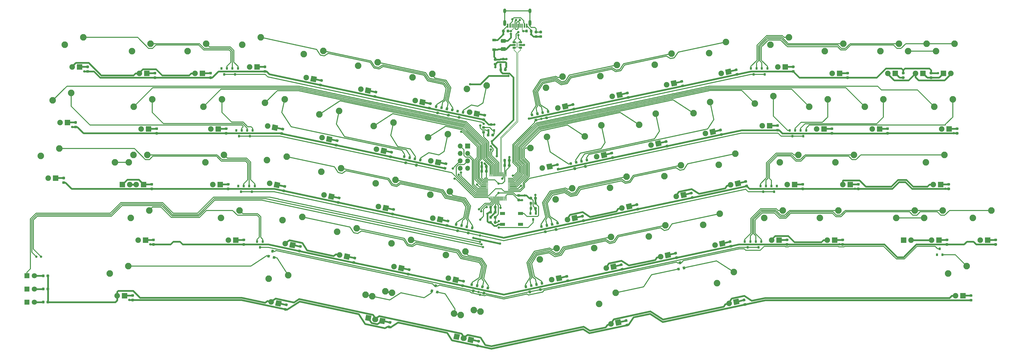
<source format=gbr>
G04 #@! TF.GenerationSoftware,KiCad,Pcbnew,5.1.9*
G04 #@! TF.CreationDate,2021-03-27T18:28:55-04:00*
G04 #@! TF.ProjectId,Cordillera,436f7264-696c-46c6-9572-612e6b696361,rev?*
G04 #@! TF.SameCoordinates,Original*
G04 #@! TF.FileFunction,Copper,L2,Bot*
G04 #@! TF.FilePolarity,Positive*
%FSLAX46Y46*%
G04 Gerber Fmt 4.6, Leading zero omitted, Abs format (unit mm)*
G04 Created by KiCad (PCBNEW 5.1.9) date 2021-03-27 18:28:55*
%MOMM*%
%LPD*%
G01*
G04 APERTURE LIST*
G04 #@! TA.AperFunction,SMDPad,CuDef*
%ADD10R,0.600000X1.450000*%
G04 #@! TD*
G04 #@! TA.AperFunction,SMDPad,CuDef*
%ADD11R,0.300000X1.450000*%
G04 #@! TD*
G04 #@! TA.AperFunction,ComponentPad*
%ADD12O,1.000000X2.100000*%
G04 #@! TD*
G04 #@! TA.AperFunction,ComponentPad*
%ADD13O,1.000000X1.600000*%
G04 #@! TD*
G04 #@! TA.AperFunction,ComponentPad*
%ADD14O,1.700000X1.700000*%
G04 #@! TD*
G04 #@! TA.AperFunction,ComponentPad*
%ADD15R,1.700000X1.700000*%
G04 #@! TD*
G04 #@! TA.AperFunction,SMDPad,CuDef*
%ADD16R,1.060000X0.650000*%
G04 #@! TD*
G04 #@! TA.AperFunction,ComponentPad*
%ADD17C,1.800000*%
G04 #@! TD*
G04 #@! TA.AperFunction,ComponentPad*
%ADD18R,1.800000X1.800000*%
G04 #@! TD*
G04 #@! TA.AperFunction,SMDPad,CuDef*
%ADD19R,1.200000X0.900000*%
G04 #@! TD*
G04 #@! TA.AperFunction,SMDPad,CuDef*
%ADD20R,0.800000X0.900000*%
G04 #@! TD*
G04 #@! TA.AperFunction,SMDPad,CuDef*
%ADD21C,0.100000*%
G04 #@! TD*
G04 #@! TA.AperFunction,ComponentPad*
%ADD22C,0.100000*%
G04 #@! TD*
G04 #@! TA.AperFunction,ComponentPad*
%ADD23C,1.905000*%
G04 #@! TD*
G04 #@! TA.AperFunction,ComponentPad*
%ADD24C,2.250000*%
G04 #@! TD*
G04 #@! TA.AperFunction,ComponentPad*
%ADD25R,1.905000X1.905000*%
G04 #@! TD*
G04 #@! TA.AperFunction,SMDPad,CuDef*
%ADD26R,1.800000X1.100000*%
G04 #@! TD*
G04 #@! TA.AperFunction,ViaPad*
%ADD27C,0.800000*%
G04 #@! TD*
G04 #@! TA.AperFunction,Conductor*
%ADD28C,0.600000*%
G04 #@! TD*
G04 #@! TA.AperFunction,Conductor*
%ADD29C,0.300000*%
G04 #@! TD*
G04 #@! TA.AperFunction,Conductor*
%ADD30C,0.200000*%
G04 #@! TD*
G04 #@! TA.AperFunction,Conductor*
%ADD31C,0.190500*%
G04 #@! TD*
G04 APERTURE END LIST*
D10*
X162594998Y9085002D03*
X156144998Y9085002D03*
X161819998Y9085002D03*
X156919998Y9085002D03*
D11*
X157619998Y9085002D03*
X161119998Y9085002D03*
X158119998Y9085002D03*
X160619998Y9085002D03*
X158619998Y9085002D03*
X160119998Y9085002D03*
X159619998Y9085002D03*
X159119998Y9085002D03*
D12*
X155049998Y10000002D03*
X163689998Y10000002D03*
D13*
X155049998Y14180002D03*
X163689998Y14180002D03*
D14*
X139877591Y-39796639D03*
X142417591Y-39796639D03*
X139877591Y-37256639D03*
X142417591Y-37256639D03*
X139877591Y-34716639D03*
X142417591Y-34716639D03*
X139877591Y-32176639D03*
D15*
X142417591Y-32176639D03*
G04 #@! TA.AperFunction,SMDPad,CuDef*
G36*
G01*
X150699997Y-52813751D02*
X150699997Y-53326251D01*
G75*
G02*
X150481247Y-53545001I-218750J0D01*
G01*
X150043747Y-53545001D01*
G75*
G02*
X149824997Y-53326251I0J218750D01*
G01*
X149824997Y-52813751D01*
G75*
G02*
X150043747Y-52595001I218750J0D01*
G01*
X150481247Y-52595001D01*
G75*
G02*
X150699997Y-52813751I0J-218750D01*
G01*
G37*
G04 #@! TD.AperFunction*
G04 #@! TA.AperFunction,SMDPad,CuDef*
G36*
G01*
X152274997Y-52813751D02*
X152274997Y-53326251D01*
G75*
G02*
X152056247Y-53545001I-218750J0D01*
G01*
X151618747Y-53545001D01*
G75*
G02*
X151399997Y-53326251I0J218750D01*
G01*
X151399997Y-52813751D01*
G75*
G02*
X151618747Y-52595001I218750J0D01*
G01*
X152056247Y-52595001D01*
G75*
G02*
X152274997Y-52813751I0J-218750D01*
G01*
G37*
G04 #@! TD.AperFunction*
G04 #@! TA.AperFunction,SMDPad,CuDef*
G36*
G01*
X149839993Y-28133751D02*
X149839993Y-28646251D01*
G75*
G02*
X149621243Y-28865001I-218750J0D01*
G01*
X149183743Y-28865001D01*
G75*
G02*
X148964993Y-28646251I0J218750D01*
G01*
X148964993Y-28133751D01*
G75*
G02*
X149183743Y-27915001I218750J0D01*
G01*
X149621243Y-27915001D01*
G75*
G02*
X149839993Y-28133751I0J-218750D01*
G01*
G37*
G04 #@! TD.AperFunction*
G04 #@! TA.AperFunction,SMDPad,CuDef*
G36*
G01*
X151414993Y-28133751D02*
X151414993Y-28646251D01*
G75*
G02*
X151196243Y-28865001I-218750J0D01*
G01*
X150758743Y-28865001D01*
G75*
G02*
X150539993Y-28646251I0J218750D01*
G01*
X150539993Y-28133751D01*
G75*
G02*
X150758743Y-27915001I218750J0D01*
G01*
X151196243Y-27915001D01*
G75*
G02*
X151414993Y-28133751I0J-218750D01*
G01*
G37*
G04 #@! TD.AperFunction*
G04 #@! TA.AperFunction,SMDPad,CuDef*
G36*
G01*
X147566340Y-26950392D02*
X148078840Y-26950392D01*
G75*
G02*
X148297590Y-27169142I0J-218750D01*
G01*
X148297590Y-27606642D01*
G75*
G02*
X148078840Y-27825392I-218750J0D01*
G01*
X147566340Y-27825392D01*
G75*
G02*
X147347590Y-27606642I0J218750D01*
G01*
X147347590Y-27169142D01*
G75*
G02*
X147566340Y-26950392I218750J0D01*
G01*
G37*
G04 #@! TD.AperFunction*
G04 #@! TA.AperFunction,SMDPad,CuDef*
G36*
G01*
X147566340Y-25375392D02*
X148078840Y-25375392D01*
G75*
G02*
X148297590Y-25594142I0J-218750D01*
G01*
X148297590Y-26031642D01*
G75*
G02*
X148078840Y-26250392I-218750J0D01*
G01*
X147566340Y-26250392D01*
G75*
G02*
X147347590Y-26031642I0J218750D01*
G01*
X147347590Y-25594142D01*
G75*
G02*
X147566340Y-25375392I218750J0D01*
G01*
G37*
G04 #@! TD.AperFunction*
D16*
X158269994Y2492501D03*
X158269994Y3442501D03*
X158269994Y1542501D03*
X160469994Y1542501D03*
X160469994Y2492501D03*
X160469994Y3442501D03*
G04 #@! TA.AperFunction,SMDPad,CuDef*
G36*
G01*
X152113748Y-2949999D02*
X151601248Y-2949999D01*
G75*
G02*
X151382498Y-2731249I0J218750D01*
G01*
X151382498Y-2293749D01*
G75*
G02*
X151601248Y-2074999I218750J0D01*
G01*
X152113748Y-2074999D01*
G75*
G02*
X152332498Y-2293749I0J-218750D01*
G01*
X152332498Y-2731249D01*
G75*
G02*
X152113748Y-2949999I-218750J0D01*
G01*
G37*
G04 #@! TD.AperFunction*
G04 #@! TA.AperFunction,SMDPad,CuDef*
G36*
G01*
X152113748Y-4524999D02*
X151601248Y-4524999D01*
G75*
G02*
X151382498Y-4306249I0J218750D01*
G01*
X151382498Y-3868749D01*
G75*
G02*
X151601248Y-3649999I218750J0D01*
G01*
X152113748Y-3649999D01*
G75*
G02*
X152332498Y-3868749I0J-218750D01*
G01*
X152332498Y-4306249D01*
G75*
G02*
X152113748Y-4524999I-218750J0D01*
G01*
G37*
G04 #@! TD.AperFunction*
G04 #@! TA.AperFunction,SMDPad,CuDef*
G36*
G01*
X164479995Y-51503749D02*
X164479995Y-52016249D01*
G75*
G02*
X164261245Y-52234999I-218750J0D01*
G01*
X163823745Y-52234999D01*
G75*
G02*
X163604995Y-52016249I0J218750D01*
G01*
X163604995Y-51503749D01*
G75*
G02*
X163823745Y-51284999I218750J0D01*
G01*
X164261245Y-51284999D01*
G75*
G02*
X164479995Y-51503749I0J-218750D01*
G01*
G37*
G04 #@! TD.AperFunction*
G04 #@! TA.AperFunction,SMDPad,CuDef*
G36*
G01*
X166054995Y-51503749D02*
X166054995Y-52016249D01*
G75*
G02*
X165836245Y-52234999I-218750J0D01*
G01*
X165398745Y-52234999D01*
G75*
G02*
X165179995Y-52016249I0J218750D01*
G01*
X165179995Y-51503749D01*
G75*
G02*
X165398745Y-51284999I218750J0D01*
G01*
X165836245Y-51284999D01*
G75*
G02*
X166054995Y-51503749I0J-218750D01*
G01*
G37*
G04 #@! TD.AperFunction*
G04 #@! TA.AperFunction,SMDPad,CuDef*
G36*
G01*
X150699997Y-56313752D02*
X150699997Y-56826252D01*
G75*
G02*
X150481247Y-57045002I-218750J0D01*
G01*
X150043747Y-57045002D01*
G75*
G02*
X149824997Y-56826252I0J218750D01*
G01*
X149824997Y-56313752D01*
G75*
G02*
X150043747Y-56095002I218750J0D01*
G01*
X150481247Y-56095002D01*
G75*
G02*
X150699997Y-56313752I0J-218750D01*
G01*
G37*
G04 #@! TD.AperFunction*
G04 #@! TA.AperFunction,SMDPad,CuDef*
G36*
G01*
X152274997Y-56313752D02*
X152274997Y-56826252D01*
G75*
G02*
X152056247Y-57045002I-218750J0D01*
G01*
X151618747Y-57045002D01*
G75*
G02*
X151399997Y-56826252I0J218750D01*
G01*
X151399997Y-56313752D01*
G75*
G02*
X151618747Y-56095002I218750J0D01*
G01*
X152056247Y-56095002D01*
G75*
G02*
X152274997Y-56313752I0J-218750D01*
G01*
G37*
G04 #@! TD.AperFunction*
G04 #@! TA.AperFunction,SMDPad,CuDef*
G36*
G01*
X154149998Y-5753750D02*
X154149998Y-6266250D01*
G75*
G02*
X153931248Y-6485000I-218750J0D01*
G01*
X153493748Y-6485000D01*
G75*
G02*
X153274998Y-6266250I0J218750D01*
G01*
X153274998Y-5753750D01*
G75*
G02*
X153493748Y-5535000I218750J0D01*
G01*
X153931248Y-5535000D01*
G75*
G02*
X154149998Y-5753750I0J-218750D01*
G01*
G37*
G04 #@! TD.AperFunction*
G04 #@! TA.AperFunction,SMDPad,CuDef*
G36*
G01*
X155724998Y-5753750D02*
X155724998Y-6266250D01*
G75*
G02*
X155506248Y-6485000I-218750J0D01*
G01*
X155068748Y-6485000D01*
G75*
G02*
X154849998Y-6266250I0J218750D01*
G01*
X154849998Y-5753750D01*
G75*
G02*
X155068748Y-5535000I218750J0D01*
G01*
X155506248Y-5535000D01*
G75*
G02*
X155724998Y-5753750I0J-218750D01*
G01*
G37*
G04 #@! TD.AperFunction*
G04 #@! TA.AperFunction,SMDPad,CuDef*
G36*
G01*
X148349993Y-39436251D02*
X148349993Y-38923751D01*
G75*
G02*
X148568743Y-38705001I218750J0D01*
G01*
X149006243Y-38705001D01*
G75*
G02*
X149224993Y-38923751I0J-218750D01*
G01*
X149224993Y-39436251D01*
G75*
G02*
X149006243Y-39655001I-218750J0D01*
G01*
X148568743Y-39655001D01*
G75*
G02*
X148349993Y-39436251I0J218750D01*
G01*
G37*
G04 #@! TD.AperFunction*
G04 #@! TA.AperFunction,SMDPad,CuDef*
G36*
G01*
X146774993Y-39436251D02*
X146774993Y-38923751D01*
G75*
G02*
X146993743Y-38705001I218750J0D01*
G01*
X147431243Y-38705001D01*
G75*
G02*
X147649993Y-38923751I0J-218750D01*
G01*
X147649993Y-39436251D01*
G75*
G02*
X147431243Y-39655001I-218750J0D01*
G01*
X146993743Y-39655001D01*
G75*
G02*
X146774993Y-39436251I0J218750D01*
G01*
G37*
G04 #@! TD.AperFunction*
G04 #@! TA.AperFunction,SMDPad,CuDef*
G36*
G01*
X165571246Y5786251D02*
X166083746Y5786251D01*
G75*
G02*
X166302496Y5567501I0J-218750D01*
G01*
X166302496Y5130001D01*
G75*
G02*
X166083746Y4911251I-218750J0D01*
G01*
X165571246Y4911251D01*
G75*
G02*
X165352496Y5130001I0J218750D01*
G01*
X165352496Y5567501D01*
G75*
G02*
X165571246Y5786251I218750J0D01*
G01*
G37*
G04 #@! TD.AperFunction*
G04 #@! TA.AperFunction,SMDPad,CuDef*
G36*
G01*
X165571246Y7361251D02*
X166083746Y7361251D01*
G75*
G02*
X166302496Y7142501I0J-218750D01*
G01*
X166302496Y6705001D01*
G75*
G02*
X166083746Y6486251I-218750J0D01*
G01*
X165571246Y6486251D01*
G75*
G02*
X165352496Y6705001I0J218750D01*
G01*
X165352496Y7142501D01*
G75*
G02*
X165571246Y7361251I218750J0D01*
G01*
G37*
G04 #@! TD.AperFunction*
G04 #@! TA.AperFunction,SMDPad,CuDef*
G36*
G01*
X156214052Y-37310257D02*
X156214052Y-36797757D01*
G75*
G02*
X156432802Y-36579007I218750J0D01*
G01*
X156870302Y-36579007D01*
G75*
G02*
X157089052Y-36797757I0J-218750D01*
G01*
X157089052Y-37310257D01*
G75*
G02*
X156870302Y-37529007I-218750J0D01*
G01*
X156432802Y-37529007D01*
G75*
G02*
X156214052Y-37310257I0J218750D01*
G01*
G37*
G04 #@! TD.AperFunction*
G04 #@! TA.AperFunction,SMDPad,CuDef*
G36*
G01*
X154639052Y-37310257D02*
X154639052Y-36797757D01*
G75*
G02*
X154857802Y-36579007I218750J0D01*
G01*
X155295302Y-36579007D01*
G75*
G02*
X155514052Y-36797757I0J-218750D01*
G01*
X155514052Y-37310257D01*
G75*
G02*
X155295302Y-37529007I-218750J0D01*
G01*
X154857802Y-37529007D01*
G75*
G02*
X154639052Y-37310257I0J218750D01*
G01*
G37*
G04 #@! TD.AperFunction*
G04 #@! TA.AperFunction,SMDPad,CuDef*
G36*
G01*
X159623746Y-50210001D02*
X160136246Y-50210001D01*
G75*
G02*
X160354996Y-50428751I0J-218750D01*
G01*
X160354996Y-50866251D01*
G75*
G02*
X160136246Y-51085001I-218750J0D01*
G01*
X159623746Y-51085001D01*
G75*
G02*
X159404996Y-50866251I0J218750D01*
G01*
X159404996Y-50428751D01*
G75*
G02*
X159623746Y-50210001I218750J0D01*
G01*
G37*
G04 #@! TD.AperFunction*
G04 #@! TA.AperFunction,SMDPad,CuDef*
G36*
G01*
X159623746Y-48635001D02*
X160136246Y-48635001D01*
G75*
G02*
X160354996Y-48853751I0J-218750D01*
G01*
X160354996Y-49291251D01*
G75*
G02*
X160136246Y-49510001I-218750J0D01*
G01*
X159623746Y-49510001D01*
G75*
G02*
X159404996Y-49291251I0J218750D01*
G01*
X159404996Y-48853751D01*
G75*
G02*
X159623746Y-48635001I218750J0D01*
G01*
G37*
G04 #@! TD.AperFunction*
G04 #@! TA.AperFunction,SMDPad,CuDef*
G36*
G01*
X150699993Y-54563751D02*
X150699993Y-55076251D01*
G75*
G02*
X150481243Y-55295001I-218750J0D01*
G01*
X150043743Y-55295001D01*
G75*
G02*
X149824993Y-55076251I0J218750D01*
G01*
X149824993Y-54563751D01*
G75*
G02*
X150043743Y-54345001I218750J0D01*
G01*
X150481243Y-54345001D01*
G75*
G02*
X150699993Y-54563751I0J-218750D01*
G01*
G37*
G04 #@! TD.AperFunction*
G04 #@! TA.AperFunction,SMDPad,CuDef*
G36*
G01*
X152274993Y-54563751D02*
X152274993Y-55076251D01*
G75*
G02*
X152056243Y-55295001I-218750J0D01*
G01*
X151618743Y-55295001D01*
G75*
G02*
X151399993Y-55076251I0J218750D01*
G01*
X151399993Y-54563751D01*
G75*
G02*
X151618743Y-54345001I218750J0D01*
G01*
X152056243Y-54345001D01*
G75*
G02*
X152274993Y-54563751I0J-218750D01*
G01*
G37*
G04 #@! TD.AperFunction*
G04 #@! TA.AperFunction,SMDPad,CuDef*
G36*
G01*
X156214049Y-39060256D02*
X156214049Y-38547756D01*
G75*
G02*
X156432799Y-38329006I218750J0D01*
G01*
X156870299Y-38329006D01*
G75*
G02*
X157089049Y-38547756I0J-218750D01*
G01*
X157089049Y-39060256D01*
G75*
G02*
X156870299Y-39279006I-218750J0D01*
G01*
X156432799Y-39279006D01*
G75*
G02*
X156214049Y-39060256I0J218750D01*
G01*
G37*
G04 #@! TD.AperFunction*
G04 #@! TA.AperFunction,SMDPad,CuDef*
G36*
G01*
X154639049Y-39060256D02*
X154639049Y-38547756D01*
G75*
G02*
X154857799Y-38329006I218750J0D01*
G01*
X155295299Y-38329006D01*
G75*
G02*
X155514049Y-38547756I0J-218750D01*
G01*
X155514049Y-39060256D01*
G75*
G02*
X155295299Y-39279006I-218750J0D01*
G01*
X154857799Y-39279006D01*
G75*
G02*
X154639049Y-39060256I0J218750D01*
G01*
G37*
G04 #@! TD.AperFunction*
G04 #@! TA.AperFunction,SMDPad,CuDef*
G36*
G01*
X148349998Y-41036251D02*
X148349998Y-40523751D01*
G75*
G02*
X148568748Y-40305001I218750J0D01*
G01*
X149006248Y-40305001D01*
G75*
G02*
X149224998Y-40523751I0J-218750D01*
G01*
X149224998Y-41036251D01*
G75*
G02*
X149006248Y-41255001I-218750J0D01*
G01*
X148568748Y-41255001D01*
G75*
G02*
X148349998Y-41036251I0J218750D01*
G01*
G37*
G04 #@! TD.AperFunction*
G04 #@! TA.AperFunction,SMDPad,CuDef*
G36*
G01*
X146774998Y-41036251D02*
X146774998Y-40523751D01*
G75*
G02*
X146993748Y-40305001I218750J0D01*
G01*
X147431248Y-40305001D01*
G75*
G02*
X147649998Y-40523751I0J-218750D01*
G01*
X147649998Y-41036251D01*
G75*
G02*
X147431248Y-41255001I-218750J0D01*
G01*
X146993748Y-41255001D01*
G75*
G02*
X146774998Y-41036251I0J218750D01*
G01*
G37*
G04 #@! TD.AperFunction*
D17*
X-6010003Y-76620000D03*
D18*
X-8550003Y-76620000D03*
D19*
X151432498Y4142500D03*
X151432498Y842500D03*
G04 #@! TA.AperFunction,SMDPad,CuDef*
G36*
G01*
X165179997Y-53766250D02*
X165179997Y-53253750D01*
G75*
G02*
X165398747Y-53035000I218750J0D01*
G01*
X165836247Y-53035000D01*
G75*
G02*
X166054997Y-53253750I0J-218750D01*
G01*
X166054997Y-53766250D01*
G75*
G02*
X165836247Y-53985000I-218750J0D01*
G01*
X165398747Y-53985000D01*
G75*
G02*
X165179997Y-53766250I0J218750D01*
G01*
G37*
G04 #@! TD.AperFunction*
G04 #@! TA.AperFunction,SMDPad,CuDef*
G36*
G01*
X163604997Y-53766250D02*
X163604997Y-53253750D01*
G75*
G02*
X163823747Y-53035000I218750J0D01*
G01*
X164261247Y-53035000D01*
G75*
G02*
X164479997Y-53253750I0J-218750D01*
G01*
X164479997Y-53766250D01*
G75*
G02*
X164261247Y-53985000I-218750J0D01*
G01*
X163823747Y-53985000D01*
G75*
G02*
X163604997Y-53766250I0J218750D01*
G01*
G37*
G04 #@! TD.AperFunction*
G04 #@! TA.AperFunction,SMDPad,CuDef*
G36*
G01*
X164479997Y-49753750D02*
X164479997Y-50266250D01*
G75*
G02*
X164261247Y-50485000I-218750J0D01*
G01*
X163823747Y-50485000D01*
G75*
G02*
X163604997Y-50266250I0J218750D01*
G01*
X163604997Y-49753750D01*
G75*
G02*
X163823747Y-49535000I218750J0D01*
G01*
X164261247Y-49535000D01*
G75*
G02*
X164479997Y-49753750I0J-218750D01*
G01*
G37*
G04 #@! TD.AperFunction*
G04 #@! TA.AperFunction,SMDPad,CuDef*
G36*
G01*
X166054997Y-49753750D02*
X166054997Y-50266250D01*
G75*
G02*
X165836247Y-50485000I-218750J0D01*
G01*
X165398747Y-50485000D01*
G75*
G02*
X165179997Y-50266250I0J218750D01*
G01*
X165179997Y-49753750D01*
G75*
G02*
X165398747Y-49535000I218750J0D01*
G01*
X165836247Y-49535000D01*
G75*
G02*
X166054997Y-49753750I0J-218750D01*
G01*
G37*
G04 #@! TD.AperFunction*
G04 #@! TA.AperFunction,SMDPad,CuDef*
G36*
G01*
X150699993Y-58063751D02*
X150699993Y-58576251D01*
G75*
G02*
X150481243Y-58795001I-218750J0D01*
G01*
X150043743Y-58795001D01*
G75*
G02*
X149824993Y-58576251I0J218750D01*
G01*
X149824993Y-58063751D01*
G75*
G02*
X150043743Y-57845001I218750J0D01*
G01*
X150481243Y-57845001D01*
G75*
G02*
X150699993Y-58063751I0J-218750D01*
G01*
G37*
G04 #@! TD.AperFunction*
G04 #@! TA.AperFunction,SMDPad,CuDef*
G36*
G01*
X152274993Y-58063751D02*
X152274993Y-58576251D01*
G75*
G02*
X152056243Y-58795001I-218750J0D01*
G01*
X151618743Y-58795001D01*
G75*
G02*
X151399993Y-58576251I0J218750D01*
G01*
X151399993Y-58063751D01*
G75*
G02*
X151618743Y-57845001I218750J0D01*
G01*
X152056243Y-57845001D01*
G75*
G02*
X152274993Y-58063751I0J-218750D01*
G01*
G37*
G04 #@! TD.AperFunction*
D20*
X150459994Y-24810001D03*
X149509994Y-26810001D03*
X151409994Y-26810001D03*
G04 #@! TA.AperFunction,SMDPad,CuDef*
D21*
G36*
X139161101Y-21810814D02*
G01*
X139943619Y-21977143D01*
X139756499Y-22857476D01*
X138973981Y-22691147D01*
X139161101Y-21810814D01*
G37*
G04 #@! TD.AperFunction*
G04 #@! TA.AperFunction,SMDPad,CuDef*
G36*
X140506165Y-20052035D02*
G01*
X141288683Y-20218364D01*
X141101563Y-21098697D01*
X140319045Y-20932368D01*
X140506165Y-20052035D01*
G37*
G04 #@! TD.AperFunction*
G04 #@! TA.AperFunction,SMDPad,CuDef*
G36*
X138647684Y-19657002D02*
G01*
X139430202Y-19823331D01*
X139243082Y-20703664D01*
X138460564Y-20537335D01*
X138647684Y-19657002D01*
G37*
G04 #@! TD.AperFunction*
G04 #@! TA.AperFunction,SMDPad,CuDef*
G36*
G01*
X129742715Y-18083598D02*
X129241414Y-17977043D01*
G75*
G02*
X129072925Y-17717592I45481J213970D01*
G01*
X129163886Y-17289653D01*
G75*
G02*
X129423337Y-17121164I213970J-45481D01*
G01*
X129924638Y-17227719D01*
G75*
G02*
X130093127Y-17487170I-45481J-213970D01*
G01*
X130002166Y-17915109D01*
G75*
G02*
X129742715Y-18083598I-213970J45481D01*
G01*
G37*
G04 #@! TD.AperFunction*
G04 #@! TA.AperFunction,SMDPad,CuDef*
G36*
G01*
X129415255Y-19624180D02*
X128913954Y-19517625D01*
G75*
G02*
X128745465Y-19258174I45481J213970D01*
G01*
X128836426Y-18830235D01*
G75*
G02*
X129095877Y-18661746I213970J-45481D01*
G01*
X129597178Y-18768301D01*
G75*
G02*
X129765667Y-19027752I-45481J-213970D01*
G01*
X129674706Y-19455691D01*
G75*
G02*
X129415255Y-19624180I-213970J45481D01*
G01*
G37*
G04 #@! TD.AperFunction*
G04 #@! TA.AperFunction,SMDPad,CuDef*
G36*
X144001407Y-81266436D02*
G01*
X144783925Y-81432765D01*
X144596805Y-82313098D01*
X143814287Y-82146769D01*
X144001407Y-81266436D01*
G37*
G04 #@! TD.AperFunction*
G04 #@! TA.AperFunction,SMDPad,CuDef*
G36*
X145346471Y-79507657D02*
G01*
X146128989Y-79673986D01*
X145941869Y-80554319D01*
X145159351Y-80387990D01*
X145346471Y-79507657D01*
G37*
G04 #@! TD.AperFunction*
G04 #@! TA.AperFunction,SMDPad,CuDef*
G36*
X143487990Y-79112624D02*
G01*
X144270508Y-79278953D01*
X144083388Y-80159286D01*
X143300870Y-79992957D01*
X143487990Y-79112624D01*
G37*
G04 #@! TD.AperFunction*
G04 #@! TA.AperFunction,SMDPad,CuDef*
G36*
X147669464Y-82046104D02*
G01*
X148451982Y-82212433D01*
X148264862Y-83092766D01*
X147482344Y-82926437D01*
X147669464Y-82046104D01*
G37*
G04 #@! TD.AperFunction*
G04 #@! TA.AperFunction,SMDPad,CuDef*
G36*
X149014528Y-80287325D02*
G01*
X149797046Y-80453654D01*
X149609926Y-81333987D01*
X148827408Y-81167658D01*
X149014528Y-80287325D01*
G37*
G04 #@! TD.AperFunction*
G04 #@! TA.AperFunction,SMDPad,CuDef*
G36*
X147156047Y-79892292D02*
G01*
X147938565Y-80058621D01*
X147751445Y-80938954D01*
X146968927Y-80772625D01*
X147156047Y-79892292D01*
G37*
G04 #@! TD.AperFunction*
G04 #@! TA.AperFunction,SMDPad,CuDef*
G36*
X138651414Y-60656438D02*
G01*
X139433932Y-60822767D01*
X139246812Y-61703100D01*
X138464294Y-61536771D01*
X138651414Y-60656438D01*
G37*
G04 #@! TD.AperFunction*
G04 #@! TA.AperFunction,SMDPad,CuDef*
G36*
X139996478Y-58897659D02*
G01*
X140778996Y-59063988D01*
X140591876Y-59944321D01*
X139809358Y-59777992D01*
X139996478Y-58897659D01*
G37*
G04 #@! TD.AperFunction*
G04 #@! TA.AperFunction,SMDPad,CuDef*
G36*
X138137997Y-58502626D02*
G01*
X138920515Y-58668955D01*
X138733395Y-59549288D01*
X137950877Y-59382959D01*
X138137997Y-58502626D01*
G37*
G04 #@! TD.AperFunction*
G04 #@! TA.AperFunction,SMDPad,CuDef*
G36*
X142319469Y-61436105D02*
G01*
X143101987Y-61602434D01*
X142914867Y-62482767D01*
X142132349Y-62316438D01*
X142319469Y-61436105D01*
G37*
G04 #@! TD.AperFunction*
G04 #@! TA.AperFunction,SMDPad,CuDef*
G36*
X143664533Y-59677326D02*
G01*
X144447051Y-59843655D01*
X144259931Y-60723988D01*
X143477413Y-60557659D01*
X143664533Y-59677326D01*
G37*
G04 #@! TD.AperFunction*
G04 #@! TA.AperFunction,SMDPad,CuDef*
G36*
X141806052Y-59282293D02*
G01*
X142588570Y-59448622D01*
X142401450Y-60328955D01*
X141618932Y-60162626D01*
X141806052Y-59282293D01*
G37*
G04 #@! TD.AperFunction*
G04 #@! TA.AperFunction,SMDPad,CuDef*
G36*
X120874221Y-37396497D02*
G01*
X121656739Y-37562826D01*
X121469619Y-38443159D01*
X120687101Y-38276830D01*
X120874221Y-37396497D01*
G37*
G04 #@! TD.AperFunction*
G04 #@! TA.AperFunction,SMDPad,CuDef*
G36*
X122219285Y-35637718D02*
G01*
X123001803Y-35804047D01*
X122814683Y-36684380D01*
X122032165Y-36518051D01*
X122219285Y-35637718D01*
G37*
G04 #@! TD.AperFunction*
G04 #@! TA.AperFunction,SMDPad,CuDef*
G36*
X120360804Y-35242685D02*
G01*
X121143322Y-35409014D01*
X120956202Y-36289347D01*
X120173684Y-36123018D01*
X120360804Y-35242685D01*
G37*
G04 #@! TD.AperFunction*
G04 #@! TA.AperFunction,SMDPad,CuDef*
G36*
X124542272Y-38176167D02*
G01*
X125324790Y-38342496D01*
X125137670Y-39222829D01*
X124355152Y-39056500D01*
X124542272Y-38176167D01*
G37*
G04 #@! TD.AperFunction*
G04 #@! TA.AperFunction,SMDPad,CuDef*
G36*
X125887336Y-36417388D02*
G01*
X126669854Y-36583717D01*
X126482734Y-37464050D01*
X125700216Y-37297721D01*
X125887336Y-36417388D01*
G37*
G04 #@! TD.AperFunction*
G04 #@! TA.AperFunction,SMDPad,CuDef*
G36*
X124028855Y-36022355D02*
G01*
X124811373Y-36188684D01*
X124624253Y-37069017D01*
X123841735Y-36902688D01*
X124028855Y-36022355D01*
G37*
G04 #@! TD.AperFunction*
G04 #@! TA.AperFunction,SMDPad,CuDef*
G36*
X135493042Y-21031145D02*
G01*
X136275560Y-21197474D01*
X136088440Y-22077807D01*
X135305922Y-21911478D01*
X135493042Y-21031145D01*
G37*
G04 #@! TD.AperFunction*
G04 #@! TA.AperFunction,SMDPad,CuDef*
G36*
X136838106Y-19272366D02*
G01*
X137620624Y-19438695D01*
X137433504Y-20319028D01*
X136650986Y-20152699D01*
X136838106Y-19272366D01*
G37*
G04 #@! TD.AperFunction*
G04 #@! TA.AperFunction,SMDPad,CuDef*
G36*
X134979625Y-18877333D02*
G01*
X135762143Y-19043662D01*
X135575023Y-19923995D01*
X134792505Y-19757666D01*
X134979625Y-18877333D01*
G37*
G04 #@! TD.AperFunction*
G04 #@! TA.AperFunction,SMDPad,CuDef*
G36*
X131824991Y-20251473D02*
G01*
X132607509Y-20417802D01*
X132420389Y-21298135D01*
X131637871Y-21131806D01*
X131824991Y-20251473D01*
G37*
G04 #@! TD.AperFunction*
G04 #@! TA.AperFunction,SMDPad,CuDef*
G36*
X133170055Y-18492694D02*
G01*
X133952573Y-18659023D01*
X133765453Y-19539356D01*
X132982935Y-19373027D01*
X133170055Y-18492694D01*
G37*
G04 #@! TD.AperFunction*
G04 #@! TA.AperFunction,SMDPad,CuDef*
G36*
X131311574Y-18097661D02*
G01*
X132094092Y-18263990D01*
X131906972Y-19144323D01*
X131124454Y-18977994D01*
X131311574Y-18097661D01*
G37*
G04 #@! TD.AperFunction*
D20*
X71234994Y-66865001D03*
X72184994Y-64865001D03*
X70284994Y-64865001D03*
X243634997Y-47814499D03*
X244584997Y-45814499D03*
X242684997Y-45814499D03*
X247384991Y-47814499D03*
X248334991Y-45814499D03*
X246434991Y-45814499D03*
G04 #@! TA.AperFunction,SMDPad,CuDef*
D21*
G36*
X163173249Y-81762823D02*
G01*
X163955767Y-81596494D01*
X164142887Y-82476827D01*
X163360369Y-82643156D01*
X163173249Y-81762823D01*
G37*
G04 #@! TD.AperFunction*
G04 #@! TA.AperFunction,SMDPad,CuDef*
G36*
X163686666Y-79609011D02*
G01*
X164469184Y-79442682D01*
X164656304Y-80323015D01*
X163873786Y-80489344D01*
X163686666Y-79609011D01*
G37*
G04 #@! TD.AperFunction*
G04 #@! TA.AperFunction,SMDPad,CuDef*
G36*
X161828185Y-80004044D02*
G01*
X162610703Y-79837715D01*
X162797823Y-80718048D01*
X162015305Y-80884377D01*
X161828185Y-80004044D01*
G37*
G04 #@! TD.AperFunction*
G04 #@! TA.AperFunction,SMDPad,CuDef*
G36*
X166841308Y-80983156D02*
G01*
X167623826Y-80816827D01*
X167810946Y-81697160D01*
X167028428Y-81863489D01*
X166841308Y-80983156D01*
G37*
G04 #@! TD.AperFunction*
G04 #@! TA.AperFunction,SMDPad,CuDef*
G36*
X167354725Y-78829344D02*
G01*
X168137243Y-78663015D01*
X168324363Y-79543348D01*
X167541845Y-79709677D01*
X167354725Y-78829344D01*
G37*
G04 #@! TD.AperFunction*
G04 #@! TA.AperFunction,SMDPad,CuDef*
G36*
X165496244Y-79224377D02*
G01*
X166278762Y-79058048D01*
X166465882Y-79938381D01*
X165683364Y-80104710D01*
X165496244Y-79224377D01*
G37*
G04 #@! TD.AperFunction*
G04 #@! TA.AperFunction,SMDPad,CuDef*
G36*
X168533254Y-61152824D02*
G01*
X169315772Y-60986495D01*
X169502892Y-61866828D01*
X168720374Y-62033157D01*
X168533254Y-61152824D01*
G37*
G04 #@! TD.AperFunction*
G04 #@! TA.AperFunction,SMDPad,CuDef*
G36*
X169046671Y-58999012D02*
G01*
X169829189Y-58832683D01*
X170016309Y-59713016D01*
X169233791Y-59879345D01*
X169046671Y-58999012D01*
G37*
G04 #@! TD.AperFunction*
G04 #@! TA.AperFunction,SMDPad,CuDef*
G36*
X167188190Y-59394045D02*
G01*
X167970708Y-59227716D01*
X168157828Y-60108049D01*
X167375310Y-60274378D01*
X167188190Y-59394045D01*
G37*
G04 #@! TD.AperFunction*
G04 #@! TA.AperFunction,SMDPad,CuDef*
G36*
X172201308Y-60373157D02*
G01*
X172983826Y-60206828D01*
X173170946Y-61087161D01*
X172388428Y-61253490D01*
X172201308Y-60373157D01*
G37*
G04 #@! TD.AperFunction*
G04 #@! TA.AperFunction,SMDPad,CuDef*
G36*
X172714725Y-58219345D02*
G01*
X173497243Y-58053016D01*
X173684363Y-58933349D01*
X172901845Y-59099678D01*
X172714725Y-58219345D01*
G37*
G04 #@! TD.AperFunction*
G04 #@! TA.AperFunction,SMDPad,CuDef*
G36*
X170856244Y-58614378D02*
G01*
X171638762Y-58448049D01*
X171825882Y-59328382D01*
X171043364Y-59494711D01*
X170856244Y-58614378D01*
G37*
G04 #@! TD.AperFunction*
G04 #@! TA.AperFunction,SMDPad,CuDef*
G36*
X178576493Y-39535830D02*
G01*
X179359011Y-39369501D01*
X179546131Y-40249834D01*
X178763613Y-40416163D01*
X178576493Y-39535830D01*
G37*
G04 #@! TD.AperFunction*
G04 #@! TA.AperFunction,SMDPad,CuDef*
G36*
X179089910Y-37382018D02*
G01*
X179872428Y-37215689D01*
X180059548Y-38096022D01*
X179277030Y-38262351D01*
X179089910Y-37382018D01*
G37*
G04 #@! TD.AperFunction*
G04 #@! TA.AperFunction,SMDPad,CuDef*
G36*
X177231429Y-37777051D02*
G01*
X178013947Y-37610722D01*
X178201067Y-38491055D01*
X177418549Y-38657384D01*
X177231429Y-37777051D01*
G37*
G04 #@! TD.AperFunction*
G04 #@! TA.AperFunction,SMDPad,CuDef*
G36*
X182244544Y-38756161D02*
G01*
X183027062Y-38589832D01*
X183214182Y-39470165D01*
X182431664Y-39636494D01*
X182244544Y-38756161D01*
G37*
G04 #@! TD.AperFunction*
G04 #@! TA.AperFunction,SMDPad,CuDef*
G36*
X182757961Y-36602349D02*
G01*
X183540479Y-36436020D01*
X183727599Y-37316353D01*
X182945081Y-37482682D01*
X182757961Y-36602349D01*
G37*
G04 #@! TD.AperFunction*
G04 #@! TA.AperFunction,SMDPad,CuDef*
G36*
X180899480Y-36997382D02*
G01*
X181681998Y-36831053D01*
X181869118Y-37711386D01*
X181086600Y-37877715D01*
X180899480Y-36997382D01*
G37*
G04 #@! TD.AperFunction*
G04 #@! TA.AperFunction,ComponentPad*
D22*
G36*
X212334789Y-11774663D02*
G01*
X211938718Y-9911292D01*
X213802089Y-9515221D01*
X214198160Y-11378592D01*
X212334789Y-11774663D01*
G37*
G04 #@! TD.AperFunction*
D23*
X210583944Y-11173038D03*
D24*
X206515162Y-4247649D03*
X212198304Y-442914D03*
G04 #@! TA.AperFunction,SMDPad,CuDef*
D21*
G36*
X165273254Y-22892822D02*
G01*
X166055772Y-22726493D01*
X166242892Y-23606826D01*
X165460374Y-23773155D01*
X165273254Y-22892822D01*
G37*
G04 #@! TD.AperFunction*
G04 #@! TA.AperFunction,SMDPad,CuDef*
G36*
X165786671Y-20739010D02*
G01*
X166569189Y-20572681D01*
X166756309Y-21453014D01*
X165973791Y-21619343D01*
X165786671Y-20739010D01*
G37*
G04 #@! TD.AperFunction*
G04 #@! TA.AperFunction,SMDPad,CuDef*
G36*
X163928190Y-21134043D02*
G01*
X164710708Y-20967714D01*
X164897828Y-21848047D01*
X164115310Y-22014376D01*
X163928190Y-21134043D01*
G37*
G04 #@! TD.AperFunction*
G04 #@! TA.AperFunction,SMDPad,CuDef*
G36*
X168941305Y-22113153D02*
G01*
X169723823Y-21946824D01*
X169910943Y-22827157D01*
X169128425Y-22993486D01*
X168941305Y-22113153D01*
G37*
G04 #@! TD.AperFunction*
G04 #@! TA.AperFunction,SMDPad,CuDef*
G36*
X169454722Y-19959341D02*
G01*
X170237240Y-19793012D01*
X170424360Y-20673345D01*
X169641842Y-20839674D01*
X169454722Y-19959341D01*
G37*
G04 #@! TD.AperFunction*
G04 #@! TA.AperFunction,SMDPad,CuDef*
G36*
X167596241Y-20354374D02*
G01*
X168378759Y-20188045D01*
X168565879Y-21068378D01*
X167783361Y-21234707D01*
X167596241Y-20354374D01*
G37*
G04 #@! TD.AperFunction*
D20*
X238274992Y-66865001D03*
X239224992Y-64865001D03*
X237324992Y-64865001D03*
X257394991Y-28787501D03*
X258344991Y-26787501D03*
X256444991Y-26787501D03*
X253644991Y-28787499D03*
X254594991Y-26787499D03*
X252694991Y-26787499D03*
X244124997Y-7575000D03*
X245074997Y-5575000D03*
X243174997Y-5575000D03*
X240374991Y-7575001D03*
X241324991Y-5575001D03*
X239424991Y-5575001D03*
X68499996Y-47815000D03*
X69449996Y-45815000D03*
X67549996Y-45815000D03*
X64749991Y-47815001D03*
X65699991Y-45815001D03*
X63799991Y-45815001D03*
X64049991Y-28765001D03*
X64999991Y-26765001D03*
X63099991Y-26765001D03*
X67799991Y-28764999D03*
X68749991Y-26764999D03*
X66849991Y-26764999D03*
X58999991Y-7575001D03*
X59949991Y-5575001D03*
X58049991Y-5575001D03*
X62749993Y-7574998D03*
X63699993Y-5574998D03*
X61799993Y-5574998D03*
X242024996Y-66864999D03*
X242974996Y-64864999D03*
X241074996Y-64864999D03*
D25*
X56930000Y-26270000D03*
D23*
X54390000Y-26270000D03*
D24*
X51850000Y-18650000D03*
X58200000Y-16110000D03*
D25*
X305360000Y-7220000D03*
D23*
X307900000Y-7220000D03*
D24*
X302820000Y400000D03*
X309170000Y2940000D03*
G04 #@! TA.AperFunction,ComponentPad*
D22*
G36*
X88496335Y-9926688D02*
G01*
X88892406Y-8063317D01*
X90755777Y-8459388D01*
X90359706Y-10322759D01*
X88496335Y-9926688D01*
G37*
G04 #@! TD.AperFunction*
D23*
X87141561Y-8664942D03*
D24*
X86241353Y-683362D03*
X92980686Y480894D03*
D17*
X-6010006Y-85620000D03*
D18*
X-8550006Y-85620000D03*
D17*
X-6010005Y-81120000D03*
D18*
X-8550005Y-81120000D03*
G04 #@! TA.AperFunction,SMDPad,CuDef*
G36*
G01*
X-1850006Y-85876250D02*
X-1850006Y-85363750D01*
G75*
G02*
X-1631256Y-85145000I218750J0D01*
G01*
X-1193756Y-85145000D01*
G75*
G02*
X-975006Y-85363750I0J-218750D01*
G01*
X-975006Y-85876250D01*
G75*
G02*
X-1193756Y-86095000I-218750J0D01*
G01*
X-1631256Y-86095000D01*
G75*
G02*
X-1850006Y-85876250I0J218750D01*
G01*
G37*
G04 #@! TD.AperFunction*
G04 #@! TA.AperFunction,SMDPad,CuDef*
G36*
G01*
X-3425006Y-85876250D02*
X-3425006Y-85363750D01*
G75*
G02*
X-3206256Y-85145000I218750J0D01*
G01*
X-2768756Y-85145000D01*
G75*
G02*
X-2550006Y-85363750I0J-218750D01*
G01*
X-2550006Y-85876250D01*
G75*
G02*
X-2768756Y-86095000I-218750J0D01*
G01*
X-3206256Y-86095000D01*
G75*
G02*
X-3425006Y-85876250I0J218750D01*
G01*
G37*
G04 #@! TD.AperFunction*
G04 #@! TA.AperFunction,SMDPad,CuDef*
G36*
G01*
X-1850005Y-81376250D02*
X-1850005Y-80863750D01*
G75*
G02*
X-1631255Y-80645000I218750J0D01*
G01*
X-1193755Y-80645000D01*
G75*
G02*
X-975005Y-80863750I0J-218750D01*
G01*
X-975005Y-81376250D01*
G75*
G02*
X-1193755Y-81595000I-218750J0D01*
G01*
X-1631255Y-81595000D01*
G75*
G02*
X-1850005Y-81376250I0J218750D01*
G01*
G37*
G04 #@! TD.AperFunction*
G04 #@! TA.AperFunction,SMDPad,CuDef*
G36*
G01*
X-3425005Y-81376250D02*
X-3425005Y-80863750D01*
G75*
G02*
X-3206255Y-80645000I218750J0D01*
G01*
X-2768755Y-80645000D01*
G75*
G02*
X-2550005Y-80863750I0J-218750D01*
G01*
X-2550005Y-81376250D01*
G75*
G02*
X-2768755Y-81595000I-218750J0D01*
G01*
X-3206255Y-81595000D01*
G75*
G02*
X-3425005Y-81376250I0J218750D01*
G01*
G37*
G04 #@! TD.AperFunction*
G04 #@! TA.AperFunction,SMDPad,CuDef*
G36*
G01*
X-1850005Y-76876250D02*
X-1850005Y-76363750D01*
G75*
G02*
X-1631255Y-76145000I218750J0D01*
G01*
X-1193755Y-76145000D01*
G75*
G02*
X-975005Y-76363750I0J-218750D01*
G01*
X-975005Y-76876250D01*
G75*
G02*
X-1193755Y-77095000I-218750J0D01*
G01*
X-1631255Y-77095000D01*
G75*
G02*
X-1850005Y-76876250I0J218750D01*
G01*
G37*
G04 #@! TD.AperFunction*
G04 #@! TA.AperFunction,SMDPad,CuDef*
G36*
G01*
X-3425005Y-76876250D02*
X-3425005Y-76363750D01*
G75*
G02*
X-3206255Y-76145000I218750J0D01*
G01*
X-2768755Y-76145000D01*
G75*
G02*
X-2550005Y-76363750I0J-218750D01*
G01*
X-2550005Y-76876250D01*
G75*
G02*
X-2768755Y-77095000I-218750J0D01*
G01*
X-3206255Y-77095000D01*
G75*
G02*
X-3425005Y-76876250I0J218750D01*
G01*
G37*
G04 #@! TD.AperFunction*
D25*
X307310000Y-26270000D03*
D23*
X304770000Y-26270000D03*
D24*
X302230000Y-18650000D03*
X308580000Y-16110000D03*
D25*
X312070000Y-83470000D03*
D23*
X309530000Y-83470000D03*
D24*
X306990000Y-75850000D03*
X313340000Y-73310000D03*
G04 #@! TA.AperFunction,ComponentPad*
D22*
G36*
X233674789Y-86674663D02*
G01*
X233278718Y-84811292D01*
X235142089Y-84415221D01*
X235538160Y-86278592D01*
X233674789Y-86674663D01*
G37*
G04 #@! TD.AperFunction*
D23*
X231923944Y-86073038D03*
D24*
X227855162Y-79147649D03*
X233538304Y-75342914D03*
G04 #@! TA.AperFunction,ComponentPad*
D22*
G36*
X111986335Y-92826688D02*
G01*
X112382406Y-90963317D01*
X114245777Y-91359388D01*
X113849706Y-93222759D01*
X111986335Y-92826688D01*
G37*
G04 #@! TD.AperFunction*
D23*
X110631561Y-91564942D03*
D24*
X109731353Y-83583362D03*
X116470686Y-82419106D03*
G04 #@! TA.AperFunction,ComponentPad*
D22*
G36*
X107211840Y-91808592D02*
G01*
X107607911Y-89945221D01*
X109471282Y-90341292D01*
X109075211Y-92204663D01*
X107211840Y-91808592D01*
G37*
G04 #@! TD.AperFunction*
D23*
X110826056Y-91603038D03*
D24*
X107441353Y-83093362D03*
X114180686Y-81929106D03*
G04 #@! TA.AperFunction,ComponentPad*
D22*
G36*
X137511840Y-98248592D02*
G01*
X137907911Y-96385221D01*
X139771282Y-96781292D01*
X139375211Y-98644663D01*
X137511840Y-98248592D01*
G37*
G04 #@! TD.AperFunction*
D23*
X141126056Y-98043038D03*
D24*
X137741353Y-89533362D03*
X144480686Y-88369106D03*
G04 #@! TA.AperFunction,ComponentPad*
D22*
G36*
X193264789Y-93734663D02*
G01*
X192868718Y-91871292D01*
X194732089Y-91475221D01*
X195128160Y-93338592D01*
X193264789Y-93734663D01*
G37*
G04 #@! TD.AperFunction*
D23*
X191513944Y-93133038D03*
D24*
X187445162Y-86207649D03*
X193128304Y-82402914D03*
G04 #@! TA.AperFunction,ComponentPad*
D22*
G36*
X76456335Y-86806688D02*
G01*
X76852406Y-84943317D01*
X78715777Y-85339388D01*
X78319706Y-87202759D01*
X76456335Y-86806688D01*
G37*
G04 #@! TD.AperFunction*
D23*
X75101561Y-85544942D03*
D24*
X74201353Y-77563362D03*
X80940686Y-76399106D03*
D25*
X291780000Y-64370000D03*
D23*
X294320000Y-64370000D03*
D24*
X289240000Y-56750000D03*
X295590000Y-54210000D03*
D25*
X303840000Y-64370000D03*
D23*
X301300000Y-64370000D03*
D24*
X298760000Y-56750000D03*
X305110000Y-54210000D03*
D25*
X304430000Y-45320000D03*
D23*
X301890000Y-45320000D03*
D24*
X299350000Y-37700000D03*
X305700000Y-35160000D03*
D25*
X24130000Y-45320000D03*
D23*
X26670000Y-45320000D03*
D24*
X21590000Y-37700000D03*
X27940000Y-35160000D03*
D25*
X24890000Y-83420000D03*
D23*
X22350000Y-83420000D03*
D24*
X19810000Y-75800000D03*
X26160000Y-73260000D03*
D25*
X298380000Y-7220000D03*
D23*
X295840000Y-7220000D03*
D24*
X293300000Y400000D03*
X299650000Y2940000D03*
G04 #@! TA.AperFunction,ComponentPad*
D22*
G36*
X142306335Y-99266688D02*
G01*
X142702406Y-97403317D01*
X144565777Y-97799388D01*
X144169706Y-99662759D01*
X142306335Y-99266688D01*
G37*
G04 #@! TD.AperFunction*
D23*
X140951561Y-98004942D03*
D24*
X140051353Y-90023362D03*
X146790686Y-88859106D03*
D25*
X31430000Y-45320000D03*
D23*
X28890000Y-45320000D03*
D24*
X26350000Y-37700000D03*
X32700000Y-35160000D03*
D25*
X33120000Y-26270000D03*
D23*
X30580000Y-26270000D03*
D24*
X28040000Y-18650000D03*
X34390000Y-16110000D03*
D25*
X32030000Y-64370000D03*
D23*
X29490000Y-64370000D03*
D24*
X26950000Y-56750000D03*
X33300000Y-54210000D03*
D20*
X164829996Y-57259998D03*
X165779996Y-55259998D03*
X163879996Y-55259998D03*
X154607497Y-2299999D03*
X153657497Y-4299999D03*
X155557497Y-4299999D03*
G04 #@! TA.AperFunction,SMDPad,CuDef*
G36*
G01*
X157624994Y-48880000D02*
X156299994Y-48880000D01*
G75*
G02*
X156224994Y-48805000I0J75000D01*
G01*
X156224994Y-48655000D01*
G75*
G02*
X156299994Y-48580000I75000J0D01*
G01*
X157624994Y-48580000D01*
G75*
G02*
X157699994Y-48655000I0J-75000D01*
G01*
X157699994Y-48805000D01*
G75*
G02*
X157624994Y-48880000I-75000J0D01*
G01*
G37*
G04 #@! TD.AperFunction*
G04 #@! TA.AperFunction,SMDPad,CuDef*
G36*
G01*
X157624994Y-48380000D02*
X156299994Y-48380000D01*
G75*
G02*
X156224994Y-48305000I0J75000D01*
G01*
X156224994Y-48155000D01*
G75*
G02*
X156299994Y-48080000I75000J0D01*
G01*
X157624994Y-48080000D01*
G75*
G02*
X157699994Y-48155000I0J-75000D01*
G01*
X157699994Y-48305000D01*
G75*
G02*
X157624994Y-48380000I-75000J0D01*
G01*
G37*
G04 #@! TD.AperFunction*
G04 #@! TA.AperFunction,SMDPad,CuDef*
G36*
G01*
X157624994Y-47880000D02*
X156299994Y-47880000D01*
G75*
G02*
X156224994Y-47805000I0J75000D01*
G01*
X156224994Y-47655000D01*
G75*
G02*
X156299994Y-47580000I75000J0D01*
G01*
X157624994Y-47580000D01*
G75*
G02*
X157699994Y-47655000I0J-75000D01*
G01*
X157699994Y-47805000D01*
G75*
G02*
X157624994Y-47880000I-75000J0D01*
G01*
G37*
G04 #@! TD.AperFunction*
G04 #@! TA.AperFunction,SMDPad,CuDef*
G36*
G01*
X157624994Y-47380000D02*
X156299994Y-47380000D01*
G75*
G02*
X156224994Y-47305000I0J75000D01*
G01*
X156224994Y-47155000D01*
G75*
G02*
X156299994Y-47080000I75000J0D01*
G01*
X157624994Y-47080000D01*
G75*
G02*
X157699994Y-47155000I0J-75000D01*
G01*
X157699994Y-47305000D01*
G75*
G02*
X157624994Y-47380000I-75000J0D01*
G01*
G37*
G04 #@! TD.AperFunction*
G04 #@! TA.AperFunction,SMDPad,CuDef*
G36*
G01*
X157624994Y-46880000D02*
X156299994Y-46880000D01*
G75*
G02*
X156224994Y-46805000I0J75000D01*
G01*
X156224994Y-46655000D01*
G75*
G02*
X156299994Y-46580000I75000J0D01*
G01*
X157624994Y-46580000D01*
G75*
G02*
X157699994Y-46655000I0J-75000D01*
G01*
X157699994Y-46805000D01*
G75*
G02*
X157624994Y-46880000I-75000J0D01*
G01*
G37*
G04 #@! TD.AperFunction*
G04 #@! TA.AperFunction,SMDPad,CuDef*
G36*
G01*
X157624994Y-46380000D02*
X156299994Y-46380000D01*
G75*
G02*
X156224994Y-46305000I0J75000D01*
G01*
X156224994Y-46155000D01*
G75*
G02*
X156299994Y-46080000I75000J0D01*
G01*
X157624994Y-46080000D01*
G75*
G02*
X157699994Y-46155000I0J-75000D01*
G01*
X157699994Y-46305000D01*
G75*
G02*
X157624994Y-46380000I-75000J0D01*
G01*
G37*
G04 #@! TD.AperFunction*
G04 #@! TA.AperFunction,SMDPad,CuDef*
G36*
G01*
X157624994Y-45880000D02*
X156299994Y-45880000D01*
G75*
G02*
X156224994Y-45805000I0J75000D01*
G01*
X156224994Y-45655000D01*
G75*
G02*
X156299994Y-45580000I75000J0D01*
G01*
X157624994Y-45580000D01*
G75*
G02*
X157699994Y-45655000I0J-75000D01*
G01*
X157699994Y-45805000D01*
G75*
G02*
X157624994Y-45880000I-75000J0D01*
G01*
G37*
G04 #@! TD.AperFunction*
G04 #@! TA.AperFunction,SMDPad,CuDef*
G36*
G01*
X157624994Y-45380000D02*
X156299994Y-45380000D01*
G75*
G02*
X156224994Y-45305000I0J75000D01*
G01*
X156224994Y-45155000D01*
G75*
G02*
X156299994Y-45080000I75000J0D01*
G01*
X157624994Y-45080000D01*
G75*
G02*
X157699994Y-45155000I0J-75000D01*
G01*
X157699994Y-45305000D01*
G75*
G02*
X157624994Y-45380000I-75000J0D01*
G01*
G37*
G04 #@! TD.AperFunction*
G04 #@! TA.AperFunction,SMDPad,CuDef*
G36*
G01*
X157624994Y-44880000D02*
X156299994Y-44880000D01*
G75*
G02*
X156224994Y-44805000I0J75000D01*
G01*
X156224994Y-44655000D01*
G75*
G02*
X156299994Y-44580000I75000J0D01*
G01*
X157624994Y-44580000D01*
G75*
G02*
X157699994Y-44655000I0J-75000D01*
G01*
X157699994Y-44805000D01*
G75*
G02*
X157624994Y-44880000I-75000J0D01*
G01*
G37*
G04 #@! TD.AperFunction*
G04 #@! TA.AperFunction,SMDPad,CuDef*
G36*
G01*
X157624994Y-44380000D02*
X156299994Y-44380000D01*
G75*
G02*
X156224994Y-44305000I0J75000D01*
G01*
X156224994Y-44155000D01*
G75*
G02*
X156299994Y-44080000I75000J0D01*
G01*
X157624994Y-44080000D01*
G75*
G02*
X157699994Y-44155000I0J-75000D01*
G01*
X157699994Y-44305000D01*
G75*
G02*
X157624994Y-44380000I-75000J0D01*
G01*
G37*
G04 #@! TD.AperFunction*
G04 #@! TA.AperFunction,SMDPad,CuDef*
G36*
G01*
X157624994Y-43880000D02*
X156299994Y-43880000D01*
G75*
G02*
X156224994Y-43805000I0J75000D01*
G01*
X156224994Y-43655000D01*
G75*
G02*
X156299994Y-43580000I75000J0D01*
G01*
X157624994Y-43580000D01*
G75*
G02*
X157699994Y-43655000I0J-75000D01*
G01*
X157699994Y-43805000D01*
G75*
G02*
X157624994Y-43880000I-75000J0D01*
G01*
G37*
G04 #@! TD.AperFunction*
G04 #@! TA.AperFunction,SMDPad,CuDef*
G36*
G01*
X157624994Y-43380000D02*
X156299994Y-43380000D01*
G75*
G02*
X156224994Y-43305000I0J75000D01*
G01*
X156224994Y-43155000D01*
G75*
G02*
X156299994Y-43080000I75000J0D01*
G01*
X157624994Y-43080000D01*
G75*
G02*
X157699994Y-43155000I0J-75000D01*
G01*
X157699994Y-43305000D01*
G75*
G02*
X157624994Y-43380000I-75000J0D01*
G01*
G37*
G04 #@! TD.AperFunction*
G04 #@! TA.AperFunction,SMDPad,CuDef*
G36*
G01*
X155624994Y-42555000D02*
X155474994Y-42555000D01*
G75*
G02*
X155399994Y-42480000I0J75000D01*
G01*
X155399994Y-41155000D01*
G75*
G02*
X155474994Y-41080000I75000J0D01*
G01*
X155624994Y-41080000D01*
G75*
G02*
X155699994Y-41155000I0J-75000D01*
G01*
X155699994Y-42480000D01*
G75*
G02*
X155624994Y-42555000I-75000J0D01*
G01*
G37*
G04 #@! TD.AperFunction*
G04 #@! TA.AperFunction,SMDPad,CuDef*
G36*
G01*
X155124994Y-42555000D02*
X154974994Y-42555000D01*
G75*
G02*
X154899994Y-42480000I0J75000D01*
G01*
X154899994Y-41155000D01*
G75*
G02*
X154974994Y-41080000I75000J0D01*
G01*
X155124994Y-41080000D01*
G75*
G02*
X155199994Y-41155000I0J-75000D01*
G01*
X155199994Y-42480000D01*
G75*
G02*
X155124994Y-42555000I-75000J0D01*
G01*
G37*
G04 #@! TD.AperFunction*
G04 #@! TA.AperFunction,SMDPad,CuDef*
G36*
G01*
X154624994Y-42555000D02*
X154474994Y-42555000D01*
G75*
G02*
X154399994Y-42480000I0J75000D01*
G01*
X154399994Y-41155000D01*
G75*
G02*
X154474994Y-41080000I75000J0D01*
G01*
X154624994Y-41080000D01*
G75*
G02*
X154699994Y-41155000I0J-75000D01*
G01*
X154699994Y-42480000D01*
G75*
G02*
X154624994Y-42555000I-75000J0D01*
G01*
G37*
G04 #@! TD.AperFunction*
G04 #@! TA.AperFunction,SMDPad,CuDef*
G36*
G01*
X154124994Y-42555000D02*
X153974994Y-42555000D01*
G75*
G02*
X153899994Y-42480000I0J75000D01*
G01*
X153899994Y-41155000D01*
G75*
G02*
X153974994Y-41080000I75000J0D01*
G01*
X154124994Y-41080000D01*
G75*
G02*
X154199994Y-41155000I0J-75000D01*
G01*
X154199994Y-42480000D01*
G75*
G02*
X154124994Y-42555000I-75000J0D01*
G01*
G37*
G04 #@! TD.AperFunction*
G04 #@! TA.AperFunction,SMDPad,CuDef*
G36*
G01*
X153624994Y-42555000D02*
X153474994Y-42555000D01*
G75*
G02*
X153399994Y-42480000I0J75000D01*
G01*
X153399994Y-41155000D01*
G75*
G02*
X153474994Y-41080000I75000J0D01*
G01*
X153624994Y-41080000D01*
G75*
G02*
X153699994Y-41155000I0J-75000D01*
G01*
X153699994Y-42480000D01*
G75*
G02*
X153624994Y-42555000I-75000J0D01*
G01*
G37*
G04 #@! TD.AperFunction*
G04 #@! TA.AperFunction,SMDPad,CuDef*
G36*
G01*
X153124994Y-42555000D02*
X152974994Y-42555000D01*
G75*
G02*
X152899994Y-42480000I0J75000D01*
G01*
X152899994Y-41155000D01*
G75*
G02*
X152974994Y-41080000I75000J0D01*
G01*
X153124994Y-41080000D01*
G75*
G02*
X153199994Y-41155000I0J-75000D01*
G01*
X153199994Y-42480000D01*
G75*
G02*
X153124994Y-42555000I-75000J0D01*
G01*
G37*
G04 #@! TD.AperFunction*
G04 #@! TA.AperFunction,SMDPad,CuDef*
G36*
G01*
X152624994Y-42555000D02*
X152474994Y-42555000D01*
G75*
G02*
X152399994Y-42480000I0J75000D01*
G01*
X152399994Y-41155000D01*
G75*
G02*
X152474994Y-41080000I75000J0D01*
G01*
X152624994Y-41080000D01*
G75*
G02*
X152699994Y-41155000I0J-75000D01*
G01*
X152699994Y-42480000D01*
G75*
G02*
X152624994Y-42555000I-75000J0D01*
G01*
G37*
G04 #@! TD.AperFunction*
G04 #@! TA.AperFunction,SMDPad,CuDef*
G36*
G01*
X152124994Y-42555000D02*
X151974994Y-42555000D01*
G75*
G02*
X151899994Y-42480000I0J75000D01*
G01*
X151899994Y-41155000D01*
G75*
G02*
X151974994Y-41080000I75000J0D01*
G01*
X152124994Y-41080000D01*
G75*
G02*
X152199994Y-41155000I0J-75000D01*
G01*
X152199994Y-42480000D01*
G75*
G02*
X152124994Y-42555000I-75000J0D01*
G01*
G37*
G04 #@! TD.AperFunction*
G04 #@! TA.AperFunction,SMDPad,CuDef*
G36*
G01*
X151624994Y-42555000D02*
X151474994Y-42555000D01*
G75*
G02*
X151399994Y-42480000I0J75000D01*
G01*
X151399994Y-41155000D01*
G75*
G02*
X151474994Y-41080000I75000J0D01*
G01*
X151624994Y-41080000D01*
G75*
G02*
X151699994Y-41155000I0J-75000D01*
G01*
X151699994Y-42480000D01*
G75*
G02*
X151624994Y-42555000I-75000J0D01*
G01*
G37*
G04 #@! TD.AperFunction*
G04 #@! TA.AperFunction,SMDPad,CuDef*
G36*
G01*
X151124994Y-42555000D02*
X150974994Y-42555000D01*
G75*
G02*
X150899994Y-42480000I0J75000D01*
G01*
X150899994Y-41155000D01*
G75*
G02*
X150974994Y-41080000I75000J0D01*
G01*
X151124994Y-41080000D01*
G75*
G02*
X151199994Y-41155000I0J-75000D01*
G01*
X151199994Y-42480000D01*
G75*
G02*
X151124994Y-42555000I-75000J0D01*
G01*
G37*
G04 #@! TD.AperFunction*
G04 #@! TA.AperFunction,SMDPad,CuDef*
G36*
G01*
X150624994Y-42555000D02*
X150474994Y-42555000D01*
G75*
G02*
X150399994Y-42480000I0J75000D01*
G01*
X150399994Y-41155000D01*
G75*
G02*
X150474994Y-41080000I75000J0D01*
G01*
X150624994Y-41080000D01*
G75*
G02*
X150699994Y-41155000I0J-75000D01*
G01*
X150699994Y-42480000D01*
G75*
G02*
X150624994Y-42555000I-75000J0D01*
G01*
G37*
G04 #@! TD.AperFunction*
G04 #@! TA.AperFunction,SMDPad,CuDef*
G36*
G01*
X150124994Y-42555000D02*
X149974994Y-42555000D01*
G75*
G02*
X149899994Y-42480000I0J75000D01*
G01*
X149899994Y-41155000D01*
G75*
G02*
X149974994Y-41080000I75000J0D01*
G01*
X150124994Y-41080000D01*
G75*
G02*
X150199994Y-41155000I0J-75000D01*
G01*
X150199994Y-42480000D01*
G75*
G02*
X150124994Y-42555000I-75000J0D01*
G01*
G37*
G04 #@! TD.AperFunction*
G04 #@! TA.AperFunction,SMDPad,CuDef*
G36*
G01*
X149299994Y-43380000D02*
X147974994Y-43380000D01*
G75*
G02*
X147899994Y-43305000I0J75000D01*
G01*
X147899994Y-43155000D01*
G75*
G02*
X147974994Y-43080000I75000J0D01*
G01*
X149299994Y-43080000D01*
G75*
G02*
X149374994Y-43155000I0J-75000D01*
G01*
X149374994Y-43305000D01*
G75*
G02*
X149299994Y-43380000I-75000J0D01*
G01*
G37*
G04 #@! TD.AperFunction*
G04 #@! TA.AperFunction,SMDPad,CuDef*
G36*
G01*
X149299994Y-43880000D02*
X147974994Y-43880000D01*
G75*
G02*
X147899994Y-43805000I0J75000D01*
G01*
X147899994Y-43655000D01*
G75*
G02*
X147974994Y-43580000I75000J0D01*
G01*
X149299994Y-43580000D01*
G75*
G02*
X149374994Y-43655000I0J-75000D01*
G01*
X149374994Y-43805000D01*
G75*
G02*
X149299994Y-43880000I-75000J0D01*
G01*
G37*
G04 #@! TD.AperFunction*
G04 #@! TA.AperFunction,SMDPad,CuDef*
G36*
G01*
X149299994Y-44380000D02*
X147974994Y-44380000D01*
G75*
G02*
X147899994Y-44305000I0J75000D01*
G01*
X147899994Y-44155000D01*
G75*
G02*
X147974994Y-44080000I75000J0D01*
G01*
X149299994Y-44080000D01*
G75*
G02*
X149374994Y-44155000I0J-75000D01*
G01*
X149374994Y-44305000D01*
G75*
G02*
X149299994Y-44380000I-75000J0D01*
G01*
G37*
G04 #@! TD.AperFunction*
G04 #@! TA.AperFunction,SMDPad,CuDef*
G36*
G01*
X149299994Y-44880000D02*
X147974994Y-44880000D01*
G75*
G02*
X147899994Y-44805000I0J75000D01*
G01*
X147899994Y-44655000D01*
G75*
G02*
X147974994Y-44580000I75000J0D01*
G01*
X149299994Y-44580000D01*
G75*
G02*
X149374994Y-44655000I0J-75000D01*
G01*
X149374994Y-44805000D01*
G75*
G02*
X149299994Y-44880000I-75000J0D01*
G01*
G37*
G04 #@! TD.AperFunction*
G04 #@! TA.AperFunction,SMDPad,CuDef*
G36*
G01*
X149299994Y-45380000D02*
X147974994Y-45380000D01*
G75*
G02*
X147899994Y-45305000I0J75000D01*
G01*
X147899994Y-45155000D01*
G75*
G02*
X147974994Y-45080000I75000J0D01*
G01*
X149299994Y-45080000D01*
G75*
G02*
X149374994Y-45155000I0J-75000D01*
G01*
X149374994Y-45305000D01*
G75*
G02*
X149299994Y-45380000I-75000J0D01*
G01*
G37*
G04 #@! TD.AperFunction*
G04 #@! TA.AperFunction,SMDPad,CuDef*
G36*
G01*
X149299994Y-45880000D02*
X147974994Y-45880000D01*
G75*
G02*
X147899994Y-45805000I0J75000D01*
G01*
X147899994Y-45655000D01*
G75*
G02*
X147974994Y-45580000I75000J0D01*
G01*
X149299994Y-45580000D01*
G75*
G02*
X149374994Y-45655000I0J-75000D01*
G01*
X149374994Y-45805000D01*
G75*
G02*
X149299994Y-45880000I-75000J0D01*
G01*
G37*
G04 #@! TD.AperFunction*
G04 #@! TA.AperFunction,SMDPad,CuDef*
G36*
G01*
X149299994Y-46380000D02*
X147974994Y-46380000D01*
G75*
G02*
X147899994Y-46305000I0J75000D01*
G01*
X147899994Y-46155000D01*
G75*
G02*
X147974994Y-46080000I75000J0D01*
G01*
X149299994Y-46080000D01*
G75*
G02*
X149374994Y-46155000I0J-75000D01*
G01*
X149374994Y-46305000D01*
G75*
G02*
X149299994Y-46380000I-75000J0D01*
G01*
G37*
G04 #@! TD.AperFunction*
G04 #@! TA.AperFunction,SMDPad,CuDef*
G36*
G01*
X149299994Y-46880000D02*
X147974994Y-46880000D01*
G75*
G02*
X147899994Y-46805000I0J75000D01*
G01*
X147899994Y-46655000D01*
G75*
G02*
X147974994Y-46580000I75000J0D01*
G01*
X149299994Y-46580000D01*
G75*
G02*
X149374994Y-46655000I0J-75000D01*
G01*
X149374994Y-46805000D01*
G75*
G02*
X149299994Y-46880000I-75000J0D01*
G01*
G37*
G04 #@! TD.AperFunction*
G04 #@! TA.AperFunction,SMDPad,CuDef*
G36*
G01*
X149299994Y-47380000D02*
X147974994Y-47380000D01*
G75*
G02*
X147899994Y-47305000I0J75000D01*
G01*
X147899994Y-47155000D01*
G75*
G02*
X147974994Y-47080000I75000J0D01*
G01*
X149299994Y-47080000D01*
G75*
G02*
X149374994Y-47155000I0J-75000D01*
G01*
X149374994Y-47305000D01*
G75*
G02*
X149299994Y-47380000I-75000J0D01*
G01*
G37*
G04 #@! TD.AperFunction*
G04 #@! TA.AperFunction,SMDPad,CuDef*
G36*
G01*
X149299994Y-47880000D02*
X147974994Y-47880000D01*
G75*
G02*
X147899994Y-47805000I0J75000D01*
G01*
X147899994Y-47655000D01*
G75*
G02*
X147974994Y-47580000I75000J0D01*
G01*
X149299994Y-47580000D01*
G75*
G02*
X149374994Y-47655000I0J-75000D01*
G01*
X149374994Y-47805000D01*
G75*
G02*
X149299994Y-47880000I-75000J0D01*
G01*
G37*
G04 #@! TD.AperFunction*
G04 #@! TA.AperFunction,SMDPad,CuDef*
G36*
G01*
X149299994Y-48380000D02*
X147974994Y-48380000D01*
G75*
G02*
X147899994Y-48305000I0J75000D01*
G01*
X147899994Y-48155000D01*
G75*
G02*
X147974994Y-48080000I75000J0D01*
G01*
X149299994Y-48080000D01*
G75*
G02*
X149374994Y-48155000I0J-75000D01*
G01*
X149374994Y-48305000D01*
G75*
G02*
X149299994Y-48380000I-75000J0D01*
G01*
G37*
G04 #@! TD.AperFunction*
G04 #@! TA.AperFunction,SMDPad,CuDef*
G36*
G01*
X149299994Y-48880000D02*
X147974994Y-48880000D01*
G75*
G02*
X147899994Y-48805000I0J75000D01*
G01*
X147899994Y-48655000D01*
G75*
G02*
X147974994Y-48580000I75000J0D01*
G01*
X149299994Y-48580000D01*
G75*
G02*
X149374994Y-48655000I0J-75000D01*
G01*
X149374994Y-48805000D01*
G75*
G02*
X149299994Y-48880000I-75000J0D01*
G01*
G37*
G04 #@! TD.AperFunction*
G04 #@! TA.AperFunction,SMDPad,CuDef*
G36*
G01*
X150124994Y-50880000D02*
X149974994Y-50880000D01*
G75*
G02*
X149899994Y-50805000I0J75000D01*
G01*
X149899994Y-49480000D01*
G75*
G02*
X149974994Y-49405000I75000J0D01*
G01*
X150124994Y-49405000D01*
G75*
G02*
X150199994Y-49480000I0J-75000D01*
G01*
X150199994Y-50805000D01*
G75*
G02*
X150124994Y-50880000I-75000J0D01*
G01*
G37*
G04 #@! TD.AperFunction*
G04 #@! TA.AperFunction,SMDPad,CuDef*
G36*
G01*
X150624994Y-50880000D02*
X150474994Y-50880000D01*
G75*
G02*
X150399994Y-50805000I0J75000D01*
G01*
X150399994Y-49480000D01*
G75*
G02*
X150474994Y-49405000I75000J0D01*
G01*
X150624994Y-49405000D01*
G75*
G02*
X150699994Y-49480000I0J-75000D01*
G01*
X150699994Y-50805000D01*
G75*
G02*
X150624994Y-50880000I-75000J0D01*
G01*
G37*
G04 #@! TD.AperFunction*
G04 #@! TA.AperFunction,SMDPad,CuDef*
G36*
G01*
X151124994Y-50880000D02*
X150974994Y-50880000D01*
G75*
G02*
X150899994Y-50805000I0J75000D01*
G01*
X150899994Y-49480000D01*
G75*
G02*
X150974994Y-49405000I75000J0D01*
G01*
X151124994Y-49405000D01*
G75*
G02*
X151199994Y-49480000I0J-75000D01*
G01*
X151199994Y-50805000D01*
G75*
G02*
X151124994Y-50880000I-75000J0D01*
G01*
G37*
G04 #@! TD.AperFunction*
G04 #@! TA.AperFunction,SMDPad,CuDef*
G36*
G01*
X151624994Y-50880000D02*
X151474994Y-50880000D01*
G75*
G02*
X151399994Y-50805000I0J75000D01*
G01*
X151399994Y-49480000D01*
G75*
G02*
X151474994Y-49405000I75000J0D01*
G01*
X151624994Y-49405000D01*
G75*
G02*
X151699994Y-49480000I0J-75000D01*
G01*
X151699994Y-50805000D01*
G75*
G02*
X151624994Y-50880000I-75000J0D01*
G01*
G37*
G04 #@! TD.AperFunction*
G04 #@! TA.AperFunction,SMDPad,CuDef*
G36*
G01*
X152124994Y-50880000D02*
X151974994Y-50880000D01*
G75*
G02*
X151899994Y-50805000I0J75000D01*
G01*
X151899994Y-49480000D01*
G75*
G02*
X151974994Y-49405000I75000J0D01*
G01*
X152124994Y-49405000D01*
G75*
G02*
X152199994Y-49480000I0J-75000D01*
G01*
X152199994Y-50805000D01*
G75*
G02*
X152124994Y-50880000I-75000J0D01*
G01*
G37*
G04 #@! TD.AperFunction*
G04 #@! TA.AperFunction,SMDPad,CuDef*
G36*
G01*
X152624994Y-50880000D02*
X152474994Y-50880000D01*
G75*
G02*
X152399994Y-50805000I0J75000D01*
G01*
X152399994Y-49480000D01*
G75*
G02*
X152474994Y-49405000I75000J0D01*
G01*
X152624994Y-49405000D01*
G75*
G02*
X152699994Y-49480000I0J-75000D01*
G01*
X152699994Y-50805000D01*
G75*
G02*
X152624994Y-50880000I-75000J0D01*
G01*
G37*
G04 #@! TD.AperFunction*
G04 #@! TA.AperFunction,SMDPad,CuDef*
G36*
G01*
X153124994Y-50880000D02*
X152974994Y-50880000D01*
G75*
G02*
X152899994Y-50805000I0J75000D01*
G01*
X152899994Y-49480000D01*
G75*
G02*
X152974994Y-49405000I75000J0D01*
G01*
X153124994Y-49405000D01*
G75*
G02*
X153199994Y-49480000I0J-75000D01*
G01*
X153199994Y-50805000D01*
G75*
G02*
X153124994Y-50880000I-75000J0D01*
G01*
G37*
G04 #@! TD.AperFunction*
G04 #@! TA.AperFunction,SMDPad,CuDef*
G36*
G01*
X153624994Y-50880000D02*
X153474994Y-50880000D01*
G75*
G02*
X153399994Y-50805000I0J75000D01*
G01*
X153399994Y-49480000D01*
G75*
G02*
X153474994Y-49405000I75000J0D01*
G01*
X153624994Y-49405000D01*
G75*
G02*
X153699994Y-49480000I0J-75000D01*
G01*
X153699994Y-50805000D01*
G75*
G02*
X153624994Y-50880000I-75000J0D01*
G01*
G37*
G04 #@! TD.AperFunction*
G04 #@! TA.AperFunction,SMDPad,CuDef*
G36*
G01*
X154124994Y-50880000D02*
X153974994Y-50880000D01*
G75*
G02*
X153899994Y-50805000I0J75000D01*
G01*
X153899994Y-49480000D01*
G75*
G02*
X153974994Y-49405000I75000J0D01*
G01*
X154124994Y-49405000D01*
G75*
G02*
X154199994Y-49480000I0J-75000D01*
G01*
X154199994Y-50805000D01*
G75*
G02*
X154124994Y-50880000I-75000J0D01*
G01*
G37*
G04 #@! TD.AperFunction*
G04 #@! TA.AperFunction,SMDPad,CuDef*
G36*
G01*
X154624994Y-50880000D02*
X154474994Y-50880000D01*
G75*
G02*
X154399994Y-50805000I0J75000D01*
G01*
X154399994Y-49480000D01*
G75*
G02*
X154474994Y-49405000I75000J0D01*
G01*
X154624994Y-49405000D01*
G75*
G02*
X154699994Y-49480000I0J-75000D01*
G01*
X154699994Y-50805000D01*
G75*
G02*
X154624994Y-50880000I-75000J0D01*
G01*
G37*
G04 #@! TD.AperFunction*
G04 #@! TA.AperFunction,SMDPad,CuDef*
G36*
G01*
X155124994Y-50880000D02*
X154974994Y-50880000D01*
G75*
G02*
X154899994Y-50805000I0J75000D01*
G01*
X154899994Y-49480000D01*
G75*
G02*
X154974994Y-49405000I75000J0D01*
G01*
X155124994Y-49405000D01*
G75*
G02*
X155199994Y-49480000I0J-75000D01*
G01*
X155199994Y-50805000D01*
G75*
G02*
X155124994Y-50880000I-75000J0D01*
G01*
G37*
G04 #@! TD.AperFunction*
G04 #@! TA.AperFunction,SMDPad,CuDef*
G36*
G01*
X155624994Y-50880000D02*
X155474994Y-50880000D01*
G75*
G02*
X155399994Y-50805000I0J75000D01*
G01*
X155399994Y-49480000D01*
G75*
G02*
X155474994Y-49405000I75000J0D01*
G01*
X155624994Y-49405000D01*
G75*
G02*
X155699994Y-49480000I0J-75000D01*
G01*
X155699994Y-50805000D01*
G75*
G02*
X155624994Y-50880000I-75000J0D01*
G01*
G37*
G04 #@! TD.AperFunction*
D26*
X154312589Y-55282891D03*
X160512589Y-58982891D03*
X154312589Y-58982891D03*
X160512589Y-55282891D03*
G04 #@! TA.AperFunction,SMDPad,CuDef*
G36*
G01*
X315056249Y-83827497D02*
X314543749Y-83827497D01*
G75*
G02*
X314324999Y-83608747I0J218750D01*
G01*
X314324999Y-83171247D01*
G75*
G02*
X314543749Y-82952497I218750J0D01*
G01*
X315056249Y-82952497D01*
G75*
G02*
X315274999Y-83171247I0J-218750D01*
G01*
X315274999Y-83608747D01*
G75*
G02*
X315056249Y-83827497I-218750J0D01*
G01*
G37*
G04 #@! TD.AperFunction*
G04 #@! TA.AperFunction,SMDPad,CuDef*
G36*
G01*
X315056249Y-85402497D02*
X314543749Y-85402497D01*
G75*
G02*
X314324999Y-85183747I0J218750D01*
G01*
X314324999Y-84746247D01*
G75*
G02*
X314543749Y-84527497I218750J0D01*
G01*
X315056249Y-84527497D01*
G75*
G02*
X315274999Y-84746247I0J-218750D01*
G01*
X315274999Y-85183747D01*
G75*
G02*
X315056249Y-85402497I-218750J0D01*
G01*
G37*
G04 #@! TD.AperFunction*
G04 #@! TA.AperFunction,SMDPad,CuDef*
G36*
G01*
X323496248Y-64727501D02*
X322983748Y-64727501D01*
G75*
G02*
X322764998Y-64508751I0J218750D01*
G01*
X322764998Y-64071251D01*
G75*
G02*
X322983748Y-63852501I218750J0D01*
G01*
X323496248Y-63852501D01*
G75*
G02*
X323714998Y-64071251I0J-218750D01*
G01*
X323714998Y-64508751D01*
G75*
G02*
X323496248Y-64727501I-218750J0D01*
G01*
G37*
G04 #@! TD.AperFunction*
G04 #@! TA.AperFunction,SMDPad,CuDef*
G36*
G01*
X323496248Y-66302501D02*
X322983748Y-66302501D01*
G75*
G02*
X322764998Y-66083751I0J218750D01*
G01*
X322764998Y-65646251D01*
G75*
G02*
X322983748Y-65427501I218750J0D01*
G01*
X323496248Y-65427501D01*
G75*
G02*
X323714998Y-65646251I0J-218750D01*
G01*
X323714998Y-66083751D01*
G75*
G02*
X323496248Y-66302501I-218750J0D01*
G01*
G37*
G04 #@! TD.AperFunction*
G04 #@! TA.AperFunction,SMDPad,CuDef*
G36*
G01*
X307416249Y-45677502D02*
X306903749Y-45677502D01*
G75*
G02*
X306684999Y-45458752I0J218750D01*
G01*
X306684999Y-45021252D01*
G75*
G02*
X306903749Y-44802502I218750J0D01*
G01*
X307416249Y-44802502D01*
G75*
G02*
X307634999Y-45021252I0J-218750D01*
G01*
X307634999Y-45458752D01*
G75*
G02*
X307416249Y-45677502I-218750J0D01*
G01*
G37*
G04 #@! TD.AperFunction*
G04 #@! TA.AperFunction,SMDPad,CuDef*
G36*
G01*
X307416249Y-47252502D02*
X306903749Y-47252502D01*
G75*
G02*
X306684999Y-47033752I0J218750D01*
G01*
X306684999Y-46596252D01*
G75*
G02*
X306903749Y-46377502I218750J0D01*
G01*
X307416249Y-46377502D01*
G75*
G02*
X307634999Y-46596252I0J-218750D01*
G01*
X307634999Y-47033752D01*
G75*
G02*
X307416249Y-47252502I-218750J0D01*
G01*
G37*
G04 #@! TD.AperFunction*
G04 #@! TA.AperFunction,SMDPad,CuDef*
G36*
G01*
X310296247Y-26627498D02*
X309783747Y-26627498D01*
G75*
G02*
X309564997Y-26408748I0J218750D01*
G01*
X309564997Y-25971248D01*
G75*
G02*
X309783747Y-25752498I218750J0D01*
G01*
X310296247Y-25752498D01*
G75*
G02*
X310514997Y-25971248I0J-218750D01*
G01*
X310514997Y-26408748D01*
G75*
G02*
X310296247Y-26627498I-218750J0D01*
G01*
G37*
G04 #@! TD.AperFunction*
G04 #@! TA.AperFunction,SMDPad,CuDef*
G36*
G01*
X310296247Y-28202498D02*
X309783747Y-28202498D01*
G75*
G02*
X309564997Y-27983748I0J218750D01*
G01*
X309564997Y-27546248D01*
G75*
G02*
X309783747Y-27327498I218750J0D01*
G01*
X310296247Y-27327498D01*
G75*
G02*
X310514997Y-27546248I0J-218750D01*
G01*
X310514997Y-27983748D01*
G75*
G02*
X310296247Y-28202498I-218750J0D01*
G01*
G37*
G04 #@! TD.AperFunction*
G04 #@! TA.AperFunction,SMDPad,CuDef*
G36*
G01*
X301366250Y-7577499D02*
X300853750Y-7577499D01*
G75*
G02*
X300635000Y-7358749I0J218750D01*
G01*
X300635000Y-6921249D01*
G75*
G02*
X300853750Y-6702499I218750J0D01*
G01*
X301366250Y-6702499D01*
G75*
G02*
X301585000Y-6921249I0J-218750D01*
G01*
X301585000Y-7358749D01*
G75*
G02*
X301366250Y-7577499I-218750J0D01*
G01*
G37*
G04 #@! TD.AperFunction*
G04 #@! TA.AperFunction,SMDPad,CuDef*
G36*
G01*
X301366250Y-9152499D02*
X300853750Y-9152499D01*
G75*
G02*
X300635000Y-8933749I0J218750D01*
G01*
X300635000Y-8496249D01*
G75*
G02*
X300853750Y-8277499I218750J0D01*
G01*
X301366250Y-8277499D01*
G75*
G02*
X301585000Y-8496249I0J-218750D01*
G01*
X301585000Y-8933749D01*
G75*
G02*
X301366250Y-9152499I-218750J0D01*
G01*
G37*
G04 #@! TD.AperFunction*
G04 #@! TA.AperFunction,SMDPad,CuDef*
G36*
G01*
X306826244Y-64727500D02*
X306313744Y-64727500D01*
G75*
G02*
X306094994Y-64508750I0J218750D01*
G01*
X306094994Y-64071250D01*
G75*
G02*
X306313744Y-63852500I218750J0D01*
G01*
X306826244Y-63852500D01*
G75*
G02*
X307044994Y-64071250I0J-218750D01*
G01*
X307044994Y-64508750D01*
G75*
G02*
X306826244Y-64727500I-218750J0D01*
G01*
G37*
G04 #@! TD.AperFunction*
G04 #@! TA.AperFunction,SMDPad,CuDef*
G36*
G01*
X306826244Y-66302500D02*
X306313744Y-66302500D01*
G75*
G02*
X306094994Y-66083750I0J218750D01*
G01*
X306094994Y-65646250D01*
G75*
G02*
X306313744Y-65427500I218750J0D01*
G01*
X306826244Y-65427500D01*
G75*
G02*
X307044994Y-65646250I0J-218750D01*
G01*
X307044994Y-66083750D01*
G75*
G02*
X306826244Y-66302500I-218750J0D01*
G01*
G37*
G04 #@! TD.AperFunction*
G04 #@! TA.AperFunction,SMDPad,CuDef*
G36*
G01*
X286476248Y-26627499D02*
X285963748Y-26627499D01*
G75*
G02*
X285744998Y-26408749I0J218750D01*
G01*
X285744998Y-25971249D01*
G75*
G02*
X285963748Y-25752499I218750J0D01*
G01*
X286476248Y-25752499D01*
G75*
G02*
X286694998Y-25971249I0J-218750D01*
G01*
X286694998Y-26408749D01*
G75*
G02*
X286476248Y-26627499I-218750J0D01*
G01*
G37*
G04 #@! TD.AperFunction*
G04 #@! TA.AperFunction,SMDPad,CuDef*
G36*
G01*
X286476248Y-28202499D02*
X285963748Y-28202499D01*
G75*
G02*
X285744998Y-27983749I0J218750D01*
G01*
X285744998Y-27546249D01*
G75*
G02*
X285963748Y-27327499I218750J0D01*
G01*
X286476248Y-27327499D01*
G75*
G02*
X286694998Y-27546249I0J-218750D01*
G01*
X286694998Y-27983749D01*
G75*
G02*
X286476248Y-28202499I-218750J0D01*
G01*
G37*
G04 #@! TD.AperFunction*
G04 #@! TA.AperFunction,SMDPad,CuDef*
G36*
G01*
X291836245Y-7577501D02*
X291323745Y-7577501D01*
G75*
G02*
X291104995Y-7358751I0J218750D01*
G01*
X291104995Y-6921251D01*
G75*
G02*
X291323745Y-6702501I218750J0D01*
G01*
X291836245Y-6702501D01*
G75*
G02*
X292054995Y-6921251I0J-218750D01*
G01*
X292054995Y-7358751D01*
G75*
G02*
X291836245Y-7577501I-218750J0D01*
G01*
G37*
G04 #@! TD.AperFunction*
G04 #@! TA.AperFunction,SMDPad,CuDef*
G36*
G01*
X291836245Y-9152501D02*
X291323745Y-9152501D01*
G75*
G02*
X291104995Y-8933751I0J218750D01*
G01*
X291104995Y-8496251D01*
G75*
G02*
X291323745Y-8277501I218750J0D01*
G01*
X291836245Y-8277501D01*
G75*
G02*
X292054995Y-8496251I0J-218750D01*
G01*
X292054995Y-8933751D01*
G75*
G02*
X291836245Y-9152501I-218750J0D01*
G01*
G37*
G04 #@! TD.AperFunction*
G04 #@! TA.AperFunction,SMDPad,CuDef*
G36*
G01*
X271106246Y-64727500D02*
X270593746Y-64727500D01*
G75*
G02*
X270374996Y-64508750I0J218750D01*
G01*
X270374996Y-64071250D01*
G75*
G02*
X270593746Y-63852500I218750J0D01*
G01*
X271106246Y-63852500D01*
G75*
G02*
X271324996Y-64071250I0J-218750D01*
G01*
X271324996Y-64508750D01*
G75*
G02*
X271106246Y-64727500I-218750J0D01*
G01*
G37*
G04 #@! TD.AperFunction*
G04 #@! TA.AperFunction,SMDPad,CuDef*
G36*
G01*
X271106246Y-66302500D02*
X270593746Y-66302500D01*
G75*
G02*
X270374996Y-66083750I0J218750D01*
G01*
X270374996Y-65646250D01*
G75*
G02*
X270593746Y-65427500I218750J0D01*
G01*
X271106246Y-65427500D01*
G75*
G02*
X271324996Y-65646250I0J-218750D01*
G01*
X271324996Y-66083750D01*
G75*
G02*
X271106246Y-66302500I-218750J0D01*
G01*
G37*
G04 #@! TD.AperFunction*
G04 #@! TA.AperFunction,SMDPad,CuDef*
G36*
G01*
X276466242Y-45677499D02*
X275953742Y-45677499D01*
G75*
G02*
X275734992Y-45458749I0J218750D01*
G01*
X275734992Y-45021249D01*
G75*
G02*
X275953742Y-44802499I218750J0D01*
G01*
X276466242Y-44802499D01*
G75*
G02*
X276684992Y-45021249I0J-218750D01*
G01*
X276684992Y-45458749D01*
G75*
G02*
X276466242Y-45677499I-218750J0D01*
G01*
G37*
G04 #@! TD.AperFunction*
G04 #@! TA.AperFunction,SMDPad,CuDef*
G36*
G01*
X276466242Y-47252499D02*
X275953742Y-47252499D01*
G75*
G02*
X275734992Y-47033749I0J218750D01*
G01*
X275734992Y-46596249D01*
G75*
G02*
X275953742Y-46377499I218750J0D01*
G01*
X276466242Y-46377499D01*
G75*
G02*
X276684992Y-46596249I0J-218750D01*
G01*
X276684992Y-47033749D01*
G75*
G02*
X276466242Y-47252499I-218750J0D01*
G01*
G37*
G04 #@! TD.AperFunction*
G04 #@! TA.AperFunction,SMDPad,CuDef*
G36*
G01*
X267426243Y-26650001D02*
X266913743Y-26650001D01*
G75*
G02*
X266694993Y-26431251I0J218750D01*
G01*
X266694993Y-25993751D01*
G75*
G02*
X266913743Y-25775001I218750J0D01*
G01*
X267426243Y-25775001D01*
G75*
G02*
X267644993Y-25993751I0J-218750D01*
G01*
X267644993Y-26431251D01*
G75*
G02*
X267426243Y-26650001I-218750J0D01*
G01*
G37*
G04 #@! TD.AperFunction*
G04 #@! TA.AperFunction,SMDPad,CuDef*
G36*
G01*
X267426243Y-28225001D02*
X266913743Y-28225001D01*
G75*
G02*
X266694993Y-28006251I0J218750D01*
G01*
X266694993Y-27568751D01*
G75*
G02*
X266913743Y-27350001I218750J0D01*
G01*
X267426243Y-27350001D01*
G75*
G02*
X267644993Y-27568751I0J-218750D01*
G01*
X267644993Y-28006251D01*
G75*
G02*
X267426243Y-28225001I-218750J0D01*
G01*
G37*
G04 #@! TD.AperFunction*
G04 #@! TA.AperFunction,SMDPad,CuDef*
G36*
G01*
X272786248Y-7577500D02*
X272273748Y-7577500D01*
G75*
G02*
X272054998Y-7358750I0J218750D01*
G01*
X272054998Y-6921250D01*
G75*
G02*
X272273748Y-6702500I218750J0D01*
G01*
X272786248Y-6702500D01*
G75*
G02*
X273004998Y-6921250I0J-218750D01*
G01*
X273004998Y-7358750D01*
G75*
G02*
X272786248Y-7577500I-218750J0D01*
G01*
G37*
G04 #@! TD.AperFunction*
G04 #@! TA.AperFunction,SMDPad,CuDef*
G36*
G01*
X272786248Y-9152500D02*
X272273748Y-9152500D01*
G75*
G02*
X272054998Y-8933750I0J218750D01*
G01*
X272054998Y-8496250D01*
G75*
G02*
X272273748Y-8277500I218750J0D01*
G01*
X272786248Y-8277500D01*
G75*
G02*
X273004998Y-8496250I0J-218750D01*
G01*
X273004998Y-8933750D01*
G75*
G02*
X272786248Y-9152500I-218750J0D01*
G01*
G37*
G04 #@! TD.AperFunction*
G04 #@! TA.AperFunction,SMDPad,CuDef*
G36*
G01*
X252056243Y-64727501D02*
X251543743Y-64727501D01*
G75*
G02*
X251324993Y-64508751I0J218750D01*
G01*
X251324993Y-64071251D01*
G75*
G02*
X251543743Y-63852501I218750J0D01*
G01*
X252056243Y-63852501D01*
G75*
G02*
X252274993Y-64071251I0J-218750D01*
G01*
X252274993Y-64508751D01*
G75*
G02*
X252056243Y-64727501I-218750J0D01*
G01*
G37*
G04 #@! TD.AperFunction*
G04 #@! TA.AperFunction,SMDPad,CuDef*
G36*
G01*
X252056243Y-66302501D02*
X251543743Y-66302501D01*
G75*
G02*
X251324993Y-66083751I0J218750D01*
G01*
X251324993Y-65646251D01*
G75*
G02*
X251543743Y-65427501I218750J0D01*
G01*
X252056243Y-65427501D01*
G75*
G02*
X252274993Y-65646251I0J-218750D01*
G01*
X252274993Y-66083751D01*
G75*
G02*
X252056243Y-66302501I-218750J0D01*
G01*
G37*
G04 #@! TD.AperFunction*
G04 #@! TA.AperFunction,SMDPad,CuDef*
G36*
G01*
X257416242Y-45677499D02*
X256903742Y-45677499D01*
G75*
G02*
X256684992Y-45458749I0J218750D01*
G01*
X256684992Y-45021249D01*
G75*
G02*
X256903742Y-44802499I218750J0D01*
G01*
X257416242Y-44802499D01*
G75*
G02*
X257634992Y-45021249I0J-218750D01*
G01*
X257634992Y-45458749D01*
G75*
G02*
X257416242Y-45677499I-218750J0D01*
G01*
G37*
G04 #@! TD.AperFunction*
G04 #@! TA.AperFunction,SMDPad,CuDef*
G36*
G01*
X257416242Y-47252499D02*
X256903742Y-47252499D01*
G75*
G02*
X256684992Y-47033749I0J218750D01*
G01*
X256684992Y-46596249D01*
G75*
G02*
X256903742Y-46377499I218750J0D01*
G01*
X257416242Y-46377499D01*
G75*
G02*
X257634992Y-46596249I0J-218750D01*
G01*
X257634992Y-47033749D01*
G75*
G02*
X257416242Y-47252499I-218750J0D01*
G01*
G37*
G04 #@! TD.AperFunction*
G04 #@! TA.AperFunction,SMDPad,CuDef*
G36*
G01*
X248796243Y-25567495D02*
X248283743Y-25567495D01*
G75*
G02*
X248064993Y-25348745I0J218750D01*
G01*
X248064993Y-24911245D01*
G75*
G02*
X248283743Y-24692495I218750J0D01*
G01*
X248796243Y-24692495D01*
G75*
G02*
X249014993Y-24911245I0J-218750D01*
G01*
X249014993Y-25348745D01*
G75*
G02*
X248796243Y-25567495I-218750J0D01*
G01*
G37*
G04 #@! TD.AperFunction*
G04 #@! TA.AperFunction,SMDPad,CuDef*
G36*
G01*
X248796243Y-27142495D02*
X248283743Y-27142495D01*
G75*
G02*
X248064993Y-26923745I0J218750D01*
G01*
X248064993Y-26486245D01*
G75*
G02*
X248283743Y-26267495I218750J0D01*
G01*
X248796243Y-26267495D01*
G75*
G02*
X249014993Y-26486245I0J-218750D01*
G01*
X249014993Y-26923745D01*
G75*
G02*
X248796243Y-27142495I-218750J0D01*
G01*
G37*
G04 #@! TD.AperFunction*
G04 #@! TA.AperFunction,SMDPad,CuDef*
G36*
G01*
X254156246Y-5437501D02*
X253643746Y-5437501D01*
G75*
G02*
X253424996Y-5218751I0J218750D01*
G01*
X253424996Y-4781251D01*
G75*
G02*
X253643746Y-4562501I218750J0D01*
G01*
X254156246Y-4562501D01*
G75*
G02*
X254374996Y-4781251I0J-218750D01*
G01*
X254374996Y-5218751D01*
G75*
G02*
X254156246Y-5437501I-218750J0D01*
G01*
G37*
G04 #@! TD.AperFunction*
G04 #@! TA.AperFunction,SMDPad,CuDef*
G36*
G01*
X254156246Y-7012501D02*
X253643746Y-7012501D01*
G75*
G02*
X253424996Y-6793751I0J218750D01*
G01*
X253424996Y-6356251D01*
G75*
G02*
X253643746Y-6137501I218750J0D01*
G01*
X254156246Y-6137501D01*
G75*
G02*
X254374996Y-6356251I0J-218750D01*
G01*
X254374996Y-6793751D01*
G75*
G02*
X254156246Y-7012501I-218750J0D01*
G01*
G37*
G04 #@! TD.AperFunction*
G04 #@! TA.AperFunction,SMDPad,CuDef*
G36*
G01*
X237403754Y-85273753D02*
X236902453Y-85380308D01*
G75*
G02*
X236643002Y-85211819I-45481J213970D01*
G01*
X236552041Y-84783880D01*
G75*
G02*
X236720530Y-84524429I213970J45481D01*
G01*
X237221831Y-84417874D01*
G75*
G02*
X237481282Y-84586363I45481J-213970D01*
G01*
X237572243Y-85014302D01*
G75*
G02*
X237403754Y-85273753I-213970J-45481D01*
G01*
G37*
G04 #@! TD.AperFunction*
G04 #@! TA.AperFunction,SMDPad,CuDef*
G36*
G01*
X237731214Y-86814335D02*
X237229913Y-86920890D01*
G75*
G02*
X236970462Y-86752401I-45481J213970D01*
G01*
X236879501Y-86324462D01*
G75*
G02*
X237047990Y-86065011I213970J45481D01*
G01*
X237549291Y-85958456D01*
G75*
G02*
X237808742Y-86126945I45481J-213970D01*
G01*
X237899703Y-86554884D01*
G75*
G02*
X237731214Y-86814335I-213970J-45481D01*
G01*
G37*
G04 #@! TD.AperFunction*
G04 #@! TA.AperFunction,SMDPad,CuDef*
G36*
G01*
X232593756Y-65283754D02*
X232092455Y-65390309D01*
G75*
G02*
X231833004Y-65221820I-45481J213970D01*
G01*
X231742043Y-64793881D01*
G75*
G02*
X231910532Y-64534430I213970J45481D01*
G01*
X232411833Y-64427875D01*
G75*
G02*
X232671284Y-64596364I45481J-213970D01*
G01*
X232762245Y-65024303D01*
G75*
G02*
X232593756Y-65283754I-213970J-45481D01*
G01*
G37*
G04 #@! TD.AperFunction*
G04 #@! TA.AperFunction,SMDPad,CuDef*
G36*
G01*
X232921216Y-66824336D02*
X232419915Y-66930891D01*
G75*
G02*
X232160464Y-66762402I-45481J213970D01*
G01*
X232069503Y-66334463D01*
G75*
G02*
X232237992Y-66075012I213970J45481D01*
G01*
X232739293Y-65968457D01*
G75*
G02*
X232998744Y-66136946I45481J-213970D01*
G01*
X233089705Y-66564885D01*
G75*
G02*
X232921216Y-66824336I-213970J-45481D01*
G01*
G37*
G04 #@! TD.AperFunction*
G04 #@! TA.AperFunction,SMDPad,CuDef*
G36*
G01*
X237953757Y-44673752D02*
X237452456Y-44780307D01*
G75*
G02*
X237193005Y-44611818I-45481J213970D01*
G01*
X237102044Y-44183879D01*
G75*
G02*
X237270533Y-43924428I213970J45481D01*
G01*
X237771834Y-43817873D01*
G75*
G02*
X238031285Y-43986362I45481J-213970D01*
G01*
X238122246Y-44414301D01*
G75*
G02*
X237953757Y-44673752I-213970J-45481D01*
G01*
G37*
G04 #@! TD.AperFunction*
G04 #@! TA.AperFunction,SMDPad,CuDef*
G36*
G01*
X238281217Y-46214334D02*
X237779916Y-46320889D01*
G75*
G02*
X237520465Y-46152400I-45481J213970D01*
G01*
X237429504Y-45724461D01*
G75*
G02*
X237597993Y-45465010I213970J45481D01*
G01*
X238099294Y-45358455D01*
G75*
G02*
X238358745Y-45526944I45481J-213970D01*
G01*
X238449706Y-45954883D01*
G75*
G02*
X238281217Y-46214334I-213970J-45481D01*
G01*
G37*
G04 #@! TD.AperFunction*
G04 #@! TA.AperFunction,SMDPad,CuDef*
G36*
G01*
X229333759Y-27023750D02*
X228832458Y-27130305D01*
G75*
G02*
X228573007Y-26961816I-45481J213970D01*
G01*
X228482046Y-26533877D01*
G75*
G02*
X228650535Y-26274426I213970J45481D01*
G01*
X229151836Y-26167871D01*
G75*
G02*
X229411287Y-26336360I45481J-213970D01*
G01*
X229502248Y-26764299D01*
G75*
G02*
X229333759Y-27023750I-213970J-45481D01*
G01*
G37*
G04 #@! TD.AperFunction*
G04 #@! TA.AperFunction,SMDPad,CuDef*
G36*
G01*
X229661219Y-28564332D02*
X229159918Y-28670887D01*
G75*
G02*
X228900467Y-28502398I-45481J213970D01*
G01*
X228809506Y-28074459D01*
G75*
G02*
X228977995Y-27815008I213970J45481D01*
G01*
X229479296Y-27708453D01*
G75*
G02*
X229738747Y-27876942I45481J-213970D01*
G01*
X229829708Y-28304881D01*
G75*
G02*
X229661219Y-28564332I-213970J-45481D01*
G01*
G37*
G04 #@! TD.AperFunction*
G04 #@! TA.AperFunction,SMDPad,CuDef*
G36*
G01*
X234693755Y-6413753D02*
X234192454Y-6520308D01*
G75*
G02*
X233933003Y-6351819I-45481J213970D01*
G01*
X233842042Y-5923880D01*
G75*
G02*
X234010531Y-5664429I213970J45481D01*
G01*
X234511832Y-5557874D01*
G75*
G02*
X234771283Y-5726363I45481J-213970D01*
G01*
X234862244Y-6154302D01*
G75*
G02*
X234693755Y-6413753I-213970J-45481D01*
G01*
G37*
G04 #@! TD.AperFunction*
G04 #@! TA.AperFunction,SMDPad,CuDef*
G36*
G01*
X235021215Y-7954335D02*
X234519914Y-8060890D01*
G75*
G02*
X234260463Y-7892401I-45481J213970D01*
G01*
X234169502Y-7464462D01*
G75*
G02*
X234337991Y-7205011I213970J45481D01*
G01*
X234839292Y-7098456D01*
G75*
G02*
X235098743Y-7266945I45481J-213970D01*
G01*
X235189704Y-7694884D01*
G75*
G02*
X235021215Y-7954335I-213970J-45481D01*
G01*
G37*
G04 #@! TD.AperFunction*
G04 #@! TA.AperFunction,SMDPad,CuDef*
G36*
G01*
X213963757Y-69243752D02*
X213462456Y-69350307D01*
G75*
G02*
X213203005Y-69181818I-45481J213970D01*
G01*
X213112044Y-68753879D01*
G75*
G02*
X213280533Y-68494428I213970J45481D01*
G01*
X213781834Y-68387873D01*
G75*
G02*
X214041285Y-68556362I45481J-213970D01*
G01*
X214132246Y-68984301D01*
G75*
G02*
X213963757Y-69243752I-213970J-45481D01*
G01*
G37*
G04 #@! TD.AperFunction*
G04 #@! TA.AperFunction,SMDPad,CuDef*
G36*
G01*
X214291217Y-70784334D02*
X213789916Y-70890889D01*
G75*
G02*
X213530465Y-70722400I-45481J213970D01*
G01*
X213439504Y-70294461D01*
G75*
G02*
X213607993Y-70035010I213970J45481D01*
G01*
X214109294Y-69928455D01*
G75*
G02*
X214368745Y-70096944I45481J-213970D01*
G01*
X214459706Y-70524883D01*
G75*
G02*
X214291217Y-70784334I-213970J-45481D01*
G01*
G37*
G04 #@! TD.AperFunction*
G04 #@! TA.AperFunction,SMDPad,CuDef*
G36*
G01*
X219323758Y-48633754D02*
X218822457Y-48740309D01*
G75*
G02*
X218563006Y-48571820I-45481J213970D01*
G01*
X218472045Y-48143881D01*
G75*
G02*
X218640534Y-47884430I213970J45481D01*
G01*
X219141835Y-47777875D01*
G75*
G02*
X219401286Y-47946364I45481J-213970D01*
G01*
X219492247Y-48374303D01*
G75*
G02*
X219323758Y-48633754I-213970J-45481D01*
G01*
G37*
G04 #@! TD.AperFunction*
G04 #@! TA.AperFunction,SMDPad,CuDef*
G36*
G01*
X219651218Y-50174336D02*
X219149917Y-50280891D01*
G75*
G02*
X218890466Y-50112402I-45481J213970D01*
G01*
X218799505Y-49684463D01*
G75*
G02*
X218967994Y-49425012I213970J45481D01*
G01*
X219469295Y-49318457D01*
G75*
G02*
X219728746Y-49486946I45481J-213970D01*
G01*
X219819707Y-49914885D01*
G75*
G02*
X219651218Y-50174336I-213970J-45481D01*
G01*
G37*
G04 #@! TD.AperFunction*
G04 #@! TA.AperFunction,SMDPad,CuDef*
G36*
G01*
X210703754Y-30983749D02*
X210202453Y-31090304D01*
G75*
G02*
X209943002Y-30921815I-45481J213970D01*
G01*
X209852041Y-30493876D01*
G75*
G02*
X210020530Y-30234425I213970J45481D01*
G01*
X210521831Y-30127870D01*
G75*
G02*
X210781282Y-30296359I45481J-213970D01*
G01*
X210872243Y-30724298D01*
G75*
G02*
X210703754Y-30983749I-213970J-45481D01*
G01*
G37*
G04 #@! TD.AperFunction*
G04 #@! TA.AperFunction,SMDPad,CuDef*
G36*
G01*
X211031214Y-32524331D02*
X210529913Y-32630886D01*
G75*
G02*
X210270462Y-32462397I-45481J213970D01*
G01*
X210179501Y-32034458D01*
G75*
G02*
X210347990Y-31775007I213970J45481D01*
G01*
X210849291Y-31668452D01*
G75*
G02*
X211108742Y-31836941I45481J-213970D01*
G01*
X211199703Y-32264880D01*
G75*
G02*
X211031214Y-32524331I-213970J-45481D01*
G01*
G37*
G04 #@! TD.AperFunction*
G04 #@! TA.AperFunction,SMDPad,CuDef*
G36*
G01*
X216063753Y-10373754D02*
X215562452Y-10480309D01*
G75*
G02*
X215303001Y-10311820I-45481J213970D01*
G01*
X215212040Y-9883881D01*
G75*
G02*
X215380529Y-9624430I213970J45481D01*
G01*
X215881830Y-9517875D01*
G75*
G02*
X216141281Y-9686364I45481J-213970D01*
G01*
X216232242Y-10114303D01*
G75*
G02*
X216063753Y-10373754I-213970J-45481D01*
G01*
G37*
G04 #@! TD.AperFunction*
G04 #@! TA.AperFunction,SMDPad,CuDef*
G36*
G01*
X216391213Y-11914336D02*
X215889912Y-12020891D01*
G75*
G02*
X215630461Y-11852402I-45481J213970D01*
G01*
X215539500Y-11424463D01*
G75*
G02*
X215707989Y-11165012I213970J45481D01*
G01*
X216209290Y-11058457D01*
G75*
G02*
X216468741Y-11226946I45481J-213970D01*
G01*
X216559702Y-11654885D01*
G75*
G02*
X216391213Y-11914336I-213970J-45481D01*
G01*
G37*
G04 #@! TD.AperFunction*
G04 #@! TA.AperFunction,SMDPad,CuDef*
G36*
G01*
X196993752Y-92333751D02*
X196492451Y-92440306D01*
G75*
G02*
X196233000Y-92271817I-45481J213970D01*
G01*
X196142039Y-91843878D01*
G75*
G02*
X196310528Y-91584427I213970J45481D01*
G01*
X196811829Y-91477872D01*
G75*
G02*
X197071280Y-91646361I45481J-213970D01*
G01*
X197162241Y-92074300D01*
G75*
G02*
X196993752Y-92333751I-213970J-45481D01*
G01*
G37*
G04 #@! TD.AperFunction*
G04 #@! TA.AperFunction,SMDPad,CuDef*
G36*
G01*
X197321212Y-93874333D02*
X196819911Y-93980888D01*
G75*
G02*
X196560460Y-93812399I-45481J213970D01*
G01*
X196469499Y-93384460D01*
G75*
G02*
X196637988Y-93125009I213970J45481D01*
G01*
X197139289Y-93018454D01*
G75*
G02*
X197398740Y-93186943I45481J-213970D01*
G01*
X197489701Y-93614882D01*
G75*
G02*
X197321212Y-93874333I-213970J-45481D01*
G01*
G37*
G04 #@! TD.AperFunction*
G04 #@! TA.AperFunction,SMDPad,CuDef*
G36*
G01*
X195323757Y-73203755D02*
X194822456Y-73310310D01*
G75*
G02*
X194563005Y-73141821I-45481J213970D01*
G01*
X194472044Y-72713882D01*
G75*
G02*
X194640533Y-72454431I213970J45481D01*
G01*
X195141834Y-72347876D01*
G75*
G02*
X195401285Y-72516365I45481J-213970D01*
G01*
X195492246Y-72944304D01*
G75*
G02*
X195323757Y-73203755I-213970J-45481D01*
G01*
G37*
G04 #@! TD.AperFunction*
G04 #@! TA.AperFunction,SMDPad,CuDef*
G36*
G01*
X195651217Y-74744337D02*
X195149916Y-74850892D01*
G75*
G02*
X194890465Y-74682403I-45481J213970D01*
G01*
X194799504Y-74254464D01*
G75*
G02*
X194967993Y-73995013I213970J45481D01*
G01*
X195469294Y-73888458D01*
G75*
G02*
X195728745Y-74056947I45481J-213970D01*
G01*
X195819706Y-74484886D01*
G75*
G02*
X195651217Y-74744337I-213970J-45481D01*
G01*
G37*
G04 #@! TD.AperFunction*
G04 #@! TA.AperFunction,SMDPad,CuDef*
G36*
G01*
X200683756Y-52593753D02*
X200182455Y-52700308D01*
G75*
G02*
X199923004Y-52531819I-45481J213970D01*
G01*
X199832043Y-52103880D01*
G75*
G02*
X200000532Y-51844429I213970J45481D01*
G01*
X200501833Y-51737874D01*
G75*
G02*
X200761284Y-51906363I45481J-213970D01*
G01*
X200852245Y-52334302D01*
G75*
G02*
X200683756Y-52593753I-213970J-45481D01*
G01*
G37*
G04 #@! TD.AperFunction*
G04 #@! TA.AperFunction,SMDPad,CuDef*
G36*
G01*
X201011216Y-54134335D02*
X200509915Y-54240890D01*
G75*
G02*
X200250464Y-54072401I-45481J213970D01*
G01*
X200159503Y-53644462D01*
G75*
G02*
X200327992Y-53385011I213970J45481D01*
G01*
X200829293Y-53278456D01*
G75*
G02*
X201088744Y-53446945I45481J-213970D01*
G01*
X201179705Y-53874884D01*
G75*
G02*
X201011216Y-54134335I-213970J-45481D01*
G01*
G37*
G04 #@! TD.AperFunction*
G04 #@! TA.AperFunction,SMDPad,CuDef*
G36*
G01*
X192063751Y-34943754D02*
X191562450Y-35050309D01*
G75*
G02*
X191302999Y-34881820I-45481J213970D01*
G01*
X191212038Y-34453881D01*
G75*
G02*
X191380527Y-34194430I213970J45481D01*
G01*
X191881828Y-34087875D01*
G75*
G02*
X192141279Y-34256364I45481J-213970D01*
G01*
X192232240Y-34684303D01*
G75*
G02*
X192063751Y-34943754I-213970J-45481D01*
G01*
G37*
G04 #@! TD.AperFunction*
G04 #@! TA.AperFunction,SMDPad,CuDef*
G36*
G01*
X192391211Y-36484336D02*
X191889910Y-36590891D01*
G75*
G02*
X191630459Y-36422402I-45481J213970D01*
G01*
X191539498Y-35994463D01*
G75*
G02*
X191707987Y-35735012I213970J45481D01*
G01*
X192209288Y-35628457D01*
G75*
G02*
X192468739Y-35796946I45481J-213970D01*
G01*
X192559700Y-36224885D01*
G75*
G02*
X192391211Y-36484336I-213970J-45481D01*
G01*
G37*
G04 #@! TD.AperFunction*
G04 #@! TA.AperFunction,SMDPad,CuDef*
G36*
G01*
X197423754Y-14333753D02*
X196922453Y-14440308D01*
G75*
G02*
X196663002Y-14271819I-45481J213970D01*
G01*
X196572041Y-13843880D01*
G75*
G02*
X196740530Y-13584429I213970J45481D01*
G01*
X197241831Y-13477874D01*
G75*
G02*
X197501282Y-13646363I45481J-213970D01*
G01*
X197592243Y-14074302D01*
G75*
G02*
X197423754Y-14333753I-213970J-45481D01*
G01*
G37*
G04 #@! TD.AperFunction*
G04 #@! TA.AperFunction,SMDPad,CuDef*
G36*
G01*
X197751214Y-15874335D02*
X197249913Y-15980890D01*
G75*
G02*
X196990462Y-15812401I-45481J213970D01*
G01*
X196899501Y-15384462D01*
G75*
G02*
X197067990Y-15125011I213970J45481D01*
G01*
X197569291Y-15018456D01*
G75*
G02*
X197828742Y-15186945I45481J-213970D01*
G01*
X197919703Y-15614884D01*
G75*
G02*
X197751214Y-15874335I-213970J-45481D01*
G01*
G37*
G04 #@! TD.AperFunction*
G04 #@! TA.AperFunction,SMDPad,CuDef*
G36*
G01*
X176693756Y-77163754D02*
X176192455Y-77270309D01*
G75*
G02*
X175933004Y-77101820I-45481J213970D01*
G01*
X175842043Y-76673881D01*
G75*
G02*
X176010532Y-76414430I213970J45481D01*
G01*
X176511833Y-76307875D01*
G75*
G02*
X176771284Y-76476364I45481J-213970D01*
G01*
X176862245Y-76904303D01*
G75*
G02*
X176693756Y-77163754I-213970J-45481D01*
G01*
G37*
G04 #@! TD.AperFunction*
G04 #@! TA.AperFunction,SMDPad,CuDef*
G36*
G01*
X177021216Y-78704336D02*
X176519915Y-78810891D01*
G75*
G02*
X176260464Y-78642402I-45481J213970D01*
G01*
X176169503Y-78214463D01*
G75*
G02*
X176337992Y-77955012I213970J45481D01*
G01*
X176839293Y-77848457D01*
G75*
G02*
X177098744Y-78016946I45481J-213970D01*
G01*
X177189705Y-78444885D01*
G75*
G02*
X177021216Y-78704336I-213970J-45481D01*
G01*
G37*
G04 #@! TD.AperFunction*
G04 #@! TA.AperFunction,SMDPad,CuDef*
G36*
G01*
X182053757Y-56553752D02*
X181552456Y-56660307D01*
G75*
G02*
X181293005Y-56491818I-45481J213970D01*
G01*
X181202044Y-56063879D01*
G75*
G02*
X181370533Y-55804428I213970J45481D01*
G01*
X181871834Y-55697873D01*
G75*
G02*
X182131285Y-55866362I45481J-213970D01*
G01*
X182222246Y-56294301D01*
G75*
G02*
X182053757Y-56553752I-213970J-45481D01*
G01*
G37*
G04 #@! TD.AperFunction*
G04 #@! TA.AperFunction,SMDPad,CuDef*
G36*
G01*
X182381217Y-58094334D02*
X181879916Y-58200889D01*
G75*
G02*
X181620465Y-58032400I-45481J213970D01*
G01*
X181529504Y-57604461D01*
G75*
G02*
X181697993Y-57345010I213970J45481D01*
G01*
X182199294Y-57238455D01*
G75*
G02*
X182458745Y-57406944I45481J-213970D01*
G01*
X182549706Y-57834883D01*
G75*
G02*
X182381217Y-58094334I-213970J-45481D01*
G01*
G37*
G04 #@! TD.AperFunction*
G04 #@! TA.AperFunction,SMDPad,CuDef*
G36*
G01*
X173433754Y-38903752D02*
X172932453Y-39010307D01*
G75*
G02*
X172673002Y-38841818I-45481J213970D01*
G01*
X172582041Y-38413879D01*
G75*
G02*
X172750530Y-38154428I213970J45481D01*
G01*
X173251831Y-38047873D01*
G75*
G02*
X173511282Y-38216362I45481J-213970D01*
G01*
X173602243Y-38644301D01*
G75*
G02*
X173433754Y-38903752I-213970J-45481D01*
G01*
G37*
G04 #@! TD.AperFunction*
G04 #@! TA.AperFunction,SMDPad,CuDef*
G36*
G01*
X173761214Y-40444334D02*
X173259913Y-40550889D01*
G75*
G02*
X173000462Y-40382400I-45481J213970D01*
G01*
X172909501Y-39954461D01*
G75*
G02*
X173077990Y-39695010I213970J45481D01*
G01*
X173579291Y-39588455D01*
G75*
G02*
X173838742Y-39756944I45481J-213970D01*
G01*
X173929703Y-40184883D01*
G75*
G02*
X173761214Y-40444334I-213970J-45481D01*
G01*
G37*
G04 #@! TD.AperFunction*
G04 #@! TA.AperFunction,SMDPad,CuDef*
G36*
G01*
X178793756Y-18293752D02*
X178292455Y-18400307D01*
G75*
G02*
X178033004Y-18231818I-45481J213970D01*
G01*
X177942043Y-17803879D01*
G75*
G02*
X178110532Y-17544428I213970J45481D01*
G01*
X178611833Y-17437873D01*
G75*
G02*
X178871284Y-17606362I45481J-213970D01*
G01*
X178962245Y-18034301D01*
G75*
G02*
X178793756Y-18293752I-213970J-45481D01*
G01*
G37*
G04 #@! TD.AperFunction*
G04 #@! TA.AperFunction,SMDPad,CuDef*
G36*
G01*
X179121216Y-19834334D02*
X178619915Y-19940889D01*
G75*
G02*
X178360464Y-19772400I-45481J213970D01*
G01*
X178269503Y-19344461D01*
G75*
G02*
X178437992Y-19085010I213970J45481D01*
G01*
X178939293Y-18978455D01*
G75*
G02*
X179198744Y-19146944I45481J-213970D01*
G01*
X179289705Y-19574883D01*
G75*
G02*
X179121216Y-19834334I-213970J-45481D01*
G01*
G37*
G04 #@! TD.AperFunction*
G04 #@! TA.AperFunction,SMDPad,CuDef*
G36*
G01*
X148372712Y-22043602D02*
X147871411Y-21937047D01*
G75*
G02*
X147702922Y-21677596I45481J213970D01*
G01*
X147793883Y-21249657D01*
G75*
G02*
X148053334Y-21081168I213970J-45481D01*
G01*
X148554635Y-21187723D01*
G75*
G02*
X148723124Y-21447174I-45481J-213970D01*
G01*
X148632163Y-21875113D01*
G75*
G02*
X148372712Y-22043602I-213970J45481D01*
G01*
G37*
G04 #@! TD.AperFunction*
G04 #@! TA.AperFunction,SMDPad,CuDef*
G36*
G01*
X148045252Y-23584184D02*
X147543951Y-23477629D01*
G75*
G02*
X147375462Y-23218178I45481J213970D01*
G01*
X147466423Y-22790239D01*
G75*
G02*
X147725874Y-22621750I213970J-45481D01*
G01*
X148227175Y-22728305D01*
G75*
G02*
X148395664Y-22987756I-45481J-213970D01*
G01*
X148304703Y-23415695D01*
G75*
G02*
X148045252Y-23584184I-213970J45481D01*
G01*
G37*
G04 #@! TD.AperFunction*
G04 #@! TA.AperFunction,SMDPad,CuDef*
G36*
G01*
X146282715Y-99503603D02*
X145781414Y-99397048D01*
G75*
G02*
X145612925Y-99137597I45481J213970D01*
G01*
X145703886Y-98709658D01*
G75*
G02*
X145963337Y-98541169I213970J-45481D01*
G01*
X146464638Y-98647724D01*
G75*
G02*
X146633127Y-98907175I-45481J-213970D01*
G01*
X146542166Y-99335114D01*
G75*
G02*
X146282715Y-99503603I-213970J45481D01*
G01*
G37*
G04 #@! TD.AperFunction*
G04 #@! TA.AperFunction,SMDPad,CuDef*
G36*
G01*
X145955255Y-101044185D02*
X145453954Y-100937630D01*
G75*
G02*
X145285465Y-100678179I45481J213970D01*
G01*
X145376426Y-100250240D01*
G75*
G02*
X145635877Y-100081751I213970J-45481D01*
G01*
X146137178Y-100188306D01*
G75*
G02*
X146305667Y-100447757I-45481J-213970D01*
G01*
X146214706Y-100875696D01*
G75*
G02*
X145955255Y-101044185I-213970J45481D01*
G01*
G37*
G04 #@! TD.AperFunction*
G04 #@! TA.AperFunction,SMDPad,CuDef*
G36*
G01*
X141142719Y-78933600D02*
X140641418Y-78827045D01*
G75*
G02*
X140472929Y-78567594I45481J213970D01*
G01*
X140563890Y-78139655D01*
G75*
G02*
X140823341Y-77971166I213970J-45481D01*
G01*
X141324642Y-78077721D01*
G75*
G02*
X141493131Y-78337172I-45481J-213970D01*
G01*
X141402170Y-78765111D01*
G75*
G02*
X141142719Y-78933600I-213970J45481D01*
G01*
G37*
G04 #@! TD.AperFunction*
G04 #@! TA.AperFunction,SMDPad,CuDef*
G36*
G01*
X140815259Y-80474182D02*
X140313958Y-80367627D01*
G75*
G02*
X140145469Y-80108176I45481J213970D01*
G01*
X140236430Y-79680237D01*
G75*
G02*
X140495881Y-79511748I213970J-45481D01*
G01*
X140997182Y-79618303D01*
G75*
G02*
X141165671Y-79877754I-45481J-213970D01*
G01*
X141074710Y-80305693D01*
G75*
G02*
X140815259Y-80474182I-213970J45481D01*
G01*
G37*
G04 #@! TD.AperFunction*
G04 #@! TA.AperFunction,SMDPad,CuDef*
G36*
G01*
X135792717Y-58323603D02*
X135291416Y-58217048D01*
G75*
G02*
X135122927Y-57957597I45481J213970D01*
G01*
X135213888Y-57529658D01*
G75*
G02*
X135473339Y-57361169I213970J-45481D01*
G01*
X135974640Y-57467724D01*
G75*
G02*
X136143129Y-57727175I-45481J-213970D01*
G01*
X136052168Y-58155114D01*
G75*
G02*
X135792717Y-58323603I-213970J45481D01*
G01*
G37*
G04 #@! TD.AperFunction*
G04 #@! TA.AperFunction,SMDPad,CuDef*
G36*
G01*
X135465257Y-59864185D02*
X134963956Y-59757630D01*
G75*
G02*
X134795467Y-59498179I45481J213970D01*
G01*
X134886428Y-59070240D01*
G75*
G02*
X135145879Y-58901751I213970J-45481D01*
G01*
X135647180Y-59008306D01*
G75*
G02*
X135815669Y-59267757I-45481J-213970D01*
G01*
X135724708Y-59695696D01*
G75*
G02*
X135465257Y-59864185I-213970J45481D01*
G01*
G37*
G04 #@! TD.AperFunction*
G04 #@! TA.AperFunction,SMDPad,CuDef*
G36*
G01*
X135092715Y-38693599D02*
X134591414Y-38587044D01*
G75*
G02*
X134422925Y-38327593I45481J213970D01*
G01*
X134513886Y-37899654D01*
G75*
G02*
X134773337Y-37731165I213970J-45481D01*
G01*
X135274638Y-37837720D01*
G75*
G02*
X135443127Y-38097171I-45481J-213970D01*
G01*
X135352166Y-38525110D01*
G75*
G02*
X135092715Y-38693599I-213970J45481D01*
G01*
G37*
G04 #@! TD.AperFunction*
G04 #@! TA.AperFunction,SMDPad,CuDef*
G36*
G01*
X134765255Y-40234181D02*
X134263954Y-40127626D01*
G75*
G02*
X134095465Y-39868175I45481J213970D01*
G01*
X134186426Y-39440236D01*
G75*
G02*
X134445877Y-39271747I213970J-45481D01*
G01*
X134947178Y-39378302D01*
G75*
G02*
X135115667Y-39637753I-45481J-213970D01*
G01*
X135024706Y-40065692D01*
G75*
G02*
X134765255Y-40234181I-213970J45481D01*
G01*
G37*
G04 #@! TD.AperFunction*
G04 #@! TA.AperFunction,SMDPad,CuDef*
G36*
G01*
X115962715Y-93063601D02*
X115461414Y-92957046D01*
G75*
G02*
X115292925Y-92697595I45481J213970D01*
G01*
X115383886Y-92269656D01*
G75*
G02*
X115643337Y-92101167I213970J-45481D01*
G01*
X116144638Y-92207722D01*
G75*
G02*
X116313127Y-92467173I-45481J-213970D01*
G01*
X116222166Y-92895112D01*
G75*
G02*
X115962715Y-93063601I-213970J45481D01*
G01*
G37*
G04 #@! TD.AperFunction*
G04 #@! TA.AperFunction,SMDPad,CuDef*
G36*
G01*
X115635255Y-94604183D02*
X115133954Y-94497628D01*
G75*
G02*
X114965465Y-94238177I45481J213970D01*
G01*
X115056426Y-93810238D01*
G75*
G02*
X115315877Y-93641749I213970J-45481D01*
G01*
X115817178Y-93748304D01*
G75*
G02*
X115985667Y-94007755I-45481J-213970D01*
G01*
X115894706Y-94435694D01*
G75*
G02*
X115635255Y-94604183I-213970J45481D01*
G01*
G37*
G04 #@! TD.AperFunction*
G04 #@! TA.AperFunction,SMDPad,CuDef*
G36*
G01*
X122512720Y-74973602D02*
X122011419Y-74867047D01*
G75*
G02*
X121842930Y-74607596I45481J213970D01*
G01*
X121933891Y-74179657D01*
G75*
G02*
X122193342Y-74011168I213970J-45481D01*
G01*
X122694643Y-74117723D01*
G75*
G02*
X122863132Y-74377174I-45481J-213970D01*
G01*
X122772171Y-74805113D01*
G75*
G02*
X122512720Y-74973602I-213970J45481D01*
G01*
G37*
G04 #@! TD.AperFunction*
G04 #@! TA.AperFunction,SMDPad,CuDef*
G36*
G01*
X122185260Y-76514184D02*
X121683959Y-76407629D01*
G75*
G02*
X121515470Y-76148178I45481J213970D01*
G01*
X121606431Y-75720239D01*
G75*
G02*
X121865882Y-75551750I213970J-45481D01*
G01*
X122367183Y-75658305D01*
G75*
G02*
X122535672Y-75917756I-45481J-213970D01*
G01*
X122444711Y-76345695D01*
G75*
G02*
X122185260Y-76514184I-213970J45481D01*
G01*
G37*
G04 #@! TD.AperFunction*
G04 #@! TA.AperFunction,SMDPad,CuDef*
G36*
G01*
X117162713Y-54363602D02*
X116661412Y-54257047D01*
G75*
G02*
X116492923Y-53997596I45481J213970D01*
G01*
X116583884Y-53569657D01*
G75*
G02*
X116843335Y-53401168I213970J-45481D01*
G01*
X117344636Y-53507723D01*
G75*
G02*
X117513125Y-53767174I-45481J-213970D01*
G01*
X117422164Y-54195113D01*
G75*
G02*
X117162713Y-54363602I-213970J45481D01*
G01*
G37*
G04 #@! TD.AperFunction*
G04 #@! TA.AperFunction,SMDPad,CuDef*
G36*
G01*
X116835253Y-55904184D02*
X116333952Y-55797629D01*
G75*
G02*
X116165463Y-55538178I45481J213970D01*
G01*
X116256424Y-55110239D01*
G75*
G02*
X116515875Y-54941750I213970J-45481D01*
G01*
X117017176Y-55048305D01*
G75*
G02*
X117185665Y-55307756I-45481J-213970D01*
G01*
X117094704Y-55735695D01*
G75*
G02*
X116835253Y-55904184I-213970J45481D01*
G01*
G37*
G04 #@! TD.AperFunction*
G04 #@! TA.AperFunction,SMDPad,CuDef*
G36*
G01*
X116462714Y-34733602D02*
X115961413Y-34627047D01*
G75*
G02*
X115792924Y-34367596I45481J213970D01*
G01*
X115883885Y-33939657D01*
G75*
G02*
X116143336Y-33771168I213970J-45481D01*
G01*
X116644637Y-33877723D01*
G75*
G02*
X116813126Y-34137174I-45481J-213970D01*
G01*
X116722165Y-34565113D01*
G75*
G02*
X116462714Y-34733602I-213970J45481D01*
G01*
G37*
G04 #@! TD.AperFunction*
G04 #@! TA.AperFunction,SMDPad,CuDef*
G36*
G01*
X116135254Y-36274184D02*
X115633953Y-36167629D01*
G75*
G02*
X115465464Y-35908178I45481J213970D01*
G01*
X115556425Y-35480239D01*
G75*
G02*
X115815876Y-35311750I213970J-45481D01*
G01*
X116317177Y-35418305D01*
G75*
G02*
X116485666Y-35677756I-45481J-213970D01*
G01*
X116394705Y-36105695D01*
G75*
G02*
X116135254Y-36274184I-213970J45481D01*
G01*
G37*
G04 #@! TD.AperFunction*
G04 #@! TA.AperFunction,SMDPad,CuDef*
G36*
G01*
X111102714Y-14123601D02*
X110601413Y-14017046D01*
G75*
G02*
X110432924Y-13757595I45481J213970D01*
G01*
X110523885Y-13329656D01*
G75*
G02*
X110783336Y-13161167I213970J-45481D01*
G01*
X111284637Y-13267722D01*
G75*
G02*
X111453126Y-13527173I-45481J-213970D01*
G01*
X111362165Y-13955112D01*
G75*
G02*
X111102714Y-14123601I-213970J45481D01*
G01*
G37*
G04 #@! TD.AperFunction*
G04 #@! TA.AperFunction,SMDPad,CuDef*
G36*
G01*
X110775254Y-15664183D02*
X110273953Y-15557628D01*
G75*
G02*
X110105464Y-15298177I45481J213970D01*
G01*
X110196425Y-14870238D01*
G75*
G02*
X110455876Y-14701749I213970J-45481D01*
G01*
X110957177Y-14808304D01*
G75*
G02*
X111125666Y-15067755I-45481J-213970D01*
G01*
X111034705Y-15495694D01*
G75*
G02*
X110775254Y-15664183I-213970J45481D01*
G01*
G37*
G04 #@! TD.AperFunction*
G04 #@! TA.AperFunction,SMDPad,CuDef*
G36*
G01*
X103872713Y-71013602D02*
X103371412Y-70907047D01*
G75*
G02*
X103202923Y-70647596I45481J213970D01*
G01*
X103293884Y-70219657D01*
G75*
G02*
X103553335Y-70051168I213970J-45481D01*
G01*
X104054636Y-70157723D01*
G75*
G02*
X104223125Y-70417174I-45481J-213970D01*
G01*
X104132164Y-70845113D01*
G75*
G02*
X103872713Y-71013602I-213970J45481D01*
G01*
G37*
G04 #@! TD.AperFunction*
G04 #@! TA.AperFunction,SMDPad,CuDef*
G36*
G01*
X103545253Y-72554184D02*
X103043952Y-72447629D01*
G75*
G02*
X102875463Y-72188178I45481J213970D01*
G01*
X102966424Y-71760239D01*
G75*
G02*
X103225875Y-71591750I213970J-45481D01*
G01*
X103727176Y-71698305D01*
G75*
G02*
X103895665Y-71957756I-45481J-213970D01*
G01*
X103804704Y-72385695D01*
G75*
G02*
X103545253Y-72554184I-213970J45481D01*
G01*
G37*
G04 #@! TD.AperFunction*
G04 #@! TA.AperFunction,SMDPad,CuDef*
G36*
G01*
X98522718Y-50403602D02*
X98021417Y-50297047D01*
G75*
G02*
X97852928Y-50037596I45481J213970D01*
G01*
X97943889Y-49609657D01*
G75*
G02*
X98203340Y-49441168I213970J-45481D01*
G01*
X98704641Y-49547723D01*
G75*
G02*
X98873130Y-49807174I-45481J-213970D01*
G01*
X98782169Y-50235113D01*
G75*
G02*
X98522718Y-50403602I-213970J45481D01*
G01*
G37*
G04 #@! TD.AperFunction*
G04 #@! TA.AperFunction,SMDPad,CuDef*
G36*
G01*
X98195258Y-51944184D02*
X97693957Y-51837629D01*
G75*
G02*
X97525468Y-51578178I45481J213970D01*
G01*
X97616429Y-51150239D01*
G75*
G02*
X97875880Y-50981750I213970J-45481D01*
G01*
X98377181Y-51088305D01*
G75*
G02*
X98545670Y-51347756I-45481J-213970D01*
G01*
X98454709Y-51775695D01*
G75*
G02*
X98195258Y-51944184I-213970J45481D01*
G01*
G37*
G04 #@! TD.AperFunction*
G04 #@! TA.AperFunction,SMDPad,CuDef*
G36*
G01*
X97822719Y-30773600D02*
X97321418Y-30667045D01*
G75*
G02*
X97152929Y-30407594I45481J213970D01*
G01*
X97243890Y-29979655D01*
G75*
G02*
X97503341Y-29811166I213970J-45481D01*
G01*
X98004642Y-29917721D01*
G75*
G02*
X98173131Y-30177172I-45481J-213970D01*
G01*
X98082170Y-30605111D01*
G75*
G02*
X97822719Y-30773600I-213970J45481D01*
G01*
G37*
G04 #@! TD.AperFunction*
G04 #@! TA.AperFunction,SMDPad,CuDef*
G36*
G01*
X97495259Y-32314182D02*
X96993958Y-32207627D01*
G75*
G02*
X96825469Y-31948176I45481J213970D01*
G01*
X96916430Y-31520237D01*
G75*
G02*
X97175881Y-31351748I213970J-45481D01*
G01*
X97677182Y-31458303D01*
G75*
G02*
X97845671Y-31717754I-45481J-213970D01*
G01*
X97754710Y-32145693D01*
G75*
G02*
X97495259Y-32314182I-213970J45481D01*
G01*
G37*
G04 #@! TD.AperFunction*
G04 #@! TA.AperFunction,SMDPad,CuDef*
G36*
G01*
X92472714Y-10163603D02*
X91971413Y-10057048D01*
G75*
G02*
X91802924Y-9797597I45481J213970D01*
G01*
X91893885Y-9369658D01*
G75*
G02*
X92153336Y-9201169I213970J-45481D01*
G01*
X92654637Y-9307724D01*
G75*
G02*
X92823126Y-9567175I-45481J-213970D01*
G01*
X92732165Y-9995114D01*
G75*
G02*
X92472714Y-10163603I-213970J45481D01*
G01*
G37*
G04 #@! TD.AperFunction*
G04 #@! TA.AperFunction,SMDPad,CuDef*
G36*
G01*
X92145254Y-11704185D02*
X91643953Y-11597630D01*
G75*
G02*
X91475464Y-11338179I45481J213970D01*
G01*
X91566425Y-10910240D01*
G75*
G02*
X91825876Y-10741751I213970J-45481D01*
G01*
X92327177Y-10848306D01*
G75*
G02*
X92495666Y-11107757I-45481J-213970D01*
G01*
X92404705Y-11535696D01*
G75*
G02*
X92145254Y-11704185I-213970J45481D01*
G01*
G37*
G04 #@! TD.AperFunction*
G04 #@! TA.AperFunction,SMDPad,CuDef*
G36*
G01*
X80432713Y-87043603D02*
X79931412Y-86937048D01*
G75*
G02*
X79762923Y-86677597I45481J213970D01*
G01*
X79853884Y-86249658D01*
G75*
G02*
X80113335Y-86081169I213970J-45481D01*
G01*
X80614636Y-86187724D01*
G75*
G02*
X80783125Y-86447175I-45481J-213970D01*
G01*
X80692164Y-86875114D01*
G75*
G02*
X80432713Y-87043603I-213970J45481D01*
G01*
G37*
G04 #@! TD.AperFunction*
G04 #@! TA.AperFunction,SMDPad,CuDef*
G36*
G01*
X80105253Y-88584185D02*
X79603952Y-88477630D01*
G75*
G02*
X79435463Y-88218179I45481J213970D01*
G01*
X79526424Y-87790240D01*
G75*
G02*
X79785875Y-87621751I213970J-45481D01*
G01*
X80287176Y-87728306D01*
G75*
G02*
X80455665Y-87987757I-45481J-213970D01*
G01*
X80364704Y-88415696D01*
G75*
G02*
X80105253Y-88584185I-213970J45481D01*
G01*
G37*
G04 #@! TD.AperFunction*
G04 #@! TA.AperFunction,SMDPad,CuDef*
G36*
G01*
X85242713Y-67053602D02*
X84741412Y-66947047D01*
G75*
G02*
X84572923Y-66687596I45481J213970D01*
G01*
X84663884Y-66259657D01*
G75*
G02*
X84923335Y-66091168I213970J-45481D01*
G01*
X85424636Y-66197723D01*
G75*
G02*
X85593125Y-66457174I-45481J-213970D01*
G01*
X85502164Y-66885113D01*
G75*
G02*
X85242713Y-67053602I-213970J45481D01*
G01*
G37*
G04 #@! TD.AperFunction*
G04 #@! TA.AperFunction,SMDPad,CuDef*
G36*
G01*
X84915253Y-68594184D02*
X84413952Y-68487629D01*
G75*
G02*
X84245463Y-68228178I45481J213970D01*
G01*
X84336424Y-67800239D01*
G75*
G02*
X84595875Y-67631750I213970J-45481D01*
G01*
X85097176Y-67738305D01*
G75*
G02*
X85265665Y-67997756I-45481J-213970D01*
G01*
X85174704Y-68425695D01*
G75*
G02*
X84915253Y-68594184I-213970J45481D01*
G01*
G37*
G04 #@! TD.AperFunction*
G04 #@! TA.AperFunction,SMDPad,CuDef*
G36*
G01*
X79892716Y-46443601D02*
X79391415Y-46337046D01*
G75*
G02*
X79222926Y-46077595I45481J213970D01*
G01*
X79313887Y-45649656D01*
G75*
G02*
X79573338Y-45481167I213970J-45481D01*
G01*
X80074639Y-45587722D01*
G75*
G02*
X80243128Y-45847173I-45481J-213970D01*
G01*
X80152167Y-46275112D01*
G75*
G02*
X79892716Y-46443601I-213970J45481D01*
G01*
G37*
G04 #@! TD.AperFunction*
G04 #@! TA.AperFunction,SMDPad,CuDef*
G36*
G01*
X79565256Y-47984183D02*
X79063955Y-47877628D01*
G75*
G02*
X78895466Y-47618177I45481J213970D01*
G01*
X78986427Y-47190238D01*
G75*
G02*
X79245878Y-47021749I213970J-45481D01*
G01*
X79747179Y-47128304D01*
G75*
G02*
X79915668Y-47387755I-45481J-213970D01*
G01*
X79824707Y-47815694D01*
G75*
G02*
X79565256Y-47984183I-213970J45481D01*
G01*
G37*
G04 #@! TD.AperFunction*
G04 #@! TA.AperFunction,SMDPad,CuDef*
G36*
G01*
X79192719Y-26813602D02*
X78691418Y-26707047D01*
G75*
G02*
X78522929Y-26447596I45481J213970D01*
G01*
X78613890Y-26019657D01*
G75*
G02*
X78873341Y-25851168I213970J-45481D01*
G01*
X79374642Y-25957723D01*
G75*
G02*
X79543131Y-26217174I-45481J-213970D01*
G01*
X79452170Y-26645113D01*
G75*
G02*
X79192719Y-26813602I-213970J45481D01*
G01*
G37*
G04 #@! TD.AperFunction*
G04 #@! TA.AperFunction,SMDPad,CuDef*
G36*
G01*
X78865259Y-28354184D02*
X78363958Y-28247629D01*
G75*
G02*
X78195469Y-27988178I45481J213970D01*
G01*
X78286430Y-27560239D01*
G75*
G02*
X78545881Y-27391750I213970J-45481D01*
G01*
X79047182Y-27498305D01*
G75*
G02*
X79215671Y-27757756I-45481J-213970D01*
G01*
X79124710Y-28185695D01*
G75*
G02*
X78865259Y-28354184I-213970J45481D01*
G01*
G37*
G04 #@! TD.AperFunction*
G04 #@! TA.AperFunction,SMDPad,CuDef*
G36*
G01*
X73196249Y-5437499D02*
X72683749Y-5437499D01*
G75*
G02*
X72464999Y-5218749I0J218750D01*
G01*
X72464999Y-4781249D01*
G75*
G02*
X72683749Y-4562499I218750J0D01*
G01*
X73196249Y-4562499D01*
G75*
G02*
X73414999Y-4781249I0J-218750D01*
G01*
X73414999Y-5218749D01*
G75*
G02*
X73196249Y-5437499I-218750J0D01*
G01*
G37*
G04 #@! TD.AperFunction*
G04 #@! TA.AperFunction,SMDPad,CuDef*
G36*
G01*
X73196249Y-7012499D02*
X72683749Y-7012499D01*
G75*
G02*
X72464999Y-6793749I0J218750D01*
G01*
X72464999Y-6356249D01*
G75*
G02*
X72683749Y-6137499I218750J0D01*
G01*
X73196249Y-6137499D01*
G75*
G02*
X73414999Y-6356249I0J-218750D01*
G01*
X73414999Y-6793749D01*
G75*
G02*
X73196249Y-7012499I-218750J0D01*
G01*
G37*
G04 #@! TD.AperFunction*
G04 #@! TA.AperFunction,SMDPad,CuDef*
G36*
G01*
X65966248Y-64727499D02*
X65453748Y-64727499D01*
G75*
G02*
X65234998Y-64508749I0J218750D01*
G01*
X65234998Y-64071249D01*
G75*
G02*
X65453748Y-63852499I218750J0D01*
G01*
X65966248Y-63852499D01*
G75*
G02*
X66184998Y-64071249I0J-218750D01*
G01*
X66184998Y-64508749D01*
G75*
G02*
X65966248Y-64727499I-218750J0D01*
G01*
G37*
G04 #@! TD.AperFunction*
G04 #@! TA.AperFunction,SMDPad,CuDef*
G36*
G01*
X65966248Y-66302499D02*
X65453748Y-66302499D01*
G75*
G02*
X65234998Y-66083749I0J218750D01*
G01*
X65234998Y-65646249D01*
G75*
G02*
X65453748Y-65427499I218750J0D01*
G01*
X65966248Y-65427499D01*
G75*
G02*
X66184998Y-65646249I0J-218750D01*
G01*
X66184998Y-66083749D01*
G75*
G02*
X65966248Y-66302499I-218750J0D01*
G01*
G37*
G04 #@! TD.AperFunction*
G04 #@! TA.AperFunction,SMDPad,CuDef*
G36*
G01*
X60616244Y-45677498D02*
X60103744Y-45677498D01*
G75*
G02*
X59884994Y-45458748I0J218750D01*
G01*
X59884994Y-45021248D01*
G75*
G02*
X60103744Y-44802498I218750J0D01*
G01*
X60616244Y-44802498D01*
G75*
G02*
X60834994Y-45021248I0J-218750D01*
G01*
X60834994Y-45458748D01*
G75*
G02*
X60616244Y-45677498I-218750J0D01*
G01*
G37*
G04 #@! TD.AperFunction*
G04 #@! TA.AperFunction,SMDPad,CuDef*
G36*
G01*
X60616244Y-47252498D02*
X60103744Y-47252498D01*
G75*
G02*
X59884994Y-47033748I0J218750D01*
G01*
X59884994Y-46596248D01*
G75*
G02*
X60103744Y-46377498I218750J0D01*
G01*
X60616244Y-46377498D01*
G75*
G02*
X60834994Y-46596248I0J-218750D01*
G01*
X60834994Y-47033748D01*
G75*
G02*
X60616244Y-47252498I-218750J0D01*
G01*
G37*
G04 #@! TD.AperFunction*
G04 #@! TA.AperFunction,SMDPad,CuDef*
G36*
G01*
X59916243Y-26627496D02*
X59403743Y-26627496D01*
G75*
G02*
X59184993Y-26408746I0J218750D01*
G01*
X59184993Y-25971246D01*
G75*
G02*
X59403743Y-25752496I218750J0D01*
G01*
X59916243Y-25752496D01*
G75*
G02*
X60134993Y-25971246I0J-218750D01*
G01*
X60134993Y-26408746D01*
G75*
G02*
X59916243Y-26627496I-218750J0D01*
G01*
G37*
G04 #@! TD.AperFunction*
G04 #@! TA.AperFunction,SMDPad,CuDef*
G36*
G01*
X59916243Y-28202496D02*
X59403743Y-28202496D01*
G75*
G02*
X59184993Y-27983746I0J218750D01*
G01*
X59184993Y-27546246D01*
G75*
G02*
X59403743Y-27327496I218750J0D01*
G01*
X59916243Y-27327496D01*
G75*
G02*
X60134993Y-27546246I0J-218750D01*
G01*
X60134993Y-27983746D01*
G75*
G02*
X59916243Y-28202496I-218750J0D01*
G01*
G37*
G04 #@! TD.AperFunction*
G04 #@! TA.AperFunction,SMDPad,CuDef*
G36*
G01*
X54556247Y-7577499D02*
X54043747Y-7577499D01*
G75*
G02*
X53824997Y-7358749I0J218750D01*
G01*
X53824997Y-6921249D01*
G75*
G02*
X54043747Y-6702499I218750J0D01*
G01*
X54556247Y-6702499D01*
G75*
G02*
X54774997Y-6921249I0J-218750D01*
G01*
X54774997Y-7358749D01*
G75*
G02*
X54556247Y-7577499I-218750J0D01*
G01*
G37*
G04 #@! TD.AperFunction*
G04 #@! TA.AperFunction,SMDPad,CuDef*
G36*
G01*
X54556247Y-9152499D02*
X54043747Y-9152499D01*
G75*
G02*
X53824997Y-8933749I0J218750D01*
G01*
X53824997Y-8496249D01*
G75*
G02*
X54043747Y-8277499I218750J0D01*
G01*
X54556247Y-8277499D01*
G75*
G02*
X54774997Y-8496249I0J-218750D01*
G01*
X54774997Y-8933749D01*
G75*
G02*
X54556247Y-9152499I-218750J0D01*
G01*
G37*
G04 #@! TD.AperFunction*
G04 #@! TA.AperFunction,SMDPad,CuDef*
G36*
G01*
X27876245Y-83777500D02*
X27363745Y-83777500D01*
G75*
G02*
X27144995Y-83558750I0J218750D01*
G01*
X27144995Y-83121250D01*
G75*
G02*
X27363745Y-82902500I218750J0D01*
G01*
X27876245Y-82902500D01*
G75*
G02*
X28094995Y-83121250I0J-218750D01*
G01*
X28094995Y-83558750D01*
G75*
G02*
X27876245Y-83777500I-218750J0D01*
G01*
G37*
G04 #@! TD.AperFunction*
G04 #@! TA.AperFunction,SMDPad,CuDef*
G36*
G01*
X27876245Y-85352500D02*
X27363745Y-85352500D01*
G75*
G02*
X27144995Y-85133750I0J218750D01*
G01*
X27144995Y-84696250D01*
G75*
G02*
X27363745Y-84477500I218750J0D01*
G01*
X27876245Y-84477500D01*
G75*
G02*
X28094995Y-84696250I0J-218750D01*
G01*
X28094995Y-85133750D01*
G75*
G02*
X27876245Y-85352500I-218750J0D01*
G01*
G37*
G04 #@! TD.AperFunction*
G04 #@! TA.AperFunction,SMDPad,CuDef*
G36*
G01*
X35016247Y-64727500D02*
X34503747Y-64727500D01*
G75*
G02*
X34284997Y-64508750I0J218750D01*
G01*
X34284997Y-64071250D01*
G75*
G02*
X34503747Y-63852500I218750J0D01*
G01*
X35016247Y-63852500D01*
G75*
G02*
X35234997Y-64071250I0J-218750D01*
G01*
X35234997Y-64508750D01*
G75*
G02*
X35016247Y-64727500I-218750J0D01*
G01*
G37*
G04 #@! TD.AperFunction*
G04 #@! TA.AperFunction,SMDPad,CuDef*
G36*
G01*
X35016247Y-66302500D02*
X34503747Y-66302500D01*
G75*
G02*
X34284997Y-66083750I0J218750D01*
G01*
X34284997Y-65646250D01*
G75*
G02*
X34503747Y-65427500I218750J0D01*
G01*
X35016247Y-65427500D01*
G75*
G02*
X35234997Y-65646250I0J-218750D01*
G01*
X35234997Y-66083750D01*
G75*
G02*
X35016247Y-66302500I-218750J0D01*
G01*
G37*
G04 #@! TD.AperFunction*
G04 #@! TA.AperFunction,SMDPad,CuDef*
G36*
G01*
X34416245Y-45677501D02*
X33903745Y-45677501D01*
G75*
G02*
X33684995Y-45458751I0J218750D01*
G01*
X33684995Y-45021251D01*
G75*
G02*
X33903745Y-44802501I218750J0D01*
G01*
X34416245Y-44802501D01*
G75*
G02*
X34634995Y-45021251I0J-218750D01*
G01*
X34634995Y-45458751D01*
G75*
G02*
X34416245Y-45677501I-218750J0D01*
G01*
G37*
G04 #@! TD.AperFunction*
G04 #@! TA.AperFunction,SMDPad,CuDef*
G36*
G01*
X34416245Y-47252501D02*
X33903745Y-47252501D01*
G75*
G02*
X33684995Y-47033751I0J218750D01*
G01*
X33684995Y-46596251D01*
G75*
G02*
X33903745Y-46377501I218750J0D01*
G01*
X34416245Y-46377501D01*
G75*
G02*
X34634995Y-46596251I0J-218750D01*
G01*
X34634995Y-47033751D01*
G75*
G02*
X34416245Y-47252501I-218750J0D01*
G01*
G37*
G04 #@! TD.AperFunction*
G04 #@! TA.AperFunction,SMDPad,CuDef*
G36*
G01*
X36106246Y-26627501D02*
X35593746Y-26627501D01*
G75*
G02*
X35374996Y-26408751I0J218750D01*
G01*
X35374996Y-25971251D01*
G75*
G02*
X35593746Y-25752501I218750J0D01*
G01*
X36106246Y-25752501D01*
G75*
G02*
X36324996Y-25971251I0J-218750D01*
G01*
X36324996Y-26408751D01*
G75*
G02*
X36106246Y-26627501I-218750J0D01*
G01*
G37*
G04 #@! TD.AperFunction*
G04 #@! TA.AperFunction,SMDPad,CuDef*
G36*
G01*
X36106246Y-28202501D02*
X35593746Y-28202501D01*
G75*
G02*
X35374996Y-27983751I0J218750D01*
G01*
X35374996Y-27546251D01*
G75*
G02*
X35593746Y-27327501I218750J0D01*
G01*
X36106246Y-27327501D01*
G75*
G02*
X36324996Y-27546251I0J-218750D01*
G01*
X36324996Y-27983751D01*
G75*
G02*
X36106246Y-28202501I-218750J0D01*
G01*
G37*
G04 #@! TD.AperFunction*
G04 #@! TA.AperFunction,SMDPad,CuDef*
G36*
G01*
X35506250Y-7577500D02*
X34993750Y-7577500D01*
G75*
G02*
X34775000Y-7358750I0J218750D01*
G01*
X34775000Y-6921250D01*
G75*
G02*
X34993750Y-6702500I218750J0D01*
G01*
X35506250Y-6702500D01*
G75*
G02*
X35725000Y-6921250I0J-218750D01*
G01*
X35725000Y-7358750D01*
G75*
G02*
X35506250Y-7577500I-218750J0D01*
G01*
G37*
G04 #@! TD.AperFunction*
G04 #@! TA.AperFunction,SMDPad,CuDef*
G36*
G01*
X35506250Y-9152500D02*
X34993750Y-9152500D01*
G75*
G02*
X34775000Y-8933750I0J218750D01*
G01*
X34775000Y-8496250D01*
G75*
G02*
X34993750Y-8277500I218750J0D01*
G01*
X35506250Y-8277500D01*
G75*
G02*
X35725000Y-8496250I0J-218750D01*
G01*
X35725000Y-8933750D01*
G75*
G02*
X35506250Y-9152500I-218750J0D01*
G01*
G37*
G04 #@! TD.AperFunction*
G04 #@! TA.AperFunction,SMDPad,CuDef*
G36*
G01*
X4256246Y-43537500D02*
X3743746Y-43537500D01*
G75*
G02*
X3524996Y-43318750I0J218750D01*
G01*
X3524996Y-42881250D01*
G75*
G02*
X3743746Y-42662500I218750J0D01*
G01*
X4256246Y-42662500D01*
G75*
G02*
X4474996Y-42881250I0J-218750D01*
G01*
X4474996Y-43318750D01*
G75*
G02*
X4256246Y-43537500I-218750J0D01*
G01*
G37*
G04 #@! TD.AperFunction*
G04 #@! TA.AperFunction,SMDPad,CuDef*
G36*
G01*
X4256246Y-45112500D02*
X3743746Y-45112500D01*
G75*
G02*
X3524996Y-44893750I0J218750D01*
G01*
X3524996Y-44456250D01*
G75*
G02*
X3743746Y-44237500I218750J0D01*
G01*
X4256246Y-44237500D01*
G75*
G02*
X4474996Y-44456250I0J-218750D01*
G01*
X4474996Y-44893750D01*
G75*
G02*
X4256246Y-45112500I-218750J0D01*
G01*
G37*
G04 #@! TD.AperFunction*
G04 #@! TA.AperFunction,SMDPad,CuDef*
G36*
G01*
X8326244Y-24487501D02*
X7813744Y-24487501D01*
G75*
G02*
X7594994Y-24268751I0J218750D01*
G01*
X7594994Y-23831251D01*
G75*
G02*
X7813744Y-23612501I218750J0D01*
G01*
X8326244Y-23612501D01*
G75*
G02*
X8544994Y-23831251I0J-218750D01*
G01*
X8544994Y-24268751D01*
G75*
G02*
X8326244Y-24487501I-218750J0D01*
G01*
G37*
G04 #@! TD.AperFunction*
G04 #@! TA.AperFunction,SMDPad,CuDef*
G36*
G01*
X8326244Y-26062501D02*
X7813744Y-26062501D01*
G75*
G02*
X7594994Y-25843751I0J218750D01*
G01*
X7594994Y-25406251D01*
G75*
G02*
X7813744Y-25187501I218750J0D01*
G01*
X8326244Y-25187501D01*
G75*
G02*
X8544994Y-25406251I0J-218750D01*
G01*
X8544994Y-25843751D01*
G75*
G02*
X8326244Y-26062501I-218750J0D01*
G01*
G37*
G04 #@! TD.AperFunction*
G04 #@! TA.AperFunction,SMDPad,CuDef*
G36*
G01*
X12454993Y-5437496D02*
X11942493Y-5437496D01*
G75*
G02*
X11723743Y-5218746I0J218750D01*
G01*
X11723743Y-4781246D01*
G75*
G02*
X11942493Y-4562496I218750J0D01*
G01*
X12454993Y-4562496D01*
G75*
G02*
X12673743Y-4781246I0J-218750D01*
G01*
X12673743Y-5218746D01*
G75*
G02*
X12454993Y-5437496I-218750J0D01*
G01*
G37*
G04 #@! TD.AperFunction*
G04 #@! TA.AperFunction,SMDPad,CuDef*
G36*
G01*
X12454993Y-7012496D02*
X11942493Y-7012496D01*
G75*
G02*
X11723743Y-6793746I0J218750D01*
G01*
X11723743Y-6356246D01*
G75*
G02*
X11942493Y-6137496I218750J0D01*
G01*
X12454993Y-6137496D01*
G75*
G02*
X12673743Y-6356246I0J-218750D01*
G01*
X12673743Y-6793746D01*
G75*
G02*
X12454993Y-7012496I-218750J0D01*
G01*
G37*
G04 #@! TD.AperFunction*
G04 #@! TA.AperFunction,SMDPad,CuDef*
G36*
G01*
X155751246Y6998750D02*
X155751246Y7511250D01*
G75*
G02*
X155969996Y7730000I218750J0D01*
G01*
X156407496Y7730000D01*
G75*
G02*
X156626246Y7511250I0J-218750D01*
G01*
X156626246Y6998750D01*
G75*
G02*
X156407496Y6780000I-218750J0D01*
G01*
X155969996Y6780000D01*
G75*
G02*
X155751246Y6998750I0J218750D01*
G01*
G37*
G04 #@! TD.AperFunction*
G04 #@! TA.AperFunction,SMDPad,CuDef*
G36*
G01*
X154176246Y6998750D02*
X154176246Y7511250D01*
G75*
G02*
X154394996Y7730000I218750J0D01*
G01*
X154832496Y7730000D01*
G75*
G02*
X155051246Y7511250I0J-218750D01*
G01*
X155051246Y6998750D01*
G75*
G02*
X154832496Y6780000I-218750J0D01*
G01*
X154394996Y6780000D01*
G75*
G02*
X154176246Y6998750I0J218750D01*
G01*
G37*
G04 #@! TD.AperFunction*
G04 #@! TA.AperFunction,SMDPad,CuDef*
G36*
G01*
X163688744Y6998750D02*
X163688744Y7511250D01*
G75*
G02*
X163907494Y7730000I218750J0D01*
G01*
X164344994Y7730000D01*
G75*
G02*
X164563744Y7511250I0J-218750D01*
G01*
X164563744Y6998750D01*
G75*
G02*
X164344994Y6780000I-218750J0D01*
G01*
X163907494Y6780000D01*
G75*
G02*
X163688744Y6998750I0J218750D01*
G01*
G37*
G04 #@! TD.AperFunction*
G04 #@! TA.AperFunction,SMDPad,CuDef*
G36*
G01*
X162113744Y6998750D02*
X162113744Y7511250D01*
G75*
G02*
X162332494Y7730000I218750J0D01*
G01*
X162769994Y7730000D01*
G75*
G02*
X162988744Y7511250I0J-218750D01*
G01*
X162988744Y6998750D01*
G75*
G02*
X162769994Y6780000I-218750J0D01*
G01*
X162332494Y6780000D01*
G75*
G02*
X162113744Y6998750I0J218750D01*
G01*
G37*
G04 #@! TD.AperFunction*
G04 #@! TA.AperFunction,SMDPad,CuDef*
G36*
G01*
X167663745Y6486250D02*
X167151245Y6486250D01*
G75*
G02*
X166932495Y6705000I0J218750D01*
G01*
X166932495Y7142500D01*
G75*
G02*
X167151245Y7361250I218750J0D01*
G01*
X167663745Y7361250D01*
G75*
G02*
X167882495Y7142500I0J-218750D01*
G01*
X167882495Y6705000D01*
G75*
G02*
X167663745Y6486250I-218750J0D01*
G01*
G37*
G04 #@! TD.AperFunction*
G04 #@! TA.AperFunction,SMDPad,CuDef*
G36*
G01*
X167663745Y4911250D02*
X167151245Y4911250D01*
G75*
G02*
X166932495Y5130000I0J218750D01*
G01*
X166932495Y5567500D01*
G75*
G02*
X167151245Y5786250I218750J0D01*
G01*
X167663745Y5786250D01*
G75*
G02*
X167882495Y5567500I0J-218750D01*
G01*
X167882495Y5130000D01*
G75*
G02*
X167663745Y4911250I-218750J0D01*
G01*
G37*
G04 #@! TD.AperFunction*
D25*
X320510000Y-64370000D03*
D23*
X317970000Y-64370000D03*
D24*
X315430000Y-56750000D03*
X321780000Y-54210000D03*
D25*
X283490000Y-26270000D03*
D23*
X280950000Y-26270000D03*
D24*
X278410000Y-18650000D03*
X284760000Y-16110000D03*
D25*
X288850000Y-7220000D03*
D23*
X286310000Y-7220000D03*
D24*
X283770000Y400000D03*
X290120000Y2940000D03*
D25*
X268120000Y-64370000D03*
D23*
X265580000Y-64370000D03*
D24*
X263040000Y-56750000D03*
X269390000Y-54210000D03*
D25*
X273480000Y-45320000D03*
D23*
X270940000Y-45320000D03*
D24*
X268400000Y-37700000D03*
X274750000Y-35160000D03*
D25*
X264440000Y-26270000D03*
D23*
X261900000Y-26270000D03*
D24*
X259360000Y-18650000D03*
X265710000Y-16110000D03*
D25*
X269800000Y-7220000D03*
D23*
X267260000Y-7220000D03*
D24*
X264720000Y400000D03*
X271070000Y2940000D03*
D25*
X249070000Y-64370000D03*
D23*
X246530000Y-64370000D03*
D24*
X243990000Y-56750000D03*
X250340000Y-54210000D03*
D25*
X254430000Y-45320000D03*
D23*
X251890000Y-45320000D03*
D24*
X249350000Y-37700000D03*
X255700000Y-35160000D03*
D25*
X245810000Y-25210000D03*
D23*
X243270000Y-25210000D03*
D24*
X240730000Y-17590000D03*
X247080000Y-15050000D03*
D25*
X251170000Y-5080000D03*
D23*
X248630000Y-5080000D03*
D24*
X246090000Y2540000D03*
X252440000Y5080000D03*
G04 #@! TA.AperFunction,ComponentPad*
D22*
G36*
X228864789Y-66684663D02*
G01*
X228468718Y-64821292D01*
X230332089Y-64425221D01*
X230728160Y-66288592D01*
X228864789Y-66684663D01*
G37*
G04 #@! TD.AperFunction*
D23*
X227113944Y-66083038D03*
D24*
X223045162Y-59157649D03*
X228728304Y-55352914D03*
G04 #@! TA.AperFunction,ComponentPad*
D22*
G36*
X234224789Y-46074663D02*
G01*
X233828718Y-44211292D01*
X235692089Y-43815221D01*
X236088160Y-45678592D01*
X234224789Y-46074663D01*
G37*
G04 #@! TD.AperFunction*
D23*
X232473944Y-45473038D03*
D24*
X228405162Y-38547649D03*
X234088304Y-34742914D03*
G04 #@! TA.AperFunction,ComponentPad*
D22*
G36*
X225604789Y-28424663D02*
G01*
X225208718Y-26561292D01*
X227072089Y-26165221D01*
X227468160Y-28028592D01*
X225604789Y-28424663D01*
G37*
G04 #@! TD.AperFunction*
D23*
X223853944Y-27823038D03*
D24*
X219785162Y-20897649D03*
X225468304Y-17092914D03*
G04 #@! TA.AperFunction,ComponentPad*
D22*
G36*
X230964789Y-7814663D02*
G01*
X230568718Y-5951292D01*
X232432089Y-5555221D01*
X232828160Y-7418592D01*
X230964789Y-7814663D01*
G37*
G04 #@! TD.AperFunction*
D23*
X229213944Y-7213038D03*
D24*
X225145162Y-287649D03*
X230828304Y3517086D03*
G04 #@! TA.AperFunction,ComponentPad*
D22*
G36*
X210234789Y-70644663D02*
G01*
X209838718Y-68781292D01*
X211702089Y-68385221D01*
X212098160Y-70248592D01*
X210234789Y-70644663D01*
G37*
G04 #@! TD.AperFunction*
D23*
X208483944Y-70043038D03*
D24*
X204415162Y-63117649D03*
X210098304Y-59312914D03*
G04 #@! TA.AperFunction,ComponentPad*
D22*
G36*
X215594789Y-50034663D02*
G01*
X215198718Y-48171292D01*
X217062089Y-47775221D01*
X217458160Y-49638592D01*
X215594789Y-50034663D01*
G37*
G04 #@! TD.AperFunction*
D23*
X213843944Y-49433038D03*
D24*
X209775162Y-42507649D03*
X215458304Y-38702914D03*
G04 #@! TA.AperFunction,ComponentPad*
D22*
G36*
X206974789Y-32384663D02*
G01*
X206578718Y-30521292D01*
X208442089Y-30125221D01*
X208838160Y-31988592D01*
X206974789Y-32384663D01*
G37*
G04 #@! TD.AperFunction*
D23*
X205223944Y-31783038D03*
D24*
X201155162Y-24857649D03*
X206838304Y-21052914D03*
G04 #@! TA.AperFunction,ComponentPad*
D22*
G36*
X191594789Y-74604663D02*
G01*
X191198718Y-72741292D01*
X193062089Y-72345221D01*
X193458160Y-74208592D01*
X191594789Y-74604663D01*
G37*
G04 #@! TD.AperFunction*
D23*
X189843944Y-74003038D03*
D24*
X185775162Y-67077649D03*
X191458304Y-63272914D03*
G04 #@! TA.AperFunction,ComponentPad*
D22*
G36*
X196954789Y-53994663D02*
G01*
X196558718Y-52131292D01*
X198422089Y-51735221D01*
X198818160Y-53598592D01*
X196954789Y-53994663D01*
G37*
G04 #@! TD.AperFunction*
D23*
X195203944Y-53393038D03*
D24*
X191135162Y-46467649D03*
X196818304Y-42662914D03*
G04 #@! TA.AperFunction,ComponentPad*
D22*
G36*
X188334789Y-36344663D02*
G01*
X187938718Y-34481292D01*
X189802089Y-34085221D01*
X190198160Y-35948592D01*
X188334789Y-36344663D01*
G37*
G04 #@! TD.AperFunction*
D23*
X186583944Y-35743038D03*
D24*
X182515162Y-28817649D03*
X188198304Y-25012914D03*
G04 #@! TA.AperFunction,ComponentPad*
D22*
G36*
X193694789Y-15734663D02*
G01*
X193298718Y-13871292D01*
X195162089Y-13475221D01*
X195558160Y-15338592D01*
X193694789Y-15734663D01*
G37*
G04 #@! TD.AperFunction*
D23*
X191943944Y-15133038D03*
D24*
X187875162Y-8207649D03*
X193558304Y-4402914D03*
G04 #@! TA.AperFunction,ComponentPad*
D22*
G36*
X172964789Y-78564663D02*
G01*
X172568718Y-76701292D01*
X174432089Y-76305221D01*
X174828160Y-78168592D01*
X172964789Y-78564663D01*
G37*
G04 #@! TD.AperFunction*
D23*
X171213944Y-77963038D03*
D24*
X167145162Y-71037649D03*
X172828304Y-67232914D03*
G04 #@! TA.AperFunction,ComponentPad*
D22*
G36*
X178324789Y-57954663D02*
G01*
X177928718Y-56091292D01*
X179792089Y-55695221D01*
X180188160Y-57558592D01*
X178324789Y-57954663D01*
G37*
G04 #@! TD.AperFunction*
D23*
X176573944Y-57353038D03*
D24*
X172505162Y-50427649D03*
X178188304Y-46622914D03*
G04 #@! TA.AperFunction,ComponentPad*
D22*
G36*
X169704789Y-40304663D02*
G01*
X169308718Y-38441292D01*
X171172089Y-38045221D01*
X171568160Y-39908592D01*
X169704789Y-40304663D01*
G37*
G04 #@! TD.AperFunction*
D23*
X167953944Y-39703038D03*
D24*
X163885162Y-32777649D03*
X169568304Y-28972914D03*
G04 #@! TA.AperFunction,ComponentPad*
D22*
G36*
X175064789Y-19694663D02*
G01*
X174668718Y-17831292D01*
X176532089Y-17435221D01*
X176928160Y-19298592D01*
X175064789Y-19694663D01*
G37*
G04 #@! TD.AperFunction*
D23*
X173313944Y-19093038D03*
D24*
X169245162Y-12167649D03*
X174928304Y-8362914D03*
G04 #@! TA.AperFunction,ComponentPad*
D22*
G36*
X144396335Y-21806688D02*
G01*
X144792406Y-19943317D01*
X146655777Y-20339388D01*
X146259706Y-22202759D01*
X144396335Y-21806688D01*
G37*
G04 #@! TD.AperFunction*
D23*
X143041561Y-20544942D03*
D24*
X142141353Y-12563362D03*
X148880686Y-11399106D03*
G04 #@! TA.AperFunction,ComponentPad*
D22*
G36*
X137166335Y-78696688D02*
G01*
X137562406Y-76833317D01*
X139425777Y-77229388D01*
X139029706Y-79092759D01*
X137166335Y-78696688D01*
G37*
G04 #@! TD.AperFunction*
D23*
X135811561Y-77434942D03*
D24*
X134911353Y-69453362D03*
X141650686Y-68289106D03*
G04 #@! TA.AperFunction,ComponentPad*
D22*
G36*
X131816335Y-58086688D02*
G01*
X132212406Y-56223317D01*
X134075777Y-56619388D01*
X133679706Y-58482759D01*
X131816335Y-58086688D01*
G37*
G04 #@! TD.AperFunction*
D23*
X130461561Y-56824942D03*
D24*
X129561353Y-48843362D03*
X136300686Y-47679106D03*
G04 #@! TA.AperFunction,ComponentPad*
D22*
G36*
X131116335Y-38456688D02*
G01*
X131512406Y-36593317D01*
X133375777Y-36989388D01*
X132979706Y-38852759D01*
X131116335Y-38456688D01*
G37*
G04 #@! TD.AperFunction*
D23*
X129761561Y-37194942D03*
D24*
X128861353Y-29213362D03*
X135600686Y-28049106D03*
G04 #@! TA.AperFunction,ComponentPad*
D22*
G36*
X125766335Y-17846688D02*
G01*
X126162406Y-15983317D01*
X128025777Y-16379388D01*
X127629706Y-18242759D01*
X125766335Y-17846688D01*
G37*
G04 #@! TD.AperFunction*
D23*
X124411561Y-16584942D03*
D24*
X123511353Y-8603362D03*
X130250686Y-7439106D03*
G04 #@! TA.AperFunction,ComponentPad*
D22*
G36*
X118536335Y-74736688D02*
G01*
X118932406Y-72873317D01*
X120795777Y-73269388D01*
X120399706Y-75132759D01*
X118536335Y-74736688D01*
G37*
G04 #@! TD.AperFunction*
D23*
X117181561Y-73474942D03*
D24*
X116281353Y-65493362D03*
X123020686Y-64329106D03*
G04 #@! TA.AperFunction,ComponentPad*
D22*
G36*
X113186335Y-54126688D02*
G01*
X113582406Y-52263317D01*
X115445777Y-52659388D01*
X115049706Y-54522759D01*
X113186335Y-54126688D01*
G37*
G04 #@! TD.AperFunction*
D23*
X111831561Y-52864942D03*
D24*
X110931353Y-44883362D03*
X117670686Y-43719106D03*
G04 #@! TA.AperFunction,ComponentPad*
D22*
G36*
X112486335Y-34496688D02*
G01*
X112882406Y-32633317D01*
X114745777Y-33029388D01*
X114349706Y-34892759D01*
X112486335Y-34496688D01*
G37*
G04 #@! TD.AperFunction*
D23*
X111131561Y-33234942D03*
D24*
X110231353Y-25253362D03*
X116970686Y-24089106D03*
G04 #@! TA.AperFunction,ComponentPad*
D22*
G36*
X107126335Y-13886688D02*
G01*
X107522406Y-12023317D01*
X109385777Y-12419388D01*
X108989706Y-14282759D01*
X107126335Y-13886688D01*
G37*
G04 #@! TD.AperFunction*
D23*
X105771561Y-12624942D03*
D24*
X104871353Y-4643362D03*
X111610686Y-3479106D03*
G04 #@! TA.AperFunction,ComponentPad*
D22*
G36*
X99896335Y-70776688D02*
G01*
X100292406Y-68913317D01*
X102155777Y-69309388D01*
X101759706Y-71172759D01*
X99896335Y-70776688D01*
G37*
G04 #@! TD.AperFunction*
D23*
X98541561Y-69514942D03*
D24*
X97641353Y-61533362D03*
X104380686Y-60369106D03*
G04 #@! TA.AperFunction,ComponentPad*
D22*
G36*
X94546335Y-50166688D02*
G01*
X94942406Y-48303317D01*
X96805777Y-48699388D01*
X96409706Y-50562759D01*
X94546335Y-50166688D01*
G37*
G04 #@! TD.AperFunction*
D23*
X93191561Y-48904942D03*
D24*
X92291353Y-40923362D03*
X99030686Y-39759106D03*
G04 #@! TA.AperFunction,ComponentPad*
D22*
G36*
X93846335Y-30536688D02*
G01*
X94242406Y-28673317D01*
X96105777Y-29069388D01*
X95709706Y-30932759D01*
X93846335Y-30536688D01*
G37*
G04 #@! TD.AperFunction*
D23*
X92491561Y-29274942D03*
D24*
X91591353Y-21293362D03*
X98330686Y-20129106D03*
G04 #@! TA.AperFunction,ComponentPad*
D22*
G36*
X81266335Y-66816688D02*
G01*
X81662406Y-64953317D01*
X83525777Y-65349388D01*
X83129706Y-67212759D01*
X81266335Y-66816688D01*
G37*
G04 #@! TD.AperFunction*
D23*
X79911561Y-65554942D03*
D24*
X79011353Y-57573362D03*
X85750686Y-56409106D03*
G04 #@! TA.AperFunction,ComponentPad*
D22*
G36*
X75916335Y-46206688D02*
G01*
X76312406Y-44343317D01*
X78175777Y-44739388D01*
X77779706Y-46602759D01*
X75916335Y-46206688D01*
G37*
G04 #@! TD.AperFunction*
D23*
X74561561Y-44944942D03*
D24*
X73661353Y-36963362D03*
X80400686Y-35799106D03*
G04 #@! TA.AperFunction,ComponentPad*
D22*
G36*
X75216335Y-26576688D02*
G01*
X75612406Y-24713317D01*
X77475777Y-25109388D01*
X77079706Y-26972759D01*
X75216335Y-26576688D01*
G37*
G04 #@! TD.AperFunction*
D23*
X73861561Y-25314942D03*
D24*
X72961353Y-17333362D03*
X79700686Y-16169106D03*
D25*
X70210000Y-5080000D03*
D23*
X67670000Y-5080000D03*
D24*
X65130000Y2540000D03*
X71480000Y5080000D03*
D25*
X62980000Y-64370000D03*
D23*
X60440000Y-64370000D03*
D24*
X57900000Y-56750000D03*
X64250000Y-54210000D03*
D25*
X57630000Y-45320000D03*
D23*
X55090000Y-45320000D03*
D24*
X52550000Y-37700000D03*
X58900000Y-35160000D03*
D25*
X51570000Y-7220000D03*
D23*
X49030000Y-7220000D03*
D24*
X46490000Y400000D03*
X52840000Y2940000D03*
D25*
X32520000Y-7220000D03*
D23*
X29980000Y-7220000D03*
D24*
X27440000Y400000D03*
X33790000Y2940000D03*
D25*
X1270000Y-43180000D03*
D23*
X-1270000Y-43180000D03*
D24*
X-3810000Y-35560000D03*
X2540000Y-33020000D03*
D25*
X5340000Y-24130000D03*
D23*
X2800000Y-24130000D03*
D24*
X260000Y-16510000D03*
X6610000Y-13970000D03*
D25*
X9500000Y-5080000D03*
D23*
X6960000Y-5080000D03*
D24*
X4420000Y2540000D03*
X10770000Y5080000D03*
G04 #@! TA.AperFunction,SMDPad,CuDef*
G36*
G01*
X155232494Y3267500D02*
X153982494Y3267500D01*
G75*
G02*
X153732494Y3517500I0J250000D01*
G01*
X153732494Y4267500D01*
G75*
G02*
X153982494Y4517500I250000J0D01*
G01*
X155232494Y4517500D01*
G75*
G02*
X155482494Y4267500I0J-250000D01*
G01*
X155482494Y3517500D01*
G75*
G02*
X155232494Y3267500I-250000J0D01*
G01*
G37*
G04 #@! TD.AperFunction*
G04 #@! TA.AperFunction,SMDPad,CuDef*
G36*
G01*
X155232494Y467500D02*
X153982494Y467500D01*
G75*
G02*
X153732494Y717500I0J250000D01*
G01*
X153732494Y1467500D01*
G75*
G02*
X153982494Y1717500I250000J0D01*
G01*
X155232494Y1717500D01*
G75*
G02*
X155482494Y1467500I0J-250000D01*
G01*
X155482494Y717500D01*
G75*
G02*
X155232494Y467500I-250000J0D01*
G01*
G37*
G04 #@! TD.AperFunction*
D20*
X304099992Y-67380000D03*
X303149992Y-69380000D03*
X305049992Y-69380000D03*
G04 #@! TA.AperFunction,SMDPad,CuDef*
D21*
G36*
X215617896Y-72516010D02*
G01*
X214835378Y-72682339D01*
X214648258Y-71802006D01*
X215430776Y-71635677D01*
X215617896Y-72516010D01*
G37*
G04 #@! TD.AperFunction*
G04 #@! TA.AperFunction,SMDPad,CuDef*
G36*
X215104479Y-74669822D02*
G01*
X214321961Y-74836151D01*
X214134841Y-73955818D01*
X214917359Y-73789489D01*
X215104479Y-74669822D01*
G37*
G04 #@! TD.AperFunction*
G04 #@! TA.AperFunction,SMDPad,CuDef*
G36*
X216962960Y-74274789D02*
G01*
X216180442Y-74441118D01*
X215993322Y-73560785D01*
X216775840Y-73394456D01*
X216962960Y-74274789D01*
G37*
G04 #@! TD.AperFunction*
G04 #@! TA.AperFunction,SMDPad,CuDef*
G36*
X131760684Y-80557789D02*
G01*
X130978166Y-80391460D01*
X131165286Y-79511127D01*
X131947804Y-79677456D01*
X131760684Y-80557789D01*
G37*
G04 #@! TD.AperFunction*
G04 #@! TA.AperFunction,SMDPad,CuDef*
G36*
X130415620Y-82316568D02*
G01*
X129633102Y-82150239D01*
X129820222Y-81269906D01*
X130602740Y-81436235D01*
X130415620Y-82316568D01*
G37*
G04 #@! TD.AperFunction*
G04 #@! TA.AperFunction,SMDPad,CuDef*
G36*
X132274101Y-82711601D02*
G01*
X131491583Y-82545272D01*
X131678703Y-81664939D01*
X132461221Y-81831268D01*
X132274101Y-82711601D01*
G37*
G04 #@! TD.AperFunction*
G04 #@! TA.AperFunction,SMDPad,CuDef*
G36*
X75859545Y-68675634D02*
G01*
X75077027Y-68509305D01*
X75264147Y-67628972D01*
X76046665Y-67795301D01*
X75859545Y-68675634D01*
G37*
G04 #@! TD.AperFunction*
G04 #@! TA.AperFunction,SMDPad,CuDef*
G36*
X74514481Y-70434413D02*
G01*
X73731963Y-70268084D01*
X73919083Y-69387751D01*
X74701601Y-69554080D01*
X74514481Y-70434413D01*
G37*
G04 #@! TD.AperFunction*
G04 #@! TA.AperFunction,SMDPad,CuDef*
G36*
X76372962Y-70829446D02*
G01*
X75590444Y-70663117D01*
X75777564Y-69782784D01*
X76560082Y-69949113D01*
X76372962Y-70829446D01*
G37*
G04 #@! TD.AperFunction*
D27*
X160999998Y-50639999D03*
X156659994Y-35940000D03*
X149179995Y-55365000D03*
X148218127Y-38164852D03*
X152417498Y-35616546D03*
X150657091Y-30550402D03*
X152979996Y-44999999D03*
X152979997Y-48229999D03*
X154609994Y6142500D03*
X161649998Y2502500D03*
X164126244Y6143750D03*
X151847498Y-5159997D03*
X147210093Y-37792889D03*
X146670090Y-25152889D03*
X161930000Y-49072501D03*
X153490090Y-65542889D03*
X144328662Y-63595568D03*
X155657498Y-2299999D03*
X156317494Y-8120497D03*
X143249444Y-10960886D03*
X160659663Y-45729665D03*
X165615732Y-48898074D03*
X153047591Y-57866639D03*
X153047591Y-60106639D03*
X157209994Y6260001D03*
X157692994Y11281000D03*
X157214998Y7255000D03*
X159722223Y5867773D03*
X159720647Y6913427D03*
X160232994Y11027000D03*
X158997718Y11023913D03*
X140112749Y-41217817D03*
X139377591Y-41936639D03*
X137922820Y-43281552D03*
X137266583Y-39866639D03*
X308924992Y-27764998D03*
X306064990Y-46814999D03*
X275084991Y-46814999D03*
X269734995Y-65865000D03*
X33639993Y-65860001D03*
X26499992Y-84919999D03*
X11079996Y-6580001D03*
X6949997Y-25620002D03*
X163365978Y-22731030D03*
X303469996Y-7140000D03*
X151507495Y-24810001D03*
X167590357Y-22860360D03*
X154239996Y-43330000D03*
X157851380Y-42281387D03*
X147911383Y-24531599D03*
X161434998Y7255000D03*
X140149660Y-27217792D03*
X146645754Y-64998476D03*
X145579498Y-45326639D03*
X147143015Y-65861215D03*
X146319998Y-53776639D03*
X-5344717Y-70083669D03*
X147603093Y-66741137D03*
X147060498Y-54506639D03*
X-3744718Y-70083669D03*
X150357591Y-33366639D03*
X146598607Y-83105623D03*
X150348045Y-32256639D03*
X146142554Y-82181602D03*
X148917591Y-53036639D03*
X146646947Y-62815995D03*
X146663464Y-57346937D03*
X153617591Y-53276639D03*
D28*
X160992493Y-50647501D02*
X160999998Y-50639999D01*
X159879994Y-50647501D02*
X160992493Y-50647501D01*
D29*
X157962492Y-48730000D02*
X159879994Y-50647501D01*
X156962493Y-48729997D02*
X157962492Y-48730000D01*
D28*
X148787493Y-40780001D02*
X148787495Y-39180001D01*
D29*
X155549993Y-50142500D02*
X155549997Y-49149999D01*
X155969997Y-48730000D02*
X156962493Y-48729997D01*
X155549997Y-49149999D02*
X155969997Y-48730000D01*
D28*
X150262497Y-53070002D02*
X150262496Y-54820001D01*
X149549997Y-58320001D02*
X150262497Y-58320001D01*
X149179997Y-57950001D02*
X149549997Y-58320001D01*
D29*
X155549997Y-41817501D02*
X155549996Y-40830001D01*
X155549993Y-40480561D02*
X155549996Y-40830001D01*
X156651548Y-39379005D02*
X155549993Y-40480561D01*
X156651548Y-38804005D02*
X156651548Y-39379005D01*
D28*
X156651548Y-38804005D02*
X156651552Y-37054006D01*
X156651552Y-37054006D02*
X156651551Y-35948446D01*
X156651551Y-35948446D02*
X156659994Y-35940000D01*
X152812593Y-58982891D02*
X154312589Y-58982891D01*
X152325485Y-59469998D02*
X152812593Y-58982891D01*
X151412493Y-59470000D02*
X152325485Y-59469998D01*
X150262497Y-58320001D02*
X151412493Y-59470000D01*
X149179995Y-55365000D02*
X149179997Y-57950001D01*
X149724997Y-54820001D02*
X149179995Y-55365000D01*
X150262496Y-54820001D02*
X149724997Y-54820001D01*
X153657498Y-5139999D02*
X153712496Y-5194998D01*
X153657497Y-4299997D02*
X153657498Y-5139999D01*
X153712496Y-6010000D02*
X153712496Y-5194998D01*
X153712495Y-6584998D02*
X153712496Y-6010000D01*
X158037496Y-23169997D02*
X158037495Y-8559999D01*
X158037495Y-8559999D02*
X156707494Y-7229997D01*
X156707494Y-7229997D02*
X154357497Y-7229999D01*
X154357497Y-7229999D02*
X153712495Y-6584998D01*
X148787496Y-39180002D02*
X148787496Y-38734217D01*
X148787496Y-38734217D02*
X148218127Y-38164852D01*
D29*
X151549996Y-51782502D02*
X151549995Y-50142500D01*
X150262497Y-53070001D02*
X151549996Y-51782502D01*
X148787498Y-42829996D02*
X148787498Y-42306732D01*
X148637494Y-42980000D02*
X148787498Y-42829996D01*
X148637494Y-43230000D02*
X148637494Y-42980000D01*
X148787498Y-40780001D02*
X148787498Y-42306732D01*
D28*
X152417498Y-35616546D02*
X152417498Y-32987046D01*
X152417498Y-32987046D02*
X150657091Y-31226639D01*
X150657091Y-30550402D02*
X158037496Y-23169997D01*
X150657091Y-31226639D02*
X150657091Y-30550402D01*
D29*
X158998681Y-49072501D02*
X159879996Y-49072500D01*
X156962498Y-48230000D02*
X158156182Y-48229999D01*
X158156182Y-48229999D02*
X158998681Y-49072501D01*
D28*
X147212498Y-40780001D02*
X147212498Y-39179999D01*
X149509993Y-28282499D02*
X149402493Y-28390001D01*
X149509995Y-26810001D02*
X149509993Y-28282499D01*
X151837493Y-53070001D02*
X151837493Y-54820000D01*
D29*
X152049997Y-52130002D02*
X151837493Y-52342501D01*
X152049997Y-50142500D02*
X152049997Y-52130002D01*
X151837493Y-52342501D02*
X151837493Y-53070001D01*
D28*
X150262498Y-56395001D02*
X151837493Y-54820000D01*
X150262495Y-56570001D02*
X150262498Y-56395001D01*
D29*
X152049995Y-44071003D02*
X152050497Y-44070499D01*
X151709996Y-43730001D02*
X152050497Y-44070499D01*
X148637493Y-43729998D02*
X151709996Y-43730001D01*
X152979997Y-48229999D02*
X152049993Y-49159999D01*
X156962497Y-48229999D02*
X152979997Y-48229999D01*
X152049997Y-50142500D02*
X152049993Y-49159999D01*
X152979996Y-44999999D02*
X151709996Y-43730001D01*
X155049997Y-41817500D02*
X155049994Y-44230002D01*
X154280000Y-44999999D02*
X152979996Y-44999999D01*
X155049994Y-44230002D02*
X154280000Y-44999999D01*
X155049994Y-38830561D02*
X155076552Y-38804006D01*
X155049997Y-41817500D02*
X155049994Y-38830561D01*
D28*
X165779997Y-54247501D02*
X165779997Y-54410001D01*
X165779994Y-55260000D02*
X165779997Y-54410001D01*
X165617498Y-53510000D02*
X165617494Y-54085000D01*
X165617494Y-54085000D02*
X165779997Y-54247501D01*
D29*
X164042494Y-50009999D02*
X164829993Y-50797500D01*
X164829995Y-52722498D02*
X165617498Y-53510000D01*
X164829993Y-50797500D02*
X164829995Y-52722498D01*
D28*
X164126246Y7255002D02*
X164126244Y6143750D01*
X164126244Y6143750D02*
X164129997Y6140000D01*
X167407497Y5348750D02*
X165827498Y5348750D01*
X164921244Y5348752D02*
X164129997Y6140000D01*
X165827498Y5348750D02*
X164921244Y5348752D01*
X154613744Y7255001D02*
X154613744Y6146251D01*
X154613744Y6146251D02*
X154609994Y6142500D01*
X152609994Y4142500D02*
X154609994Y6142500D01*
X151432496Y4142500D02*
X152609994Y4142500D01*
X160469998Y2492500D02*
X161639994Y2492500D01*
X161639994Y2492500D02*
X161649998Y2502500D01*
X155287496Y-5369998D02*
X155557498Y-5099999D01*
X155287498Y-6010000D02*
X155287496Y-5369998D01*
X155557494Y-4299997D02*
X155557498Y-5099999D01*
X152585499Y-3359498D02*
X151857494Y-4087499D01*
X155286995Y-3359498D02*
X152585499Y-3359498D01*
X155557498Y-3629999D02*
X155286995Y-3359498D01*
X155557494Y-4299997D02*
X155557498Y-3629999D01*
X151857494Y-4087499D02*
X151857494Y-5149999D01*
X151857494Y-5149999D02*
X151847498Y-5159997D01*
X162567498Y-49072501D02*
X161930000Y-49072501D01*
X163504993Y-50010000D02*
X162567498Y-49072501D01*
X164042493Y-50009999D02*
X163504993Y-50010000D01*
X159879993Y-49072500D02*
X161930000Y-49072501D01*
X155076552Y-38804006D02*
X155076551Y-37054007D01*
X147212493Y-39180002D02*
X147212496Y-37795292D01*
X147212496Y-37795292D02*
X147210093Y-37792889D01*
D29*
X148809994Y-26810001D02*
X148602882Y-26602889D01*
X149509996Y-26810001D02*
X148809994Y-26810001D01*
X146670090Y-25926308D02*
X146670090Y-25152889D01*
X147346671Y-26602889D02*
X146670090Y-25926308D01*
X147940093Y-26602889D02*
X147346671Y-26602889D01*
X148602882Y-26602889D02*
X147940093Y-26602889D01*
X147212498Y-41355001D02*
X147212498Y-40780001D01*
X147212498Y-43130126D02*
X147212498Y-41355001D01*
X147812372Y-43730000D02*
X147212498Y-43130126D01*
X148637494Y-43730000D02*
X147812372Y-43730000D01*
D28*
X153490090Y-65542889D02*
X144328662Y-63595568D01*
D29*
X154613746Y7553750D02*
X156144998Y9085002D01*
X154613746Y7255000D02*
X154613746Y7553750D01*
X164126244Y7553756D02*
X162594998Y9085002D01*
X164126244Y7255000D02*
X164126244Y7553756D01*
X155049998Y14180000D02*
X155049998Y10000000D01*
X155849998Y14180000D02*
X163689994Y14180000D01*
X155049998Y14180000D02*
X155849998Y14180000D01*
X163689994Y14180000D02*
X163689991Y10000001D01*
X163689998Y8943091D02*
X164130588Y8502500D01*
X163689997Y10000001D02*
X163689998Y8943091D01*
X164130588Y8502500D02*
X165409994Y8502501D01*
X165827494Y8085000D02*
X165827498Y6923750D01*
X165409994Y8502501D02*
X165827494Y8085000D01*
X165827498Y6923750D02*
X167407493Y6923750D01*
D28*
X28889992Y-45320000D02*
X26669992Y-45319998D01*
X299952961Y-64370001D02*
X301299999Y-64370001D01*
X294319991Y-64369998D02*
X299952961Y-64370001D01*
X22349992Y-82072961D02*
X22632958Y-81789999D01*
X22349996Y-83420002D02*
X22349992Y-82072961D01*
X22632958Y-81789999D02*
X27819996Y-81790001D01*
X27819996Y-81790001D02*
X30154480Y-84124489D01*
X30154480Y-84124489D02*
X64600878Y-84124487D01*
X64600878Y-84124487D02*
X64604212Y-84121154D01*
X308182956Y-83470001D02*
X307478469Y-84174492D01*
X309529995Y-83470001D02*
X308182956Y-83470001D01*
X232792905Y-84413090D02*
X237148683Y-83487242D01*
X237148683Y-83487242D02*
X239695738Y-85141319D01*
X243827451Y-84257515D02*
X244218046Y-84174493D01*
X243823244Y-84263988D02*
X243827451Y-84257515D01*
X239695738Y-85141319D02*
X243823244Y-84263988D01*
X307478469Y-84174492D02*
X244218046Y-84174493D01*
X231923941Y-86073035D02*
X231872400Y-85830551D01*
X231872400Y-85830551D02*
X232792905Y-84413090D01*
X207166339Y-70323099D02*
X206625258Y-71156287D01*
X208483943Y-70043037D02*
X207166339Y-70323099D01*
X206625258Y-71156287D02*
X197621400Y-73070115D01*
X195074346Y-71416041D02*
X190712904Y-72343093D01*
X197621400Y-73070115D02*
X195074346Y-71416041D01*
X189843939Y-74003036D02*
X189792398Y-73760551D01*
X189792398Y-73760551D02*
X190712904Y-72343093D01*
X231156339Y-45753099D02*
X232473938Y-45473036D01*
X230613654Y-46588757D02*
X231156339Y-45753099D01*
X214712906Y-47773094D02*
X219077149Y-46845446D01*
X219077149Y-46845446D02*
X221624200Y-48499523D01*
X221624200Y-48499523D02*
X230613654Y-46588757D01*
X213843940Y-49433040D02*
X213792396Y-49190552D01*
X213792396Y-49190552D02*
X214712906Y-47773094D01*
X193343664Y-54508752D02*
X193886335Y-53673104D01*
X177442907Y-55693093D02*
X181787858Y-54769543D01*
X193886335Y-53673104D02*
X195203937Y-53393037D01*
X181787858Y-54769543D02*
X184334915Y-56423618D01*
X184334915Y-56423618D02*
X193343664Y-54508752D01*
X176573938Y-57353036D02*
X176522394Y-57110551D01*
X176522394Y-57110551D02*
X177442907Y-55693093D01*
X264232953Y-64369998D02*
X265579995Y-64370001D01*
X254324801Y-65074490D02*
X263528464Y-65074490D01*
X263528464Y-65074490D02*
X264232953Y-64369998D01*
X294887494Y-8172500D02*
X295839998Y-7220001D01*
X293416984Y-9643010D02*
X294887494Y-8172500D01*
X288485102Y-9643010D02*
X293416984Y-9643010D01*
X286309991Y-7219999D02*
X286309990Y-7467903D01*
X286309990Y-7467903D02*
X288485102Y-9643010D01*
X73783953Y-85264874D02*
X72948382Y-85807499D01*
X75101554Y-85544940D02*
X73783953Y-85264874D01*
X65009529Y-84120045D02*
X65007821Y-84121155D01*
X72948382Y-85807499D02*
X65009529Y-84120045D01*
X64604212Y-84121154D02*
X65007821Y-84121155D01*
X110724962Y-91125519D02*
X110631555Y-91564943D01*
X109957086Y-89943095D02*
X110724962Y-91125519D01*
X76570555Y-84381946D02*
X82899127Y-85727127D01*
X75101554Y-85544940D02*
X75153094Y-85302455D01*
X75153094Y-85302455D02*
X76570555Y-84381946D01*
X97223957Y-69234878D02*
X98541560Y-69514942D01*
X96388390Y-69777501D02*
X97223957Y-69234878D01*
X81380557Y-64391949D02*
X85738023Y-65318159D01*
X85738023Y-65318159D02*
X87392152Y-67865292D01*
X87392152Y-67865292D02*
X96388390Y-69777501D01*
X79911556Y-65554942D02*
X79963101Y-65312456D01*
X79963101Y-65312456D02*
X81380557Y-64391949D01*
X84680384Y-84570365D02*
X82899127Y-85727127D01*
X109957086Y-89943095D02*
X84680384Y-84570365D01*
X110683097Y-91322456D02*
X110631560Y-91564940D01*
X112104860Y-90399155D02*
X110683097Y-91322456D01*
X140257085Y-96383095D02*
X112104860Y-90399155D01*
X140951556Y-98004942D02*
X141040030Y-97588720D01*
X141040030Y-97588720D02*
X140257085Y-96383095D01*
X300542958Y-45319999D02*
X299838463Y-46024492D01*
X301889993Y-45320000D02*
X300542958Y-45319999D01*
X299838463Y-46024492D02*
X294948251Y-46024493D01*
X292662738Y-43738980D02*
X294948251Y-46024493D01*
X287491740Y-46024489D02*
X289777248Y-43738980D01*
X271035960Y-43876999D02*
X276599413Y-43876997D01*
X278746899Y-46024487D02*
X287491740Y-46024489D01*
X289777248Y-43738980D02*
X292662738Y-43738980D01*
X276599413Y-43876997D02*
X278746899Y-46024487D01*
X270940000Y-43972962D02*
X271035960Y-43876999D01*
X270940001Y-45319999D02*
X270940000Y-43972962D01*
X46978461Y-7924491D02*
X47682957Y-7220001D01*
X47682957Y-7220001D02*
X49029993Y-7220000D01*
X31175096Y-5776998D02*
X35616996Y-5776999D01*
X35616996Y-5776999D02*
X37764484Y-7924490D01*
X37764484Y-7924490D02*
X46978461Y-7924491D01*
X29979994Y-7220000D02*
X29979998Y-6972098D01*
X29979998Y-6972098D02*
X31175096Y-5776998D01*
X28632957Y-7220000D02*
X29979994Y-7220000D01*
X27928463Y-7924491D02*
X28632957Y-7220000D01*
X8155097Y-3636998D02*
X12556991Y-3636999D01*
X12556991Y-3636999D02*
X16844488Y-7924489D01*
X16844488Y-7924489D02*
X27928463Y-7924491D01*
X6960000Y-5080000D02*
X6960000Y-4832096D01*
X6960000Y-4832096D02*
X8155097Y-3636998D01*
X252170313Y-62919998D02*
X254324801Y-65074490D01*
X247732085Y-62920000D02*
X252170313Y-62919998D01*
X246529990Y-64369998D02*
X246529990Y-64122093D01*
X246529990Y-64122093D02*
X247732085Y-62920000D01*
X295839998Y-8567039D02*
X296932956Y-9660000D01*
X295839998Y-7220001D02*
X295839998Y-8567039D01*
X296932956Y-9660000D02*
X305707898Y-9660000D01*
X307899998Y-7220001D02*
X307899998Y-7467903D01*
X307899998Y-7467903D02*
X305707898Y-9660000D01*
X230606336Y-86353101D02*
X231923941Y-86073035D01*
X230063713Y-87188667D02*
X230606336Y-86353101D01*
X148439042Y-100316686D02*
X150489803Y-100752588D01*
X146784965Y-97769633D02*
X148439042Y-100316686D01*
X142420556Y-96841949D02*
X146784965Y-97769633D01*
X184190125Y-95409992D02*
X189653712Y-94248669D01*
X150489803Y-100752588D02*
X182077942Y-94038320D01*
X182077942Y-94038320D02*
X184190125Y-95409992D01*
X189653712Y-94248669D02*
X190196334Y-93413099D01*
X190196334Y-93413099D02*
X191513941Y-93133036D01*
X191513941Y-93133036D02*
X191462399Y-92890551D01*
X191462399Y-92890551D02*
X192382903Y-91473093D01*
X192382903Y-91473093D02*
X204991456Y-88793063D01*
X204991456Y-88793063D02*
X209312840Y-91599402D01*
X209312840Y-91599402D02*
X230063713Y-87188667D01*
X140951556Y-98004942D02*
X141003101Y-97762456D01*
X141003101Y-97762456D02*
X142420556Y-96841949D01*
X156982498Y2492501D02*
X157699998Y2492500D01*
X155582498Y1092500D02*
X156982498Y2492501D01*
X154607498Y1092500D02*
X155582498Y1092500D01*
X158269998Y2492500D02*
X157699998Y2492500D01*
X152882494Y1092500D02*
X153399996Y1092500D01*
X152632494Y842500D02*
X152882494Y1092500D01*
X151432494Y842500D02*
X152632494Y842500D01*
X154607498Y1092500D02*
X153399996Y1092500D01*
X151432496Y-1549999D02*
X151432497Y-874997D01*
X151857498Y-1974999D02*
X151432496Y-1549999D01*
X151857494Y-2512498D02*
X151857498Y-1974999D01*
X151432494Y842500D02*
X151432497Y-874997D01*
X153394997Y-2512497D02*
X153069994Y-2512499D01*
X153607494Y-2299999D02*
X153394997Y-2512497D01*
X154607498Y-2299999D02*
X153607494Y-2299999D01*
X151857494Y-2512498D02*
X153069994Y-2512499D01*
X154607498Y-2299999D02*
X155657498Y-2299999D01*
X143249444Y-10960886D02*
X146756606Y-10960885D01*
X149596995Y-8120499D02*
X156317494Y-8120497D01*
X146756606Y-10960885D02*
X149596995Y-8120499D01*
X-1412506Y-77195001D02*
X-1412506Y-85620000D01*
X-1412505Y-76620000D02*
X-1412506Y-77195001D01*
X-1412506Y-85620000D02*
X21719994Y-85620000D01*
X22350000Y-84989994D02*
X22350000Y-83420000D01*
X21719994Y-85620000D02*
X22350000Y-84989994D01*
D29*
X156962494Y-46730000D02*
X159659333Y-46730000D01*
X159659333Y-46730000D02*
X160659663Y-45729665D01*
D28*
X165617495Y-51760000D02*
X165617497Y-50009999D01*
D29*
X161712589Y-55282891D02*
X162689700Y-56260000D01*
X160512589Y-55282891D02*
X161712589Y-55282891D01*
X162689700Y-56260000D02*
X166389993Y-56260000D01*
X166389993Y-56260000D02*
X166709997Y-55940001D01*
X166709993Y-52852500D02*
X165617495Y-51760000D01*
X166709997Y-55940001D02*
X166709993Y-52852500D01*
X165617497Y-50009998D02*
X165617497Y-48899835D01*
X165617497Y-48899835D02*
X165615732Y-48898074D01*
X152549997Y-52124809D02*
X152862589Y-52437405D01*
X152549993Y-50142498D02*
X152549997Y-52124809D01*
X151837494Y-56570001D02*
X151837497Y-58320002D01*
X152862593Y-55544906D02*
X152862589Y-52437405D01*
X151837494Y-56570001D02*
X152862593Y-55544906D01*
X151837493Y-58320001D02*
X152594229Y-58320001D01*
X152594229Y-58320001D02*
X153047591Y-57866639D01*
X153047591Y-60106639D02*
X163097591Y-60106639D01*
X164829996Y-58374234D02*
X164829996Y-57259998D01*
X163097591Y-60106639D02*
X164829996Y-58374234D01*
X59949997Y-4825001D02*
X59949996Y-5575001D01*
X61309485Y188143D02*
X61309484Y-3465511D01*
X51956816Y794489D02*
X60703131Y794489D01*
X60703131Y794489D02*
X61309485Y188143D01*
X10769993Y5080000D02*
X29314993Y5080001D01*
X61309484Y-3465511D02*
X59949997Y-4825001D01*
X29314993Y5080001D02*
X33109997Y1284999D01*
X33109997Y1284999D02*
X34469991Y1285001D01*
X34469991Y1285001D02*
X35634484Y2449490D01*
X35634484Y2449490D02*
X50301815Y2449489D01*
X50301815Y2449489D02*
X51956816Y794489D01*
X64999990Y-26015002D02*
X64999991Y-26764998D01*
X6609996Y-13969998D02*
X6609995Y-18500003D01*
X6609995Y-18500003D02*
X13044991Y-24934998D01*
X13044991Y-24934998D02*
X65074993Y-24935001D01*
X65074993Y-24935001D02*
X65424995Y-25284999D01*
X65424995Y-25284999D02*
X65424996Y-25589998D01*
X65424996Y-25589998D02*
X64999990Y-26015002D01*
X28224989Y-33019999D02*
X2539990Y-33020000D01*
X32019990Y-36815000D02*
X28224989Y-33019999D01*
X33379994Y-36814999D02*
X32019990Y-36815000D01*
X56351817Y-35650509D02*
X34544484Y-35650510D01*
X65699992Y-45065001D02*
X67059486Y-43705509D01*
X65699996Y-45815001D02*
X65699992Y-45065001D01*
X67059486Y-43705509D02*
X67059486Y-38038175D01*
X67059486Y-38038175D02*
X66326822Y-37305511D01*
X34544484Y-35650510D02*
X33379994Y-36814999D01*
X66326822Y-37305511D02*
X58006821Y-37305511D01*
X58006821Y-37305511D02*
X56351817Y-35650509D01*
X54004480Y1775510D02*
X52839993Y2940000D01*
X61109481Y1775508D02*
X54004480Y1775510D01*
X62290505Y594489D02*
X61109481Y1775508D01*
X62290506Y-3415511D02*
X62290505Y594489D01*
X63699995Y-4825002D02*
X62290506Y-3415511D01*
X63699994Y-5575003D02*
X63699995Y-4825002D01*
X61799991Y-155000D02*
X61799996Y-5575001D01*
X61799996Y391315D02*
X61799991Y-155000D01*
X60906312Y1284999D02*
X61799996Y391315D01*
X52159996Y1284998D02*
X60906312Y1284999D01*
X50504994Y2939998D02*
X52159996Y1284998D01*
X33789992Y2940000D02*
X50504994Y2939998D01*
X58199992Y-20640002D02*
X61513977Y-23953981D01*
X58199997Y-16110000D02*
X58199992Y-20640002D01*
X68749991Y-26765001D02*
X68749993Y-26015001D01*
X68259481Y-25524489D02*
X67053167Y-25524491D01*
X68749993Y-26015001D02*
X68259481Y-25524489D01*
X65482658Y-23953978D02*
X61513977Y-23953981D01*
X67053167Y-25524491D02*
X65482658Y-23953978D01*
X66849990Y-26015000D02*
X66849996Y-26765001D01*
X65279480Y-24444491D02*
X66849990Y-26015000D01*
X38194481Y-24444489D02*
X65279480Y-24444491D01*
X34389993Y-20640003D02*
X38194481Y-24444489D01*
X34389995Y-16109997D02*
X34389993Y-20640003D01*
X69449992Y-45064999D02*
X68040503Y-43655508D01*
X69449991Y-45815000D02*
X69449992Y-45064999D01*
X68040501Y-37631826D02*
X66733167Y-36324489D01*
X68040503Y-43655508D02*
X68040501Y-37631826D01*
X60064486Y-36324491D02*
X58899995Y-35159998D01*
X66733167Y-36324489D02*
X60064486Y-36324491D01*
X67549994Y-45815001D02*
X67549992Y-37834999D01*
X67549992Y-37834999D02*
X66529992Y-36815001D01*
X66529992Y-36815001D02*
X58209991Y-36815001D01*
X56554997Y-35159999D02*
X32699997Y-35160001D01*
X58209991Y-36815001D02*
X56554997Y-35159999D01*
X72184997Y-64114999D02*
X72184999Y-64865001D01*
X71480504Y-63410511D02*
X72184997Y-64114999D01*
X71480504Y-56390512D02*
X71480504Y-63410511D01*
X70459488Y-55369492D02*
X71480504Y-56390512D01*
X65409483Y-55369491D02*
X70459488Y-55369492D01*
X64249996Y-54210002D02*
X65409483Y-55369491D01*
X34470812Y-53039179D02*
X33299990Y-54210000D01*
X40910452Y-56620709D02*
X37328922Y-53039179D01*
X50487144Y-56620709D02*
X40910452Y-56620709D01*
X52897855Y-54209998D02*
X50487144Y-56620709D01*
X61909995Y-54209998D02*
X52897855Y-54209998D01*
X70284995Y-64115001D02*
X70989999Y-63410000D01*
X70284996Y-64865000D02*
X70284995Y-64115001D01*
X70989999Y-63410000D02*
X70989996Y-56593687D01*
X37328922Y-53039179D02*
X34470812Y-53039179D01*
X70989996Y-56593687D02*
X70256312Y-55860002D01*
X70256312Y-55860002D02*
X63559997Y-55860001D01*
X63559997Y-55860001D02*
X61909995Y-54209998D01*
X68150308Y-73260509D02*
X68147919Y-73260000D01*
X73532077Y-69765546D02*
X68150308Y-73260509D01*
X74216786Y-69911082D02*
X73532077Y-69765546D01*
X26159993Y-73260001D02*
X68147919Y-73260000D01*
X77129346Y-70530169D02*
X80940681Y-76399103D01*
X76075262Y-70306114D02*
X77129346Y-70530169D01*
X128934600Y-9352879D02*
X127661353Y-7392248D01*
X134382885Y-10510945D02*
X128934600Y-9352879D01*
X127661353Y-7392248D02*
X113320524Y-4344012D01*
X113320524Y-4344012D02*
X111941667Y-5239451D01*
X111941667Y-5239451D02*
X110591826Y-4952533D01*
X109318527Y-2991822D02*
X92980679Y480894D01*
X110591826Y-4952533D02*
X109318527Y-2991822D01*
X135571489Y-12341243D02*
X134382885Y-10510945D01*
X133467759Y-19016028D02*
X133874499Y-17102462D01*
X134669152Y-16586404D02*
X135571489Y-12341243D01*
X133874499Y-17102462D02*
X134669152Y-16586404D01*
X128633884Y-9790429D02*
X127360634Y-7829798D01*
X110291112Y-5390082D02*
X109017810Y-3429371D01*
X112038425Y-5761485D02*
X110291112Y-5390082D01*
X127360634Y-7829798D02*
X113417273Y-4866046D01*
X113417273Y-4866046D02*
X112038425Y-5761485D01*
X109017810Y-3429371D02*
X94677115Y-381160D01*
X94677115Y-381160D02*
X93298176Y-1276655D01*
X93298176Y-1276655D02*
X91967893Y-993893D01*
X90672752Y1000454D02*
X71479995Y5080003D01*
X91967893Y-993893D02*
X90672752Y1000454D01*
X131765209Y-17887386D02*
X134231604Y-16285687D01*
X131609275Y-18620993D02*
X131765209Y-17887386D01*
X134231604Y-16285687D02*
X135049456Y-12437996D01*
X134082169Y-10948493D02*
X128633884Y-9790429D01*
X135049456Y-12437996D02*
X134082169Y-10948493D01*
X97388427Y-24562059D02*
X98330682Y-20129105D01*
X100200172Y-28891762D02*
X97388427Y-24562059D01*
X121347717Y-33386809D02*
X100200172Y-28891762D01*
X122672917Y-35427438D02*
X121347717Y-33386809D01*
X122516982Y-36161047D02*
X122672917Y-35427438D01*
X120814440Y-35032404D02*
X119867045Y-33573550D01*
X120658502Y-35766016D02*
X120814440Y-35032404D01*
X119867045Y-33573550D02*
X81954047Y-25514893D01*
X78759711Y-20596044D02*
X81954047Y-25514893D01*
X79700681Y-16169106D02*
X78759711Y-20596044D01*
X142352941Y-52957796D02*
X140997720Y-50870931D01*
X134988284Y-49593590D02*
X133713494Y-47630579D01*
X140997720Y-50870931D02*
X134988284Y-49593590D01*
X133713494Y-47630579D02*
X119376593Y-44583178D01*
X119376593Y-44583178D02*
X117995352Y-45480163D01*
X117995352Y-45480163D02*
X116665077Y-45197404D01*
X115391824Y-43236773D02*
X99030685Y-39759106D01*
X116665077Y-45197404D02*
X115391824Y-43236773D01*
X141495577Y-56991366D02*
X142352941Y-52957796D01*
X140700919Y-57507423D02*
X141495577Y-56991366D01*
X140294175Y-59420990D02*
X140700919Y-57507423D01*
X138591633Y-58292346D02*
X141058026Y-56690649D01*
X138435697Y-59025958D02*
X138591633Y-58292346D01*
X141830909Y-53054546D02*
X140697002Y-51308484D01*
X141058026Y-56690649D02*
X141830909Y-53054546D01*
X134687567Y-50031140D02*
X133412778Y-48068129D01*
X140697002Y-51308484D02*
X134687567Y-50031140D01*
X116364360Y-45634953D02*
X115091109Y-43674323D01*
X118092112Y-46002198D02*
X116364360Y-45634953D01*
X133412778Y-48068129D02*
X119473343Y-45105211D01*
X119473343Y-45105211D02*
X118092112Y-46002198D01*
X115091109Y-43674323D02*
X100730715Y-40621928D01*
X100730715Y-40621928D02*
X99351862Y-41517367D01*
X99351862Y-41517367D02*
X98021579Y-41234607D01*
X96748278Y-39273896D02*
X80400677Y-35799107D01*
X98021579Y-41234607D02*
X96748278Y-39273896D01*
X147762463Y-73287732D02*
X146627772Y-71540461D01*
X140338285Y-70203589D02*
X139063489Y-68240580D01*
X146627772Y-71540461D02*
X140338285Y-70203589D01*
X139063489Y-68240580D02*
X124726585Y-65193177D01*
X124726585Y-65193177D02*
X123345348Y-66090161D01*
X123345348Y-66090161D02*
X122005286Y-65805321D01*
X120732046Y-63844695D02*
X104380680Y-60369105D01*
X122005286Y-65805321D02*
X120732046Y-63844695D01*
X146845576Y-77601364D02*
X147762463Y-73287732D01*
X146050911Y-78117420D02*
X146845576Y-77601364D01*
X145644169Y-80030987D02*
X146050911Y-78117420D01*
X143941623Y-78902346D02*
X146408027Y-77300648D01*
X143785696Y-79635955D02*
X143941623Y-78902346D01*
X147240430Y-73384484D02*
X146327055Y-71978010D01*
X146408027Y-77300648D02*
X147240430Y-73384484D01*
X140037562Y-70641136D02*
X138762773Y-68678130D01*
X146327055Y-71978010D02*
X140037562Y-70641136D01*
X121704571Y-66242871D02*
X120431326Y-64282243D01*
X123442102Y-66612195D02*
X121704571Y-66242871D01*
X138762773Y-68678130D02*
X124823334Y-65715210D01*
X124823334Y-65715210D02*
X123442102Y-66612195D01*
X120431326Y-64282243D02*
X106080711Y-61231927D01*
X106080711Y-61231927D02*
X104701855Y-62127362D01*
X104701855Y-62127362D02*
X103361793Y-61842522D01*
X102088496Y-59881813D02*
X85750679Y-56409104D01*
X103361793Y-61842522D02*
X102088496Y-59881813D01*
X131147666Y-8820342D02*
X130250679Y-7439105D01*
X134984320Y-9635850D02*
X131147666Y-8820342D01*
X136615561Y-12147737D02*
X134984320Y-9635850D01*
X135675029Y-16572571D02*
X136615561Y-12147737D01*
X137291742Y-19062086D02*
X135675029Y-16572571D01*
X137135808Y-19795695D02*
X137291742Y-19062086D01*
X127962069Y-6954702D02*
X111610683Y-3479106D01*
X136093528Y-12244491D02*
X134683598Y-10073397D01*
X134683598Y-10073397D02*
X129235318Y-8915330D01*
X129235318Y-8915330D02*
X127962069Y-6954702D01*
X135277330Y-19400665D02*
X135684069Y-17487095D01*
X135152996Y-16669320D02*
X136093528Y-12244491D01*
X135684069Y-17487095D02*
X135152996Y-16669320D01*
X134331649Y-34019435D02*
X135600683Y-28049105D01*
X132562976Y-35168027D02*
X134331649Y-34019435D01*
X129080767Y-34427860D02*
X132562976Y-35168027D01*
X126340973Y-36207104D02*
X129080767Y-34427860D01*
X126185040Y-36940715D02*
X126340973Y-36207104D01*
X124482494Y-35812074D02*
X122779489Y-33189674D01*
X124326557Y-36545685D02*
X124482494Y-35812074D01*
X122779489Y-33189674D02*
X118465857Y-32272782D01*
X116028844Y-28520114D02*
X116970682Y-24089106D01*
X118465857Y-32272782D02*
X116028844Y-28520114D01*
X144118166Y-59467048D02*
X142501452Y-56977532D01*
X143962233Y-60200659D02*
X144118166Y-59467048D01*
X143401168Y-52744727D02*
X141618715Y-49999996D01*
X142501452Y-56977532D02*
X143401168Y-52744727D01*
X137197620Y-49060262D02*
X136300683Y-47679105D01*
X141618715Y-49999996D02*
X137197620Y-49060262D01*
X142879131Y-52841479D02*
X141318000Y-50437545D01*
X141318000Y-50437545D02*
X135289002Y-49156041D01*
X134014211Y-47193031D02*
X117670686Y-43719108D01*
X135289002Y-49156041D02*
X134014211Y-47193031D01*
X141979419Y-57074284D02*
X142879131Y-52841479D01*
X142510494Y-57892060D02*
X141979419Y-57074284D01*
X142103747Y-59805627D02*
X142510494Y-57892060D01*
X149468157Y-80077046D02*
X147851452Y-77587530D01*
X149312230Y-80810656D02*
X149468157Y-80077046D01*
X148806530Y-73094227D02*
X147229211Y-70665363D01*
X147851452Y-77587530D02*
X148806530Y-73094227D01*
X142547611Y-69670260D02*
X141650682Y-68289103D01*
X147229211Y-70665363D02*
X142547611Y-69670260D01*
X148284498Y-73190978D02*
X146928490Y-71102911D01*
X146928490Y-71102911D02*
X140639003Y-69766040D01*
X139364207Y-67803031D02*
X123020678Y-64329106D01*
X140639003Y-69766040D02*
X139364207Y-67803031D01*
X147329414Y-77684282D02*
X148284498Y-73190978D01*
X147860487Y-78502057D02*
X147329414Y-77684282D01*
X147453743Y-80415624D02*
X147860487Y-78502057D01*
X109728903Y-83579596D02*
X109731351Y-83583359D01*
X107441346Y-83093361D02*
X109728903Y-83579596D01*
X130117918Y-81793237D02*
X129961984Y-82526849D01*
X109731346Y-83583363D02*
X115743189Y-84861216D01*
X115743189Y-84861216D02*
X119517745Y-82409994D01*
X127522048Y-84111359D02*
X129961984Y-82526849D01*
X119517745Y-82409994D02*
X127522048Y-84111359D01*
X140050183Y-90024117D02*
X140051347Y-90023361D01*
X137741351Y-89533362D02*
X140050183Y-90024117D01*
D28*
X137742517Y-89532604D02*
X137741351Y-89533362D01*
D29*
X137742517Y-89532604D02*
X137741351Y-89533362D01*
X140051349Y-90023360D02*
X137742517Y-89532604D01*
X132661106Y-82333808D02*
X131976401Y-82188269D01*
X134686953Y-82764413D02*
X132661106Y-82333808D01*
X138072132Y-87977139D02*
X134686953Y-82764413D01*
X137741351Y-89533362D02*
X138072132Y-87977139D01*
X140959795Y-19841755D02*
X143687734Y-18070212D01*
X140803859Y-20575363D02*
X140959795Y-19841755D01*
X143687734Y-18070212D02*
X145829877Y-18525540D01*
X147611890Y-17368283D02*
X148880677Y-11399106D01*
X145829877Y-18525540D02*
X147611890Y-17368283D01*
X177217215Y-7876317D02*
X193558296Y-4402914D01*
X175942426Y-9839326D02*
X177217215Y-7876317D01*
X174602364Y-10124165D02*
X175942426Y-9839326D01*
X166271487Y-21096012D02*
X165864743Y-19182446D01*
X165864743Y-19182446D02*
X166380410Y-18388390D01*
X166380410Y-18388390D02*
X165315685Y-13379244D01*
X165315685Y-13379244D02*
X167629595Y-9816136D01*
X167629595Y-9816136D02*
X172525549Y-8775468D01*
X172525549Y-8775468D02*
X174602364Y-10124165D01*
X164257071Y-20757434D02*
X165858375Y-18291640D01*
X164413005Y-21491041D02*
X164257071Y-20757434D01*
X167328879Y-9378588D02*
X172622300Y-8253435D01*
X165858375Y-18291640D02*
X164793654Y-13282492D01*
X164793654Y-13282492D02*
X167328879Y-9378588D01*
X173317963Y-8705202D02*
X174928302Y-8362915D01*
X172622300Y-8253435D02*
X173317963Y-8705202D01*
X179418793Y-37005408D02*
X180973966Y-34610652D01*
X179574727Y-37739020D02*
X179418793Y-37005408D01*
X180973966Y-34610652D02*
X188094878Y-33097054D01*
X189467395Y-30983560D02*
X188198295Y-25012915D01*
X188094878Y-33097054D02*
X189467395Y-30983560D01*
X177031538Y-38279590D02*
X177716248Y-38134052D01*
X170668111Y-34147132D02*
X177031538Y-38279590D01*
X169568302Y-28972916D02*
X170668111Y-34147132D01*
X170889592Y-48076137D02*
X175785545Y-47035470D01*
X168583386Y-51627388D02*
X170889592Y-48076137D01*
X175785545Y-47035470D02*
X177862359Y-48384170D01*
X177862359Y-48384170D02*
X179202421Y-48099330D01*
X180477215Y-46136320D02*
X196818302Y-42662915D01*
X179202421Y-48099330D02*
X180477215Y-46136320D01*
X169648115Y-56636536D02*
X168583386Y-51627388D01*
X169124743Y-57442449D02*
X169648115Y-56636536D01*
X169531490Y-59356016D02*
X169124743Y-57442449D01*
X167517070Y-59017436D02*
X169126078Y-56539783D01*
X167673008Y-59751046D02*
X167517070Y-59017436D01*
X168061351Y-51530633D02*
X170588876Y-47638588D01*
X169126078Y-56539783D02*
X168061351Y-51530633D01*
X170588876Y-47638588D02*
X175882297Y-46513432D01*
X176577954Y-46965201D02*
X175882297Y-46513432D01*
X178188300Y-46622913D02*
X176577954Y-46965201D01*
X175107435Y-66748396D02*
X191458299Y-63272916D01*
X173832645Y-68711408D02*
X175107435Y-66748396D01*
X172502363Y-68994169D02*
X173832645Y-68711408D01*
X163764746Y-78052451D02*
X164295819Y-77234673D01*
X164171491Y-79966016D02*
X163764746Y-78052451D01*
X164295819Y-77234673D02*
X163231092Y-72225527D01*
X163231092Y-72225527D02*
X165529597Y-68686136D01*
X165529597Y-68686136D02*
X170425546Y-67645471D01*
X170425546Y-67645471D02*
X172502363Y-68994169D01*
X162157071Y-79627438D02*
X163773786Y-77137922D01*
X162313010Y-80361049D02*
X162157071Y-79627438D01*
X165228880Y-68248588D02*
X170522302Y-67123437D01*
X163773786Y-77137922D02*
X162709055Y-72128776D01*
X162709055Y-72128776D02*
X165228880Y-68248588D01*
X171217961Y-67575204D02*
X170522302Y-67123437D01*
X172828296Y-67232916D02*
X171217961Y-67575204D01*
X169783610Y-19582733D02*
X167293485Y-17965629D01*
X169939538Y-20316342D02*
X169783610Y-19582733D01*
X167293485Y-17965629D02*
X166359754Y-13572750D01*
X166359754Y-13572750D02*
X168231031Y-10691230D01*
X176543855Y-10714424D02*
X177818645Y-8751418D01*
X174408855Y-11168232D02*
X176543855Y-10714424D01*
X168231031Y-10691230D02*
X172332046Y-9819531D01*
X172332046Y-9819531D02*
X174408855Y-11168232D01*
X194876854Y-6316155D02*
X196150098Y-4355531D01*
X193139319Y-6685481D02*
X194876854Y-6316155D01*
X177818645Y-8751418D02*
X191758091Y-5788496D01*
X191758091Y-5788496D02*
X193139319Y-6685481D01*
X196150098Y-4355531D02*
X210490935Y-1307291D01*
X210490935Y-1307291D02*
X211869787Y-2202729D01*
X211869787Y-2202729D02*
X213209846Y-1917888D01*
X214483147Y42815D02*
X230828302Y3517085D01*
X213209846Y-1917888D02*
X214483147Y42815D01*
X195849378Y-3917982D02*
X212198294Y-442914D01*
X194576137Y-5878606D02*
X195849378Y-3917982D01*
X191854840Y-5266464D02*
X193236075Y-6163447D01*
X177517934Y-8313869D02*
X191854840Y-5266464D01*
X176243139Y-10276875D02*
X177517934Y-8313869D01*
X193236075Y-6163447D02*
X194576137Y-5878606D01*
X174505608Y-10646197D02*
X176243139Y-10276875D01*
X168081061Y-20711376D02*
X167674318Y-18797808D01*
X167674318Y-18797808D02*
X166855938Y-18266347D01*
X166855938Y-18266347D02*
X165837715Y-13475996D01*
X165837715Y-13475996D02*
X167930315Y-10253681D01*
X167930315Y-10253681D02*
X172428796Y-9297501D01*
X172428796Y-9297501D02*
X174505608Y-10646197D01*
X226736534Y-23059488D02*
X225468299Y-17092915D01*
X224606689Y-26339167D02*
X226736534Y-23059488D01*
X183886400Y-34994527D02*
X224606689Y-26339167D01*
X183086842Y-36225741D02*
X183886400Y-34994527D01*
X183242782Y-36959351D02*
X183086842Y-36225741D01*
X181228363Y-36620772D02*
X182405731Y-34807790D01*
X181384299Y-37354383D02*
X181228363Y-36620772D01*
X182405731Y-34807790D02*
X206360564Y-29716032D01*
X208107814Y-27025506D02*
X206838299Y-21052915D01*
X206360564Y-29716032D02*
X208107814Y-27025506D01*
X173043604Y-57842735D02*
X170565348Y-56233336D01*
X173199541Y-58576347D02*
X173043604Y-57842735D01*
X170565348Y-56233336D02*
X169627455Y-51820893D01*
X169627455Y-51820893D02*
X171491030Y-48951233D01*
X179803855Y-48974427D02*
X181078648Y-47011417D01*
X177668854Y-49428236D02*
X179803855Y-48974427D01*
X171491030Y-48951233D02*
X175592042Y-48079537D01*
X175592042Y-48079537D02*
X177668854Y-49428236D01*
X198127070Y-44578240D02*
X199400314Y-42617611D01*
X196399318Y-44945484D02*
X198127070Y-44578240D01*
X181078648Y-47011417D02*
X195018087Y-44048499D01*
X195018087Y-44048499D02*
X196399318Y-44945484D01*
X199400314Y-42617611D02*
X213750931Y-39567295D01*
X213750931Y-39567295D02*
X215129786Y-40462731D01*
X215129786Y-40462731D02*
X216479626Y-40175815D01*
X217752928Y-38215100D02*
X234088300Y-34742913D01*
X216479626Y-40175815D02*
X217752928Y-38215100D01*
X199099597Y-42180063D02*
X215458301Y-38702915D01*
X197826351Y-44140691D02*
X199099597Y-42180063D01*
X196496071Y-44423451D02*
X197826351Y-44140691D01*
X180777931Y-46573869D02*
X195114836Y-43526464D01*
X179503138Y-48536879D02*
X180777931Y-46573869D01*
X195114836Y-43526464D02*
X196496071Y-44423451D01*
X177765609Y-48906201D02*
X179503138Y-48536879D01*
X169105418Y-51724140D02*
X171190312Y-48513684D01*
X171190312Y-48513684D02*
X175688799Y-47557506D01*
X175688799Y-47557506D02*
X177765609Y-48906201D01*
X170127797Y-56534053D02*
X169105418Y-51724140D01*
X170934316Y-57057812D02*
X170127797Y-56534053D01*
X171341062Y-58971379D02*
X170934316Y-57057812D01*
X167683605Y-78452737D02*
X165217207Y-76851039D01*
X167839545Y-79186348D02*
X167683605Y-78452737D01*
X165217207Y-76851039D02*
X164275155Y-72419032D01*
X164275155Y-72419032D02*
X166131029Y-69561235D01*
X174434073Y-69586507D02*
X175708871Y-67623494D01*
X172308856Y-70038234D02*
X174434073Y-69586507D01*
X166131029Y-69561235D02*
X170232041Y-68689536D01*
X170232041Y-68689536D02*
X172308856Y-70038234D01*
X192767073Y-65188239D02*
X194040317Y-63227611D01*
X191039318Y-65555485D02*
X192767073Y-65188239D01*
X175708871Y-67623494D02*
X189658081Y-64658497D01*
X189658081Y-64658497D02*
X191039318Y-65555485D01*
X194040317Y-63227611D02*
X208390928Y-60177294D01*
X208390928Y-60177294D02*
X209769782Y-61072734D01*
X209769782Y-61072734D02*
X211109845Y-60787895D01*
X212383145Y-58827184D02*
X228728298Y-55352915D01*
X211109845Y-60787895D02*
X212383145Y-58827184D01*
X193739604Y-62790062D02*
X210098297Y-59312913D01*
X192466352Y-64750691D02*
X193739604Y-62790062D01*
X191136073Y-65033450D02*
X192466352Y-64750691D01*
X189754835Y-64136463D02*
X191136073Y-65033450D01*
X174133357Y-69148958D02*
X175408153Y-67185945D01*
X172405607Y-69516203D02*
X174133357Y-69148958D01*
X165981062Y-79581378D02*
X165574318Y-77667814D01*
X165574318Y-77667814D02*
X164779658Y-77151756D01*
X164779658Y-77151756D02*
X163753124Y-72322280D01*
X163753124Y-72322280D02*
X165830313Y-69123685D01*
X165830313Y-69123685D02*
X170328795Y-68167504D01*
X175408153Y-67185945D02*
X189754835Y-64136463D01*
X170328795Y-68167504D02*
X172405607Y-69516203D01*
X214619662Y-74312817D02*
X205357825Y-76281484D01*
X202704363Y-80367459D02*
X193128296Y-82402911D01*
X205357825Y-76281484D02*
X202704363Y-80367459D01*
X227677996Y-71537185D02*
X233538295Y-75342913D01*
X216478139Y-73917786D02*
X227677996Y-71537185D01*
X241324996Y-5575001D02*
X241324996Y-3618685D01*
X241324996Y-3618685D02*
X242014486Y-2929195D01*
X242014486Y-2929195D02*
X242014481Y2191861D01*
X242014481Y2191861D02*
X244998646Y5176021D01*
X244998646Y5176021D02*
X250003976Y5176018D01*
X252239988Y2940003D02*
X271069991Y2940003D01*
X250003976Y5176018D02*
X252239988Y2940003D01*
X250793678Y5080002D02*
X252439995Y5080001D01*
X239424991Y-4825000D02*
X241523971Y-2726021D01*
X239424991Y-5575000D02*
X239424991Y-4825000D01*
X241523970Y2395034D02*
X244795465Y5666529D01*
X244795465Y5666529D02*
X250207150Y5666531D01*
X241523971Y-2726021D02*
X241523970Y2395034D01*
X250207150Y5666531D02*
X250793678Y5080002D01*
X265709997Y-22202498D02*
X265709996Y-16110000D01*
X263916515Y-23995979D02*
X265709997Y-22202498D01*
X256636519Y-23995977D02*
X263916515Y-23995979D01*
X254594991Y-26787501D02*
X254594991Y-26037499D01*
X254594991Y-26037499D02*
X256636519Y-23995977D01*
X251994994Y-26787502D02*
X252694998Y-26787502D01*
X247079993Y-21872503D02*
X251994994Y-26787502D01*
X247079996Y-15049999D02*
X247079993Y-21872503D01*
X258029493Y-35160000D02*
X274749996Y-35159999D01*
X256374995Y-36814502D02*
X258029493Y-35160000D01*
X255014996Y-36814501D02*
X256374995Y-36814502D01*
X244584995Y-45814502D02*
X244584994Y-43858183D01*
X244584994Y-43858183D02*
X245254482Y-43188693D01*
X245254482Y-43188693D02*
X245254483Y-38067640D01*
X245254483Y-38067640D02*
X248258640Y-35063483D01*
X248258640Y-35063483D02*
X253263976Y-35063481D01*
X253263976Y-35063481D02*
X255014996Y-36814501D01*
X255699992Y-35160002D02*
X254109006Y-35160000D01*
X254109006Y-35160000D02*
X253521977Y-34572974D01*
X253521977Y-34572974D02*
X248055465Y-34572974D01*
X242684991Y-45064501D02*
X242684995Y-45814499D01*
X248055465Y-34572974D02*
X244763974Y-37864466D01*
X244763974Y-37864466D02*
X244763971Y-42985521D01*
X244763971Y-42985521D02*
X242684991Y-45064501D01*
X249654990Y-55865001D02*
X251024992Y-55865001D01*
X239224996Y-64864999D02*
X239224992Y-62908685D01*
X239224992Y-62908685D02*
X239894483Y-62239194D01*
X239894485Y-57118138D02*
X242898640Y-54113981D01*
X242898640Y-54113981D02*
X247903975Y-54113981D01*
X252679996Y-54210000D02*
X269389991Y-54210000D01*
X251024992Y-55865001D02*
X252679996Y-54210000D01*
X247903975Y-54113981D02*
X249654990Y-55865001D01*
X239894485Y-57118138D02*
X239894483Y-62239194D01*
X237324995Y-64115001D02*
X239403973Y-62036018D01*
X237324993Y-64865001D02*
X237324995Y-64115001D01*
X239403975Y-56914967D02*
X242695465Y-53623471D01*
X239403973Y-62036018D02*
X239403975Y-56914967D01*
X242695465Y-53623471D02*
X248107149Y-53623468D01*
X248693678Y-54210002D02*
X248107149Y-53623468D01*
X250339990Y-54210000D02*
X248693678Y-54210002D01*
X251927121Y1865504D02*
X269110803Y1865505D01*
X245074992Y-5575001D02*
X245074991Y-4825000D01*
X288270503Y2449489D02*
X289434994Y1285001D01*
X271958169Y794489D02*
X273613166Y2449490D01*
X249597626Y4194999D02*
X251927121Y1865504D01*
X269110803Y1865505D02*
X270181822Y794488D01*
X270181822Y794488D02*
X271958169Y794489D01*
X242995501Y1785509D02*
X245404998Y4194999D01*
X242995500Y-2745511D02*
X242995501Y1785509D01*
X292459991Y2939999D02*
X299649994Y2940001D01*
X245074991Y-4825000D02*
X242995500Y-2745511D01*
X290804994Y1285002D02*
X292459991Y2939999D01*
X245404998Y4194999D02*
X249597626Y4194999D01*
X273613166Y2449490D02*
X288270503Y2449489D01*
X289434994Y1285001D02*
X290804994Y1285002D01*
X307579004Y2940000D02*
X299649994Y2940001D01*
X309169998Y2939999D02*
X307579004Y2940000D01*
X243174996Y-3618685D02*
X242504991Y-2948685D01*
X243174991Y-5574998D02*
X243174996Y-3618685D01*
X242504991Y-2948685D02*
X242504993Y1988684D01*
X242504993Y1988684D02*
X245201821Y4685509D01*
X249800802Y4685511D02*
X252036817Y2449492D01*
X245201821Y4685509D02*
X249800802Y4685511D01*
X252036817Y2449492D02*
X269220500Y2449494D01*
X269220500Y2449494D02*
X270384993Y1285002D01*
X270384993Y1285002D02*
X271754996Y1285001D01*
X273409994Y2940002D02*
X290119997Y2939999D01*
X271754996Y1285001D02*
X273409994Y2940002D01*
X258344997Y-26037501D02*
X259405497Y-24976999D01*
X258344996Y-26787502D02*
X258344997Y-26037501D01*
X306085090Y-24976997D02*
X306085090Y-24717402D01*
X259405497Y-24976999D02*
X306085090Y-24976997D01*
X308579991Y-22222500D02*
X308579997Y-16109999D01*
X306085090Y-24717402D02*
X308579991Y-22222500D01*
X256444991Y-26037500D02*
X257996008Y-24486490D01*
X256444991Y-26787500D02*
X256444991Y-26037500D01*
X284759992Y-22212500D02*
X284759996Y-16109999D01*
X257996008Y-24486490D02*
X282486003Y-24486489D01*
X282486003Y-24486489D02*
X284759992Y-22212500D01*
X245744993Y-38270814D02*
X248461817Y-35553993D01*
X256578165Y-37305011D02*
X258232668Y-35650510D01*
X254811820Y-37305009D02*
X256578165Y-37305011D01*
X248461817Y-35553993D02*
X253060806Y-35553992D01*
X253060806Y-35553992D02*
X254811820Y-37305009D01*
X258232668Y-35650510D02*
X272901005Y-35650509D01*
X272901005Y-35650509D02*
X274064995Y-36814502D01*
X274064995Y-36814502D02*
X275434990Y-36814498D01*
X277089498Y-35159999D02*
X275434990Y-36814498D01*
X305699999Y-35160001D02*
X277089498Y-35159999D01*
X246434991Y-43894501D02*
X245744991Y-43204500D01*
X246434993Y-45814501D02*
X246434991Y-43894501D01*
X245744991Y-43204500D02*
X245744993Y-38270814D01*
X242974991Y-64115000D02*
X240875501Y-62015511D01*
X242974990Y-64864999D02*
X242974991Y-64115000D01*
X240875501Y-62015511D02*
X240875500Y-57524489D01*
X240875500Y-57524489D02*
X243304992Y-55095001D01*
X247497620Y-55095002D02*
X249248642Y-56846021D01*
X243304992Y-55095001D02*
X247497620Y-55095002D01*
X251431340Y-56846021D02*
X253086343Y-55191020D01*
X249248642Y-56846021D02*
X251431340Y-56846021D01*
X267337328Y-55191018D02*
X268501816Y-56355508D01*
X253086343Y-55191020D02*
X267337328Y-55191018D01*
X270278165Y-56355511D02*
X271933166Y-54700508D01*
X268501816Y-56355508D02*
X270278165Y-56355511D01*
X271933166Y-54700508D02*
X293740504Y-54700510D01*
X293740504Y-54700510D02*
X294904990Y-55865001D01*
X294904990Y-55865001D02*
X296274991Y-55865001D01*
X296274991Y-55865001D02*
X297439482Y-54700512D01*
X297439482Y-54700512D02*
X303260504Y-54700510D01*
X303260504Y-54700510D02*
X304424992Y-55864999D01*
X304424992Y-55864999D02*
X305794990Y-55864998D01*
X307449996Y-54210000D02*
X321779992Y-54210002D01*
X305794990Y-55864998D02*
X307449996Y-54210000D01*
X305109993Y-54209997D02*
X305109998Y-54210002D01*
X295589991Y-54210000D02*
X305109993Y-54209997D01*
X268704991Y-55865000D02*
X270074990Y-55865001D01*
X252883169Y-54700510D02*
X267540504Y-54700510D01*
X270074990Y-55865001D02*
X271729993Y-54210000D01*
X249451822Y-56355511D02*
X251228167Y-56355508D01*
X241074993Y-64865001D02*
X241074993Y-62908685D01*
X241074993Y-62908685D02*
X240384990Y-62218685D01*
X271729993Y-54210000D02*
X295589991Y-54210000D01*
X251228167Y-56355508D02*
X252883169Y-54700510D01*
X240384995Y-57321316D02*
X243101820Y-54604490D01*
X267540504Y-54700510D02*
X268704991Y-55865000D01*
X243101820Y-54604490D02*
X247700799Y-54604489D01*
X247700799Y-54604489D02*
X249451822Y-56355511D01*
X240384990Y-62218685D02*
X240384995Y-57321316D01*
X309409992Y-69380000D02*
X313339993Y-73310000D01*
X305049997Y-69380000D02*
X309409992Y-69380000D01*
D28*
X154607495Y3892500D02*
X156099994Y3892500D01*
X157209994Y5002500D02*
X157209994Y6260001D01*
X156099994Y3892500D02*
X157209994Y5002500D01*
D29*
X157692994Y10531503D02*
X157692994Y11281000D01*
X156919998Y9758507D02*
X157692994Y10531503D01*
X156919998Y9085002D02*
X156919998Y9758507D01*
X161594497Y10761439D02*
X161594497Y10098405D01*
X161819998Y9872904D02*
X161819998Y9085002D01*
X160588435Y11767501D02*
X161594497Y10761439D01*
X158179495Y11767501D02*
X160588435Y11767501D01*
X161594497Y10098405D02*
X161819998Y9872904D01*
X157692994Y11281000D02*
X158179495Y11767501D01*
D28*
X9580001Y-4999997D02*
X9499998Y-5080000D01*
X12198744Y-4999997D02*
X9580001Y-4999997D01*
X5419990Y-24050000D02*
X5339991Y-24129998D01*
X8069996Y-24050001D02*
X5419990Y-24050000D01*
X1349990Y-43100000D02*
X1269996Y-43179998D01*
X3999995Y-43099998D02*
X1349990Y-43100000D01*
X32599992Y-7140000D02*
X32519995Y-7220000D01*
X35249994Y-7139999D02*
X32599992Y-7140000D01*
X33199992Y-26190001D02*
X33119995Y-26269999D01*
X35849994Y-26190001D02*
X33199992Y-26190001D01*
X32109989Y-64289999D02*
X32029989Y-64370000D01*
X34759994Y-64289998D02*
X32109989Y-64289999D01*
X24969992Y-83340000D02*
X24889995Y-83419998D01*
X27619993Y-83340000D02*
X24969992Y-83340000D01*
X51649992Y-7140000D02*
X51569992Y-7220001D01*
X54299997Y-7139998D02*
X51649992Y-7140000D01*
X57009993Y-26190000D02*
X56929992Y-26270001D01*
X59659994Y-26189999D02*
X57009993Y-26190000D01*
X57709990Y-45240001D02*
X57629997Y-45319999D01*
X60359992Y-45240000D02*
X57709990Y-45240001D01*
X63059995Y-64289998D02*
X62980000Y-64370002D01*
X65709993Y-64289999D02*
X63059995Y-64289998D01*
X70289995Y-5000000D02*
X70209993Y-5079999D01*
X72939996Y-4999997D02*
X70289995Y-5000000D01*
X76440933Y-25781417D02*
X76346052Y-25843036D01*
X79033028Y-26332383D02*
X76440933Y-25781417D01*
X77140934Y-45411419D02*
X77046049Y-45473038D01*
X79733023Y-45962385D02*
X77140934Y-45411419D01*
X82490937Y-66021419D02*
X82396054Y-66083038D01*
X85083031Y-66572385D02*
X82490937Y-66021419D01*
X77680934Y-86011419D02*
X77586046Y-86073037D01*
X80273030Y-86562386D02*
X77680934Y-86011419D01*
X89720932Y-9131420D02*
X89626051Y-9193035D01*
X92313024Y-9682386D02*
X89720932Y-9131420D01*
X95070938Y-29741419D02*
X94976051Y-29803036D01*
X97663027Y-30292383D02*
X95070938Y-29741419D01*
X95770938Y-49371420D02*
X95676049Y-49433038D01*
X98363027Y-49922383D02*
X95770938Y-49371420D01*
X101120934Y-69981419D02*
X101026054Y-70043038D01*
X103713029Y-70532384D02*
X101120934Y-69981419D01*
X108350941Y-13091418D02*
X108256056Y-13153038D01*
X110943025Y-13642382D02*
X108350941Y-13091418D01*
X113710934Y-33701419D02*
X113616053Y-33763037D01*
X116303024Y-34252385D02*
X113710934Y-33701419D01*
X114410936Y-53331419D02*
X114316050Y-53393039D01*
X117003030Y-53882385D02*
X114410936Y-53331419D01*
X119760933Y-73941417D02*
X119666049Y-74003038D01*
X122353030Y-74492386D02*
X119760933Y-73941417D01*
X126990933Y-17051417D02*
X126896049Y-17113037D01*
X129583024Y-17602382D02*
X126990933Y-17051417D01*
X132340936Y-37661418D02*
X132246054Y-37723037D01*
X134933029Y-38212382D02*
X132340936Y-37661418D01*
X133040933Y-57291420D02*
X132946056Y-57353037D01*
X135633029Y-57842384D02*
X133040933Y-57291420D01*
X138390931Y-77901416D02*
X138296047Y-77963036D01*
X140983028Y-78452385D02*
X138390931Y-77901416D01*
X145620937Y-21011419D02*
X145526050Y-21073038D01*
X148213026Y-21562384D02*
X145620937Y-21011419D01*
X175860056Y-18470057D02*
X175798438Y-18564941D01*
X178452147Y-17919091D02*
X175860056Y-18470057D01*
X170500053Y-39080055D02*
X170438438Y-39174941D01*
X173092143Y-38529089D02*
X170500053Y-39080055D01*
X179120050Y-56730058D02*
X179058431Y-56824941D01*
X181712145Y-56179092D02*
X179120050Y-56730058D01*
X173760053Y-77340057D02*
X173698433Y-77434942D01*
X176352142Y-76789089D02*
X173760053Y-77340057D01*
X194490057Y-14510056D02*
X194428431Y-14604941D01*
X197082145Y-13959092D02*
X194490057Y-14510056D01*
X189130051Y-35120057D02*
X189068430Y-35214941D01*
X191722139Y-34569089D02*
X189130051Y-35120057D01*
X197750056Y-52770057D02*
X197688433Y-52864943D01*
X200342138Y-52219092D02*
X197750056Y-52770057D01*
X192390050Y-73380054D02*
X192328436Y-73474942D01*
X194982142Y-72829092D02*
X192390050Y-73380054D01*
X194060049Y-92510055D02*
X193998431Y-92604938D01*
X196652144Y-91959091D02*
X194060049Y-92510055D01*
X213130050Y-10550057D02*
X213068432Y-10644942D01*
X215722140Y-9999090D02*
X213130050Y-10550057D01*
X207770053Y-31160054D02*
X207708434Y-31254941D01*
X210362149Y-30609089D02*
X207770053Y-31160054D01*
X216390048Y-48810061D02*
X216328435Y-48904942D01*
X218982142Y-48259093D02*
X216390048Y-48810061D01*
X211030055Y-69420054D02*
X210968435Y-69514939D01*
X213622142Y-68869089D02*
X211030055Y-69420054D01*
X231760056Y-6590057D02*
X231698439Y-6684942D01*
X234352145Y-6039089D02*
X231760056Y-6590057D01*
X226400057Y-27200053D02*
X226338438Y-27294941D01*
X228992143Y-26649088D02*
X226400057Y-27200053D01*
X235020050Y-44850058D02*
X234958434Y-44944939D01*
X237612145Y-44299092D02*
X235020050Y-44850058D01*
X229660051Y-65460059D02*
X229598431Y-65554942D01*
X232252145Y-64909092D02*
X229660051Y-65460059D01*
X234470050Y-85450055D02*
X234408436Y-85544942D01*
X237062143Y-84899089D02*
X234470050Y-85450055D01*
X251249991Y-5000001D02*
X251169994Y-5079998D01*
X253899996Y-5000001D02*
X251249991Y-5000001D01*
X245889995Y-25130000D02*
X245809995Y-25210000D01*
X248539993Y-25129998D02*
X245889995Y-25130000D01*
X254509996Y-45240001D02*
X254429993Y-45320002D01*
X257159994Y-45239996D02*
X254509996Y-45240001D01*
X249149995Y-64290001D02*
X249069990Y-64369997D01*
X251799998Y-64290001D02*
X249149995Y-64290001D01*
X269879996Y-7139998D02*
X269799995Y-7219999D01*
X272529997Y-7139999D02*
X269879996Y-7139998D01*
X264497496Y-26212501D02*
X264440001Y-26270000D01*
X267169994Y-26212501D02*
X264497496Y-26212501D01*
X273559996Y-45239999D02*
X273480000Y-45320000D01*
X276209993Y-45239998D02*
X273559996Y-45239999D01*
X268199990Y-64290000D02*
X268119992Y-64370000D01*
X270849993Y-64290000D02*
X268199990Y-64290000D01*
X290344995Y-8715000D02*
X288849991Y-7220001D01*
X291579994Y-8715000D02*
X290344995Y-8715000D01*
X283569993Y-26189999D02*
X283489994Y-26270000D01*
X286219992Y-26189999D02*
X283569993Y-26189999D01*
X307389991Y-26190000D02*
X307309993Y-26270000D01*
X310039993Y-26189999D02*
X307389991Y-26190000D01*
X304509991Y-45240003D02*
X304429994Y-45320002D01*
X307159997Y-45240003D02*
X304509991Y-45240003D01*
X320589993Y-64290000D02*
X320509992Y-64370000D01*
X323239993Y-64290000D02*
X320589993Y-64290000D01*
X312149994Y-83390000D02*
X312069997Y-83470000D01*
X314799998Y-83389999D02*
X312149994Y-83390000D01*
D29*
X151409997Y-27957501D02*
X150977494Y-28390000D01*
X151409996Y-26810001D02*
X151409997Y-27957501D01*
X149975788Y-25812891D02*
X149652593Y-25812891D01*
X150972899Y-26810002D02*
X149975788Y-25812891D01*
X151409996Y-26810001D02*
X150972899Y-26810002D01*
X147822591Y-25812891D02*
X149652593Y-25812891D01*
X156188748Y7255000D02*
X157214998Y7255000D01*
D30*
X158119998Y8160002D02*
X158119998Y9085002D01*
X157214998Y7255000D02*
X158119998Y8160002D01*
D29*
X147849993Y-29010001D02*
X147849998Y-27597501D01*
X149607543Y-30767549D02*
X147849993Y-29010001D01*
X149607548Y-35732303D02*
X149607543Y-30767549D01*
X152049993Y-38174753D02*
X149607548Y-35732303D01*
X152049999Y-41817500D02*
X152049993Y-38174753D01*
X159722225Y4815273D02*
X159722225Y5082227D01*
X160469998Y4067500D02*
X159722225Y4815273D01*
X160469994Y3442502D02*
X160469998Y4067500D01*
X159722223Y5867773D02*
X159722225Y5082227D01*
D30*
X159739995Y1542500D02*
X160469997Y1542501D01*
X159569997Y1712500D02*
X159739995Y1542500D01*
X159569998Y3272500D02*
X159569994Y3040000D01*
X159739998Y3442500D02*
X159569998Y3272500D01*
X160469994Y3442502D02*
X159739998Y3442500D01*
X159569994Y3040000D02*
X159569997Y1712500D01*
D31*
X159560494Y-162000D02*
X159560494Y-23868908D01*
X160469995Y1542501D02*
X160469995Y747500D01*
X160469995Y747500D02*
X159560494Y-162000D01*
X153990494Y-29438908D02*
X159560494Y-23868908D01*
X154049994Y-41817500D02*
X153990494Y-41758000D01*
X153990494Y-41758000D02*
X153990494Y-29438908D01*
D29*
X158979998Y6172774D02*
X159720647Y6913427D01*
X158269994Y4067500D02*
X158979994Y4777501D01*
X158269998Y3442500D02*
X158269994Y4067500D01*
X158979994Y4777501D02*
X158979998Y6172774D01*
D30*
X158999998Y1542500D02*
X159169998Y1712500D01*
X158269997Y1542501D02*
X158999998Y1542500D01*
X158999994Y3442503D02*
X159169995Y3272502D01*
X158269998Y3442500D02*
X158999994Y3442503D01*
X159169995Y3272502D02*
X159169998Y1712500D01*
D29*
X159119994Y10110000D02*
X159119993Y9085001D01*
X159119994Y10110000D02*
X159439995Y10430001D01*
X160119998Y10110000D02*
X160120002Y9085001D01*
X159439995Y10430001D02*
X159799995Y10430001D01*
X159908495Y10321501D02*
X160119996Y10109998D01*
X159799995Y10430001D02*
X159908495Y10321501D01*
X159799995Y10594001D02*
X159799995Y10430001D01*
X160232994Y11027000D02*
X159799995Y10594001D01*
D31*
X159179495Y-162000D02*
X159179494Y-23711092D01*
X158269995Y747500D02*
X159179495Y-162000D01*
X158269995Y1542501D02*
X158269995Y747500D01*
X153609494Y-29281092D02*
X159179494Y-23711092D01*
X153609494Y-41758000D02*
X153609494Y-29281092D01*
X153549994Y-41817500D02*
X153609494Y-41758000D01*
D29*
X158619998Y10646193D02*
X158619998Y9085002D01*
X158997718Y11023913D02*
X158619998Y10646193D01*
X159619998Y8097100D02*
X159619998Y9085002D01*
X158619998Y9085002D02*
X158619998Y8097100D01*
X158619998Y8097100D02*
X158865098Y7852000D01*
X159374898Y7852000D02*
X159619998Y8097100D01*
X158865098Y7852000D02*
X159374898Y7852000D01*
X148637494Y-46730000D02*
X145886917Y-46730000D01*
X145886917Y-46730000D02*
X144445551Y-45288634D01*
X144445551Y-36744599D02*
X142417591Y-34716639D01*
X144445551Y-45288634D02*
X144445551Y-36744599D01*
X143955041Y-45491809D02*
X143955041Y-36947773D01*
X148637494Y-47230000D02*
X145693232Y-47230000D01*
X145693232Y-47230000D02*
X143955041Y-45491809D01*
X143955041Y-36947773D02*
X142973907Y-35966639D01*
X142973907Y-35966639D02*
X141717591Y-35966639D01*
X141717591Y-35966639D02*
X141147591Y-35396639D01*
X141147591Y-33446639D02*
X139877591Y-32176639D01*
X141147591Y-35396639D02*
X141147591Y-33446639D01*
X148637494Y-47730000D02*
X145499548Y-47730000D01*
X145499548Y-47730000D02*
X145499547Y-47730000D01*
X140118092Y-42348544D02*
X140118092Y-41496138D01*
X145499548Y-47730000D02*
X140118092Y-42348544D01*
X140118092Y-41496138D02*
X140112749Y-41490795D01*
X140112749Y-41490795D02*
X140112749Y-41217817D01*
X148637494Y-48230000D02*
X145305863Y-48230000D01*
X139377591Y-41936639D02*
X139377591Y-42301728D01*
X139377591Y-42301728D02*
X145305863Y-48230000D01*
X141167591Y-38506639D02*
X142417591Y-37256639D01*
X139347591Y-38506639D02*
X141167591Y-38506639D01*
X138497591Y-39356639D02*
X139347591Y-38506639D01*
X138497591Y-42115412D02*
X138497591Y-39356639D01*
X145112178Y-48730000D02*
X138497591Y-42115412D01*
X148637494Y-48730000D02*
X145112178Y-48730000D01*
X139877591Y-37256639D02*
X139877591Y-37282954D01*
X139877591Y-37256639D02*
X137267591Y-39866639D01*
X137267591Y-39866639D02*
X137266583Y-39866639D01*
X149799994Y-50142500D02*
X150049994Y-50142500D01*
X149417525Y-49760031D02*
X149799994Y-50142500D01*
X144754840Y-49760031D02*
X149417525Y-49760031D01*
X138276362Y-43281552D02*
X144754840Y-49760031D01*
X137922820Y-43281552D02*
X138276362Y-43281552D01*
D28*
X129255621Y-19143048D02*
X129255563Y-19142966D01*
X147885568Y-23102968D02*
X129255621Y-19143048D01*
X110617953Y-15181419D02*
X110615569Y-15182967D01*
X129255563Y-19142966D02*
X110617953Y-15181419D01*
X91985616Y-11223048D02*
X91985567Y-11222968D01*
X110615569Y-15182967D02*
X91985616Y-11223048D01*
X97335514Y-31832883D02*
X97335565Y-31832967D01*
X78705564Y-27872967D02*
X97335514Y-31832883D01*
X115973185Y-35794515D02*
X115975563Y-35792968D01*
X97335565Y-31832967D02*
X115973185Y-35794515D01*
X134605511Y-39752885D02*
X134605568Y-39752966D01*
X115975563Y-35792968D02*
X134605511Y-39752885D01*
X116675621Y-55423051D02*
X116675569Y-55422967D01*
X135305565Y-59382969D02*
X116675621Y-55423051D01*
X98037949Y-51461418D02*
X98035564Y-51462967D01*
X116675569Y-55422967D02*
X98037949Y-51461418D01*
X79405620Y-47503047D02*
X79405567Y-47502965D01*
X98035564Y-51462967D02*
X79405620Y-47503047D01*
X122025620Y-76033050D02*
X122025565Y-76032967D01*
X140655565Y-79992966D02*
X122025620Y-76033050D01*
X103387951Y-72071419D02*
X103385568Y-72072967D01*
X122025565Y-76032967D02*
X103387951Y-72071419D01*
X84755623Y-68113050D02*
X84755568Y-68112966D01*
X103385568Y-72072967D02*
X84755623Y-68113050D01*
X34759992Y-65865000D02*
X40604998Y-65865000D01*
X40604998Y-65865000D02*
X41589993Y-64880001D01*
X41589993Y-64880001D02*
X43799996Y-64880001D01*
X44784995Y-65864998D02*
X65709996Y-65865001D01*
X43799996Y-64880001D02*
X44784995Y-65864998D01*
X74174997Y-65865000D02*
X74175825Y-65864172D01*
X65709996Y-65865001D02*
X74174997Y-65865000D01*
X84755568Y-68112966D02*
X74175825Y-65864172D01*
X76179361Y-46815000D02*
X76182179Y-46817816D01*
X60359992Y-46815001D02*
X76179361Y-46815000D01*
X79405567Y-47502965D02*
X76182179Y-46817816D01*
X4574992Y-44675000D02*
X6714993Y-46815000D01*
X3999992Y-44675000D02*
X4574992Y-44675000D01*
X59784994Y-46814999D02*
X34159996Y-46815000D01*
X60359992Y-46815001D02*
X59784994Y-46814999D01*
X6714993Y-46815000D02*
X34159996Y-46815000D01*
X8644993Y-25624999D02*
X10784996Y-27765002D01*
X8069993Y-25624999D02*
X8644993Y-25624999D01*
X10784996Y-27765002D02*
X35849992Y-27765002D01*
X59659991Y-27765002D02*
X59659995Y-27764999D01*
X35849992Y-27765002D02*
X59659991Y-27765002D01*
X78202410Y-27764999D02*
X78203700Y-27766293D01*
X59659995Y-27764999D02*
X78202410Y-27764999D01*
X78705564Y-27872967D02*
X78203700Y-27766293D01*
X35249998Y-8714997D02*
X54299996Y-8715002D01*
X74432918Y-7492921D02*
X74437072Y-7492922D01*
X73514994Y-6575000D02*
X74432918Y-7492921D01*
X72939996Y-6575000D02*
X73514994Y-6575000D01*
X91985567Y-11222968D02*
X74437072Y-7492922D01*
X54874994Y-8715000D02*
X57014999Y-6574998D01*
X54299996Y-8715002D02*
X54874994Y-8715000D01*
X57014999Y-6574998D02*
X72939996Y-6575000D01*
X249114995Y-26704998D02*
X250197494Y-27787503D01*
X248539993Y-26704999D02*
X249114995Y-26704998D01*
X250197494Y-27787503D02*
X267169997Y-27787499D01*
X286197494Y-27787502D02*
X286219996Y-27764998D01*
X267169997Y-27787499D02*
X286197494Y-27787502D01*
X286219996Y-27764998D02*
X286794994Y-27765000D01*
X238914926Y-46814999D02*
X237939601Y-45839674D01*
X257159997Y-46814999D02*
X238914926Y-46814999D01*
X251799998Y-65865001D02*
X252374994Y-65865000D01*
X285174995Y-65865001D02*
X270849991Y-65864998D01*
X289519991Y-70210000D02*
X285174995Y-65865001D01*
X306569993Y-65864998D02*
X312404996Y-65865000D01*
X312404996Y-65865000D02*
X313389994Y-64879999D01*
X313389994Y-64879999D02*
X315619991Y-64879999D01*
X316604995Y-65865000D02*
X323239993Y-65865000D01*
X315619991Y-64879999D02*
X316604995Y-65865000D01*
X296084995Y-65865000D02*
X291739995Y-70210000D01*
X306569993Y-65864998D02*
X296084995Y-65865000D01*
X291739995Y-70210000D02*
X289519991Y-70210000D01*
X197409548Y-15499756D02*
X197409607Y-15499673D01*
X178779604Y-19459673D02*
X197409548Y-15499756D01*
X216047218Y-11538126D02*
X216049602Y-11539674D01*
X197409607Y-15499673D02*
X216047218Y-11538126D01*
X192049553Y-36109755D02*
X192049605Y-36109674D01*
X173419608Y-40069671D02*
X192049553Y-36109755D01*
X210687227Y-32148125D02*
X210689604Y-32149671D01*
X192049605Y-36109674D02*
X210687227Y-32148125D01*
X229319550Y-28189755D02*
X229319605Y-28189671D01*
X210689604Y-32149671D02*
X229319550Y-28189755D01*
X248539993Y-26704999D02*
X236304243Y-26704999D01*
X236304209Y-26705046D02*
X236304243Y-26704999D01*
X229319605Y-28189671D02*
X236304209Y-26705046D01*
X200669551Y-53759755D02*
X200669599Y-53759673D01*
X182039602Y-57719675D02*
X200669551Y-53759755D01*
X219307219Y-49798123D02*
X219309608Y-49799676D01*
X200669599Y-53759673D02*
X219307219Y-49798123D01*
X237939546Y-45839761D02*
X237939601Y-45839674D01*
X219309608Y-49799676D02*
X237939546Y-45839761D01*
X195309549Y-74369758D02*
X195309602Y-74369675D01*
X176679608Y-78329673D02*
X195309549Y-74369758D01*
X196979600Y-93499672D02*
X184034196Y-96251303D01*
X184034196Y-96251303D02*
X181922015Y-94879633D01*
X213947222Y-70408126D02*
X213949606Y-70409673D01*
X195309602Y-74369675D02*
X213947222Y-70408126D01*
X232579553Y-66449752D02*
X232579608Y-66449673D01*
X213949606Y-70409673D02*
X232579553Y-66449752D01*
X235303615Y-65870668D02*
X235307298Y-65865001D01*
X232579608Y-66449673D02*
X235303615Y-65870668D01*
X251799998Y-65865001D02*
X235307298Y-65865001D01*
X154748215Y-82988452D02*
X154749862Y-82990987D01*
X140655565Y-79992966D02*
X154748215Y-82988452D01*
X176679608Y-78329673D02*
X154749862Y-82990987D01*
X154767402Y-63519710D02*
X154774614Y-63515027D01*
X135305565Y-59382969D02*
X154767402Y-63519710D01*
X182039602Y-57719675D02*
X154774614Y-63515027D01*
X150486114Y-101559974D02*
X150487012Y-101561349D01*
X145795568Y-100562969D02*
X150486114Y-101559974D01*
X181922015Y-94879633D02*
X150487012Y-101561349D01*
X239385748Y-6574998D02*
X239382468Y-6580047D01*
X282504994Y-8715000D02*
X256039993Y-8715000D01*
X234679603Y-7579671D02*
X234679551Y-7579755D01*
X239382468Y-6580047D02*
X234679603Y-7579671D01*
X256039993Y-8715000D02*
X253899994Y-6575000D01*
X253899994Y-6575000D02*
X239385748Y-6574998D01*
X234679551Y-7579755D02*
X216049602Y-11539674D01*
X285629997Y-5590000D02*
X282504994Y-8715000D01*
X291579992Y-7140000D02*
X291579994Y-6180001D01*
X290989992Y-5590001D02*
X285629997Y-5590000D01*
X291579994Y-6180001D02*
X290989992Y-5590001D01*
X292169994Y-5590003D02*
X291579994Y-6180001D01*
X301109998Y-6170003D02*
X300529994Y-5590000D01*
X301109995Y-7139999D02*
X301109998Y-6170003D01*
X300529994Y-5590000D02*
X292169994Y-5590003D01*
X276209992Y-46814998D02*
X287819184Y-46814999D01*
X287819184Y-46814999D02*
X290104687Y-44529490D01*
X290104687Y-44529490D02*
X292335300Y-44529486D01*
X294620814Y-46815002D02*
X292335300Y-44529486D01*
X310039993Y-27765000D02*
X308924992Y-27764998D01*
X286794994Y-27765000D02*
X308924992Y-27764998D01*
X307159996Y-46815000D02*
X306064990Y-46814999D01*
X306064990Y-46814999D02*
X294620814Y-46815002D01*
X276209992Y-46814998D02*
X275084991Y-46814999D01*
X275084991Y-46814999D02*
X257159992Y-46815001D01*
X270849991Y-65864998D02*
X269734995Y-65865000D01*
X252374994Y-65865000D02*
X269734995Y-65865000D01*
X34759991Y-65865000D02*
X33644995Y-65865000D01*
X33644995Y-65865000D02*
X33639993Y-65860001D01*
X27619992Y-84915000D02*
X26504994Y-84915000D01*
X26504994Y-84915000D02*
X26499992Y-84919999D01*
X12198750Y-6574997D02*
X11084996Y-6574993D01*
X11084996Y-6574993D02*
X11079996Y-6580001D01*
X8069998Y-25625002D02*
X6954996Y-25625001D01*
X6954996Y-25625001D02*
X6949997Y-25620002D01*
X244310634Y-84964997D02*
X314799996Y-84965000D01*
X196979601Y-93499673D02*
X197542040Y-93380123D01*
X197542040Y-93380123D02*
X199196110Y-90833070D01*
X199196110Y-90833070D02*
X204835530Y-89634376D01*
X204835530Y-89634376D02*
X209156909Y-92440716D01*
X209156909Y-92440716D02*
X244307955Y-84969130D01*
X244307955Y-84969130D02*
X244310634Y-84964997D01*
X149592597Y-24810001D02*
X147885564Y-23102964D01*
X150459996Y-24809999D02*
X149592597Y-24810001D01*
X64928319Y-84915000D02*
X27619999Y-84914999D01*
X64931657Y-84911662D02*
X64928319Y-84915000D01*
X80508005Y-88222518D02*
X64931657Y-84911662D01*
X114913134Y-94003417D02*
X114037213Y-94572246D01*
X114037213Y-94572246D02*
X107286076Y-93137249D01*
X115475568Y-94122966D02*
X114913134Y-94003417D01*
X80508005Y-88222518D02*
X84836313Y-85411679D01*
X105060722Y-89710512D02*
X107286076Y-93137249D01*
X84836313Y-85411679D02*
X105060722Y-89710512D01*
X136997147Y-98692806D02*
X145795568Y-100562969D01*
X115475568Y-94122966D02*
X116038004Y-94242515D01*
X116049194Y-94189844D02*
X118536686Y-92574452D01*
X116038004Y-94242515D02*
X116049194Y-94189844D01*
X135343824Y-96146920D02*
X136997147Y-98692806D01*
X118536686Y-92574452D02*
X135343824Y-96146920D01*
X12198750Y-6574997D02*
X14377045Y-6574997D01*
X34674996Y-8715000D02*
X35249994Y-8714999D01*
X16517046Y-8715001D02*
X34674996Y-8715000D01*
X14377045Y-6574997D02*
X16517046Y-8715001D01*
X178779604Y-19459673D02*
X163371679Y-22734728D01*
X163371679Y-22734728D02*
X163365978Y-22731030D01*
X301109995Y-7139999D02*
X303469996Y-7139999D01*
X303469996Y-7139999D02*
X303469996Y-7140000D01*
X150459994Y-24810000D02*
X151507495Y-24810001D01*
X150459993Y-24810000D02*
X151507495Y-24810001D01*
X31509997Y-45240000D02*
X31429993Y-45319996D01*
X34159992Y-45240000D02*
X31509997Y-45240000D01*
X31429992Y-45310002D02*
X31429993Y-45319996D01*
X29809992Y-43690001D02*
X31429992Y-45310002D01*
X24129994Y-45320000D02*
X25759991Y-43690000D01*
X25759991Y-43690000D02*
X29809992Y-43690001D01*
D29*
X164042498Y-51759998D02*
X164042493Y-53509999D01*
X163879993Y-54247500D02*
X163879997Y-54470000D01*
X164042497Y-54085000D02*
X163879993Y-54247500D01*
X164042493Y-53509999D02*
X164042497Y-54085000D01*
X163879998Y-55259999D02*
X163879997Y-54470000D01*
D28*
X113210937Y-92031418D02*
X113116051Y-92093038D01*
X115803026Y-92582383D02*
X113210937Y-92031418D01*
X111404566Y-93204490D02*
X113116049Y-92093038D01*
X109455454Y-92790193D02*
X111404566Y-93204490D01*
X108341552Y-91074942D02*
X109455454Y-92790193D01*
X143530937Y-98471419D02*
X143436054Y-98533038D01*
X146123032Y-99022384D02*
X143530937Y-98471419D01*
X299874992Y-8714999D02*
X298379996Y-7220000D01*
X301109997Y-8714997D02*
X299874992Y-8714999D01*
X303865001Y-8714998D02*
X305359993Y-7220001D01*
X301109997Y-8714997D02*
X303865001Y-8714998D01*
X303919999Y-64290001D02*
X303839995Y-64370001D01*
X306569995Y-64289998D02*
X303919999Y-64290001D01*
X-2987505Y-76620000D02*
X-6010003Y-76620000D01*
X-2987505Y-81120000D02*
X-6010005Y-81120000D01*
X-2987506Y-85620000D02*
X-6010006Y-85620000D01*
D29*
X162241030Y-32777650D02*
X163885158Y-32777649D01*
X161763563Y-33255110D02*
X162241030Y-32777650D01*
X161763567Y-36153569D02*
X161763563Y-33255110D01*
X156962494Y-47230000D02*
X160255274Y-47230000D01*
X160255274Y-47230000D02*
X161400163Y-46085109D01*
X161400163Y-46085109D02*
X161400162Y-44635624D01*
X161400162Y-44635624D02*
X163479996Y-42555792D01*
X163479996Y-42555792D02*
X163479996Y-37870000D01*
X163479996Y-37870000D02*
X161763567Y-36153569D01*
X182515153Y-28817649D02*
X176598458Y-24978460D01*
X167389006Y-26935990D02*
X176598458Y-24978460D01*
X161273058Y-33051937D02*
X167389006Y-26935990D01*
X159112102Y-46230000D02*
X162989485Y-42352618D01*
X156962493Y-46229999D02*
X159112102Y-46230000D01*
X162989485Y-42352618D02*
X162989488Y-38073174D01*
X161273058Y-36356744D02*
X161273058Y-35256940D01*
X162989488Y-38073174D02*
X161273058Y-36356744D01*
X161273058Y-35256940D02*
X161273058Y-33051937D01*
X194657970Y-20638326D02*
X201155159Y-24857649D01*
X194646304Y-20640804D02*
X194655490Y-20640805D01*
X167144901Y-26486409D02*
X194646304Y-20640804D01*
X158918416Y-45730001D02*
X162498974Y-42149441D01*
X162498974Y-42149441D02*
X162498975Y-38276345D01*
X162498975Y-38276345D02*
X160782547Y-36559917D01*
X194655490Y-20640805D02*
X194657970Y-20638326D01*
X160782547Y-36559917D02*
X160782546Y-32848761D01*
X156962498Y-45730001D02*
X158918416Y-45730001D01*
X160782546Y-32848761D02*
X167144901Y-26486409D01*
X166897516Y-26037521D02*
X212706281Y-16300571D01*
X212706281Y-16300571D02*
X219785161Y-20897651D01*
X156962497Y-45230001D02*
X158724734Y-45230000D01*
X166897517Y-26040107D02*
X166897516Y-26037521D01*
X160292034Y-32645589D02*
X166897517Y-26040107D01*
X158724734Y-45230000D02*
X162008468Y-41946268D01*
X160292037Y-36763091D02*
X160292034Y-32645589D01*
X162008468Y-38479521D02*
X160292037Y-36763091D01*
X162008468Y-41946268D02*
X162008468Y-38479521D01*
X233433961Y-13126031D02*
X225286021Y-13126031D01*
X232116023Y-13126029D02*
X231653461Y-13126031D01*
X233433961Y-13126031D02*
X232116023Y-13126029D01*
X225286021Y-13126031D02*
X225282093Y-13126031D01*
X236266029Y-13126031D02*
X240729998Y-17590000D01*
X225729103Y-13126028D02*
X236266029Y-13126031D01*
X225729103Y-13126028D02*
X225282093Y-13126031D01*
X232116023Y-13126029D02*
X225729103Y-13126028D01*
X166653417Y-25587940D02*
X225112562Y-13162066D01*
X156962494Y-44730001D02*
X158531048Y-44730001D01*
X158531048Y-44730001D02*
X161517958Y-41743096D01*
X161517958Y-41743096D02*
X161517958Y-38682695D01*
X225112562Y-13162066D02*
X225286021Y-13126031D01*
X161517958Y-38682695D02*
X159801524Y-36966265D01*
X159801524Y-36966265D02*
X159801523Y-32439831D01*
X159801523Y-32439831D02*
X166653417Y-25587940D01*
X253345515Y-12635521D02*
X259360000Y-18649999D01*
X225230541Y-12635521D02*
X253345515Y-12635521D01*
X159311018Y-32236655D02*
X166409314Y-25138355D01*
X166409314Y-25138355D02*
X166548718Y-25108725D01*
X166548718Y-25108725D02*
X225230541Y-12635521D01*
X161027448Y-41539919D02*
X161027445Y-38885871D01*
X158337367Y-44229999D02*
X161027448Y-41539919D01*
X159311016Y-37169439D02*
X159311018Y-32236655D01*
X161027445Y-38885871D02*
X159311016Y-37169439D01*
X156962494Y-44230001D02*
X158337367Y-44229999D01*
X297169008Y-56750001D02*
X298759992Y-56750002D01*
X289239995Y-56750000D02*
X297169008Y-56750001D01*
X271905006Y-12145010D02*
X278409998Y-18650001D01*
X225178985Y-12145011D02*
X271905006Y-12145010D01*
X212996535Y-14734469D02*
X225178985Y-12145011D01*
X158820503Y-32033481D02*
X166165213Y-24688772D01*
X156962493Y-43730000D02*
X158143679Y-43730000D01*
X158143679Y-43730000D02*
X158251840Y-43621843D01*
X166165213Y-24688772D02*
X225178985Y-12145011D01*
X158251840Y-43621843D02*
X160536935Y-41336744D01*
X160536935Y-41336744D02*
X160536935Y-39089045D01*
X160536935Y-39089045D02*
X158820508Y-37372616D01*
X158820508Y-37372616D02*
X158820503Y-32033481D01*
X293299998Y399999D02*
X302820000Y400000D01*
X213093286Y-14212437D02*
X211190103Y-14616969D01*
X211190103Y-14616969D02*
X225134836Y-11652926D01*
X225134836Y-11652926D02*
X225136412Y-11654500D01*
X225136412Y-11654500D02*
X282864991Y-11654501D01*
X282864991Y-11654501D02*
X284124997Y-12914499D01*
X296494497Y-12914501D02*
X302229992Y-18649998D01*
X284124997Y-12914499D02*
X296494497Y-12914501D01*
X165920719Y-24239579D02*
X165920723Y-24239274D01*
X156962493Y-43230000D02*
X157949997Y-43230000D01*
X157949997Y-43230000D02*
X160046428Y-41133571D01*
X160046428Y-41133571D02*
X160046424Y-39292218D01*
X165920723Y-24239274D02*
X211190103Y-14616969D01*
X160046424Y-39292218D02*
X158329998Y-37575790D01*
X158329998Y-37575790D02*
X158329995Y-31830306D01*
X158329995Y-31830306D02*
X165920719Y-24239579D01*
X58999997Y-7575001D02*
X62749991Y-7574999D01*
X240374993Y-7575001D02*
X244124991Y-7575000D01*
X239504936Y-7575001D02*
X239504472Y-7574541D01*
X240374993Y-7575001D02*
X239504936Y-7575001D01*
X169426124Y-22470155D02*
X239504472Y-7574541D01*
X165758074Y-23249824D02*
X167590357Y-22860360D01*
X167590357Y-22860360D02*
X169426124Y-22470155D01*
X154549998Y-41817500D02*
X154549996Y-43020001D01*
X154549996Y-43020001D02*
X154239996Y-43330000D01*
X165350109Y-23657782D02*
X165758073Y-23249825D01*
X159555914Y-39495392D02*
X157839486Y-37778965D01*
X157839486Y-37778965D02*
X157839485Y-31627128D01*
X157839485Y-31627128D02*
X165350108Y-24116507D01*
X165350108Y-24116507D02*
X165350109Y-23657782D01*
X157851380Y-42281387D02*
X158204927Y-42281388D01*
X158204927Y-42281388D02*
X159555914Y-40930396D01*
X159555914Y-40930396D02*
X159555914Y-39495392D01*
X73050358Y-7575000D02*
X62749992Y-7574999D01*
X73867677Y-8392321D02*
X73050358Y-7575000D01*
X132122692Y-20774808D02*
X73867677Y-8392321D01*
X147911383Y-24531599D02*
X147402392Y-24022606D01*
X147402392Y-24022606D02*
X132122692Y-20774808D01*
X162551248Y7255000D02*
X161434998Y7255000D01*
D30*
X161119998Y7570000D02*
X161119998Y9085002D01*
X161434998Y7255000D02*
X161119998Y7570000D01*
D29*
X64049992Y-28765001D02*
X67799993Y-28765001D01*
X257394993Y-28787502D02*
X253644991Y-28787500D01*
X179061310Y-39892831D02*
X182729363Y-39113162D01*
X236098072Y-27772361D02*
X236095542Y-27769830D01*
X182729363Y-39113162D02*
X236095542Y-27769830D01*
X253644991Y-28787500D02*
X249777653Y-28787501D01*
X248762516Y-27772361D02*
X236098072Y-27772361D01*
X249777653Y-28787501D02*
X248762516Y-27772361D01*
X124839977Y-38699496D02*
X121171923Y-37919826D01*
X78094999Y-28765000D02*
X78096197Y-28763800D01*
X67799991Y-28765000D02*
X78094999Y-28765000D01*
X121171923Y-37919826D02*
X78096197Y-28763800D01*
X165379987Y-42798975D02*
X165388971Y-42798975D01*
X156962498Y-47729998D02*
X160448958Y-47730000D01*
X160448954Y-47730000D02*
X161890674Y-46288283D01*
X156962498Y-47729998D02*
X160448954Y-47730000D01*
X161890674Y-46288283D02*
X161890676Y-44838799D01*
X179061312Y-39892832D02*
X163534736Y-43194738D01*
X161890676Y-44838799D02*
X163534736Y-43194738D01*
X136966013Y-41276967D02*
X124839971Y-38699498D01*
X136966013Y-41277519D02*
X136966013Y-41276967D01*
X149500473Y-49269521D02*
X144958015Y-49269521D01*
X144958015Y-49269521D02*
X136966013Y-41277519D01*
X151973355Y-46796639D02*
X149500473Y-49269521D01*
X154890952Y-47730000D02*
X153957591Y-46796639D01*
X156962494Y-47730000D02*
X154890952Y-47730000D01*
X153957591Y-46796639D02*
X151973355Y-46796639D01*
X5108531Y-11661464D02*
X259992Y-16509999D01*
X151549994Y-41817500D02*
X151549993Y-38368434D01*
X151549993Y-38368434D02*
X149117038Y-35935477D01*
X149117038Y-35935477D02*
X149117035Y-30970724D01*
X149117035Y-30970724D02*
X141988152Y-23841843D01*
X141988152Y-23841843D02*
X84678528Y-11661461D01*
X84678528Y-11661461D02*
X5108531Y-11661464D01*
X26349992Y-37700000D02*
X21589994Y-37700000D01*
X75434982Y-12155009D02*
X75654486Y-12155011D01*
X34535858Y-12154136D02*
X28039993Y-18649997D01*
X151049993Y-41817500D02*
X151049998Y-38562119D01*
X151049998Y-38562119D02*
X148626528Y-36138651D01*
X148626528Y-36138651D02*
X148626528Y-31173899D01*
X148626528Y-31173899D02*
X141744055Y-24291427D01*
X141744055Y-24291427D02*
X84545856Y-12154135D01*
X84545856Y-12154135D02*
X34535858Y-12154136D01*
X57854476Y-12645522D02*
X51849994Y-18649999D01*
X75857656Y-12645518D02*
X57854476Y-12645522D01*
X75858444Y-12644734D02*
X75857656Y-12645518D01*
X150549995Y-41817500D02*
X150549993Y-38755804D01*
X150549993Y-38755804D02*
X148136014Y-36341826D01*
X148136014Y-36341826D02*
X148136015Y-31377071D01*
X148136015Y-31377071D02*
X141500020Y-24741076D01*
X141500020Y-24741076D02*
X84494730Y-12644735D01*
X84494730Y-12644735D02*
X75858444Y-12644734D01*
X84443965Y-13136029D02*
X84444471Y-13135521D01*
X77158677Y-13136031D02*
X72961352Y-17333361D01*
X84443965Y-13136029D02*
X77158677Y-13136031D01*
D30*
X150049998Y-38878781D02*
X147595503Y-36424292D01*
X150049998Y-41817500D02*
X150049998Y-38878781D01*
D29*
X150049996Y-38949490D02*
X150049998Y-41817500D01*
X147645508Y-36545003D02*
X150049996Y-38949490D01*
X147645505Y-31580243D02*
X147645508Y-36545003D01*
X141255985Y-25190724D02*
X147645505Y-31580243D01*
X84443965Y-13136029D02*
X141255985Y-25190724D01*
X98711431Y-16669525D02*
X91591350Y-21293359D01*
X147154994Y-31783421D02*
X141011946Y-25640374D01*
X147154996Y-36625000D02*
X147154994Y-31783421D01*
X141011946Y-25640374D02*
X98711431Y-16669525D01*
X147618687Y-44230000D02*
X146407591Y-43018904D01*
X148637494Y-44230000D02*
X147618687Y-44230000D01*
X146407591Y-37372405D02*
X147154996Y-36625000D01*
X146407591Y-43018904D02*
X146407591Y-37372405D01*
D28*
X114183122Y-81932869D02*
X114180678Y-81929106D01*
X116470685Y-82419106D02*
X114183122Y-81932869D01*
D29*
X146664488Y-36421827D02*
X146664487Y-31986593D01*
X146664487Y-31986593D02*
X140767932Y-26090044D01*
X140767932Y-26090044D02*
X116767276Y-21008882D01*
X116767276Y-21008882D02*
X110231348Y-25253363D01*
X147425003Y-44730000D02*
X145917081Y-43222079D01*
X148637494Y-44730000D02*
X147425003Y-44730000D01*
X146664484Y-36421827D02*
X146664488Y-36421827D01*
X145917081Y-37169230D02*
X146664484Y-36421827D01*
X145917081Y-43222079D02*
X145917081Y-37169230D01*
D28*
X144481848Y-88368347D02*
X144480685Y-88369106D01*
D29*
X144481848Y-88368347D02*
X144480681Y-88369105D01*
X146790680Y-88859105D02*
X144481848Y-88368347D01*
X146173978Y-36218649D02*
X146173976Y-32189768D01*
X146173976Y-32189768D02*
X140523983Y-26539779D01*
X140523983Y-26539779D02*
X134888225Y-25346636D01*
X134888225Y-25346636D02*
X134815583Y-25346636D01*
X134815583Y-25346636D02*
X128861351Y-29213363D01*
X147231317Y-45230000D02*
X145426571Y-43425254D01*
X148637494Y-45230000D02*
X147231317Y-45230000D01*
X145713907Y-36678720D02*
X146173978Y-36218649D01*
X145426571Y-36966055D02*
X145713907Y-36678720D01*
X145426571Y-43425254D02*
X145426571Y-36966055D01*
X145683465Y-36015474D02*
X145683463Y-32392942D01*
X140605126Y-27314605D02*
X145683463Y-32392942D01*
X140605126Y-27314605D02*
X140149660Y-27217792D01*
X147037633Y-45730000D02*
X144936061Y-43628429D01*
X148637494Y-45730000D02*
X147037633Y-45730000D01*
X144936061Y-36762878D02*
X145683465Y-36015474D01*
X144936061Y-43628429D02*
X144936061Y-36762878D01*
X146487885Y-46230000D02*
X148637494Y-46230000D01*
X145994524Y-45736639D02*
X146487885Y-46230000D01*
X148637494Y-46230000D02*
X146482859Y-46230000D01*
X146482859Y-46230000D02*
X145579498Y-45326639D01*
X-7364208Y-57083974D02*
X-7364207Y-74234204D01*
X-7364207Y-74234204D02*
X-8550003Y-75420000D01*
X-5444220Y-55163987D02*
X-7364208Y-57083974D01*
X19985781Y-55163987D02*
X-5444220Y-55163987D01*
X-8550003Y-75420000D02*
X-8550003Y-76620000D01*
X23582118Y-51567648D02*
X19985781Y-55163987D01*
X37938446Y-51567649D02*
X23582118Y-51567648D01*
X41519977Y-55149179D02*
X37938446Y-51567649D01*
X77505479Y-50302257D02*
X77497968Y-50290690D01*
X146645754Y-64998476D02*
X77505479Y-50302257D01*
X77497968Y-50290690D02*
X74543477Y-49662694D01*
X55364102Y-49662694D02*
X49877619Y-55149179D01*
X74543477Y-49662694D02*
X55364102Y-49662694D01*
X49877619Y-55149179D02*
X41519977Y-55149179D01*
X150549994Y-50142500D02*
X150549995Y-51395135D
... [6778 chars truncated]
</source>
